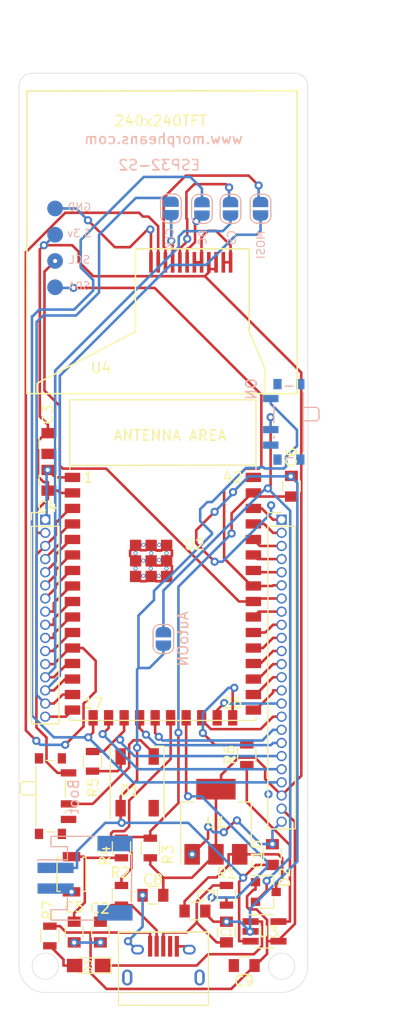
<source format=kicad_pcb>
(kicad_pcb (version 20171130) (host pcbnew "(5.1.7)-1")

  (general
    (thickness 1.6)
    (drawings 20)
    (tracks 643)
    (zones 0)
    (modules 37)
    (nets 56)
  )

  (page A4)
  (title_block
    (title "ESP32-S2 DEV")
    (date 2020-08-02)
    (rev 1.2)
    (company www.morpheans.com)
    (comment 1 "Dr CADIC Philippe")
  )

  (layers
    (0 F.Cu signal)
    (31 B.Cu signal)
    (32 B.Adhes user)
    (33 F.Adhes user)
    (34 B.Paste user)
    (35 F.Paste user)
    (36 B.SilkS user)
    (37 F.SilkS user)
    (38 B.Mask user)
    (39 F.Mask user)
    (40 Dwgs.User user)
    (41 Cmts.User user)
    (42 Eco1.User user)
    (43 Eco2.User user)
    (44 Edge.Cuts user)
    (45 Margin user)
    (46 B.CrtYd user)
    (47 F.CrtYd user)
    (48 B.Fab user)
    (49 F.Fab user)
  )

  (setup
    (last_trace_width 0.25)
    (trace_clearance 0.2)
    (zone_clearance 0.508)
    (zone_45_only no)
    (trace_min 0.2)
    (via_size 0.8)
    (via_drill 0.4)
    (via_min_size 0.4)
    (via_min_drill 0.3)
    (uvia_size 0.3)
    (uvia_drill 0.1)
    (uvias_allowed no)
    (uvia_min_size 0.2)
    (uvia_min_drill 0.1)
    (edge_width 0.05)
    (segment_width 0.2)
    (pcb_text_width 0.3)
    (pcb_text_size 1.5 1.5)
    (mod_edge_width 0.12)
    (mod_text_size 1 1)
    (mod_text_width 0.15)
    (pad_size 1.524 1.524)
    (pad_drill 0.762)
    (pad_to_mask_clearance 0.05)
    (aux_axis_origin 0 0)
    (visible_elements 7FFFFFFF)
    (pcbplotparams
      (layerselection 0x010fc_ffffffff)
      (usegerberextensions false)
      (usegerberattributes true)
      (usegerberadvancedattributes true)
      (creategerberjobfile true)
      (excludeedgelayer true)
      (linewidth 0.100000)
      (plotframeref false)
      (viasonmask false)
      (mode 1)
      (useauxorigin false)
      (hpglpennumber 1)
      (hpglpenspeed 20)
      (hpglpendiameter 15.000000)
      (psnegative false)
      (psa4output false)
      (plotreference true)
      (plotvalue true)
      (plotinvisibletext false)
      (padsonsilk false)
      (subtractmaskfromsilk false)
      (outputformat 1)
      (mirror false)
      (drillshape 0)
      (scaleselection 1)
      (outputdirectory "gerber12/"))
  )

  (net 0 "")
  (net 1 GND)
  (net 2 "Net-(C1-Pad1)")
  (net 3 "Net-(C2-Pad1)")
  (net 4 /3.3v)
  (net 5 "Net-(C5-Pad1)")
  (net 6 /EN)
  (net 7 /VUSB)
  (net 8 /IO0)
  (net 9 "Net-(J2-Pad11)")
  (net 10 "Net-(J2-Pad10)")
  (net 11 "Net-(J2-Pad9)")
  (net 12 "Net-(J2-Pad8)")
  (net 13 "Net-(J2-Pad7)")
  (net 14 "Net-(J2-Pad6)")
  (net 15 "Net-(J2-Pad5)")
  (net 16 "Net-(J2-Pad4)")
  (net 17 "Net-(J3-Pad20)")
  (net 18 "Net-(J3-Pad16)")
  (net 19 "Net-(J3-Pad15)")
  (net 20 "Net-(J3-Pad14)")
  (net 21 "Net-(J3-Pad13)")
  (net 22 "Net-(J3-Pad12)")
  (net 23 "Net-(J3-Pad11)")
  (net 24 "Net-(J3-Pad10)")
  (net 25 "Net-(J3-Pad9)")
  (net 26 "Net-(J3-Pad8)")
  (net 27 "Net-(J3-Pad5)")
  (net 28 "Net-(J3-Pad4)")
  (net 29 "Net-(J3-Pad3)")
  (net 30 "Net-(J3-Pad2)")
  (net 31 "Net-(J3-Pad1)")
  (net 32 "Net-(D1-Pad4)")
  (net 33 /RGBLED)
  (net 34 "Net-(C7-Pad2)")
  (net 35 /VBAT)
  (net 36 "Net-(D3-Pad2)")
  (net 37 "Net-(D3-Pad1)")
  (net 38 "Net-(R6-Pad1)")
  (net 39 /SPI_MISO)
  (net 40 /SPI_CLK)
  (net 41 /SPI_MOSI)
  (net 42 /SPI_CS)
  (net 43 /DC_DISP)
  (net 44 /U1TXD)
  (net 45 /U1RXD)
  (net 46 /SCL)
  (net 47 /SDA)
  (net 48 /D+)
  (net 49 /D-)
  (net 50 "Net-(D2-Pad2)")
  (net 51 "Net-(JP1-Pad2)")
  (net 52 "Net-(JP2-Pad2)")
  (net 53 "Net-(JP3-Pad2)")
  (net 54 "Net-(JP4-Pad2)")
  (net 55 /TFT_RESET)

  (net_class Default "This is the default net class."
    (clearance 0.2)
    (trace_width 0.25)
    (via_dia 0.8)
    (via_drill 0.4)
    (uvia_dia 0.3)
    (uvia_drill 0.1)
    (add_net /3.3v)
    (add_net /D+)
    (add_net /D-)
    (add_net /DC_DISP)
    (add_net /EN)
    (add_net /IO0)
    (add_net /RGBLED)
    (add_net /SCL)
    (add_net /SDA)
    (add_net /SPI_CLK)
    (add_net /SPI_CS)
    (add_net /SPI_MISO)
    (add_net /SPI_MOSI)
    (add_net /TFT_RESET)
    (add_net /U1RXD)
    (add_net /U1TXD)
    (add_net /VBAT)
    (add_net /VUSB)
    (add_net GND)
    (add_net "Net-(C1-Pad1)")
    (add_net "Net-(C2-Pad1)")
    (add_net "Net-(C5-Pad1)")
    (add_net "Net-(C7-Pad2)")
    (add_net "Net-(D1-Pad4)")
    (add_net "Net-(D2-Pad2)")
    (add_net "Net-(D3-Pad1)")
    (add_net "Net-(D3-Pad2)")
    (add_net "Net-(J2-Pad10)")
    (add_net "Net-(J2-Pad11)")
    (add_net "Net-(J2-Pad4)")
    (add_net "Net-(J2-Pad5)")
    (add_net "Net-(J2-Pad6)")
    (add_net "Net-(J2-Pad7)")
    (add_net "Net-(J2-Pad8)")
    (add_net "Net-(J2-Pad9)")
    (add_net "Net-(J3-Pad1)")
    (add_net "Net-(J3-Pad10)")
    (add_net "Net-(J3-Pad11)")
    (add_net "Net-(J3-Pad12)")
    (add_net "Net-(J3-Pad13)")
    (add_net "Net-(J3-Pad14)")
    (add_net "Net-(J3-Pad15)")
    (add_net "Net-(J3-Pad16)")
    (add_net "Net-(J3-Pad2)")
    (add_net "Net-(J3-Pad20)")
    (add_net "Net-(J3-Pad3)")
    (add_net "Net-(J3-Pad4)")
    (add_net "Net-(J3-Pad5)")
    (add_net "Net-(J3-Pad8)")
    (add_net "Net-(J3-Pad9)")
    (add_net "Net-(JP1-Pad2)")
    (add_net "Net-(JP2-Pad2)")
    (add_net "Net-(JP3-Pad2)")
    (add_net "Net-(JP4-Pad2)")
    (add_net "Net-(R6-Pad1)")
  )

  (module Capacitors_SMD:C_0805 (layer F.Cu) (tedit 58AA8463) (tstamp 5F0890B9)
    (at 102.616 122.428 90)
    (descr "Capacitor SMD 0805, reflow soldering, AVX (see smccp.pdf)")
    (tags "capacitor 0805")
    (path /5F0A68A5)
    (attr smd)
    (fp_text reference C1 (at 0 0.0508 180) (layer F.SilkS)
      (effects (font (size 0.7 0.7) (thickness 0.1)))
    )
    (fp_text value 20pF (at 0 1.75 90) (layer F.Fab)
      (effects (font (size 1 1) (thickness 0.15)))
    )
    (fp_line (start -1 0.62) (end -1 -0.62) (layer F.Fab) (width 0.1))
    (fp_line (start 1 0.62) (end -1 0.62) (layer F.Fab) (width 0.1))
    (fp_line (start 1 -0.62) (end 1 0.62) (layer F.Fab) (width 0.1))
    (fp_line (start -1 -0.62) (end 1 -0.62) (layer F.Fab) (width 0.1))
    (fp_line (start 0.5 -0.85) (end -0.5 -0.85) (layer F.SilkS) (width 0.12))
    (fp_line (start -0.5 0.85) (end 0.5 0.85) (layer F.SilkS) (width 0.12))
    (fp_line (start -1.75 -0.88) (end 1.75 -0.88) (layer F.CrtYd) (width 0.05))
    (fp_line (start -1.75 -0.88) (end -1.75 0.87) (layer F.CrtYd) (width 0.05))
    (fp_line (start 1.75 0.87) (end 1.75 -0.88) (layer F.CrtYd) (width 0.05))
    (fp_line (start 1.75 0.87) (end -1.75 0.87) (layer F.CrtYd) (width 0.05))
    (fp_text user %R (at -3.048 0 90) (layer F.Fab)
      (effects (font (size 1 1) (thickness 0.15)))
    )
    (pad 2 smd rect (at 1 0 90) (size 1 1.25) (layers F.Cu F.Paste F.Mask)
      (net 1 GND))
    (pad 1 smd rect (at -1 0 90) (size 1 1.25) (layers F.Cu F.Paste F.Mask)
      (net 2 "Net-(C1-Pad1)"))
    (model Capacitor_SMD.3dshapes/C_0805_2012Metric.step
      (at (xyz 0 0 0))
      (scale (xyz 1 1 1))
      (rotate (xyz 0 0 0))
    )
  )

  (module Capacitors_SMD:C_0805 (layer F.Cu) (tedit 58AA8463) (tstamp 5F0890CA)
    (at 90.424 122.428 270)
    (descr "Capacitor SMD 0805, reflow soldering, AVX (see smccp.pdf)")
    (tags "capacitor 0805")
    (path /5F0A7CD4)
    (attr smd)
    (fp_text reference C2 (at -2.286 0.0508 180) (layer F.SilkS)
      (effects (font (size 1 1) (thickness 0.15)))
    )
    (fp_text value 20pF (at 0 1.75 90) (layer F.Fab)
      (effects (font (size 1 1) (thickness 0.15)))
    )
    (fp_line (start 1.75 0.87) (end -1.75 0.87) (layer F.CrtYd) (width 0.05))
    (fp_line (start 1.75 0.87) (end 1.75 -0.88) (layer F.CrtYd) (width 0.05))
    (fp_line (start -1.75 -0.88) (end -1.75 0.87) (layer F.CrtYd) (width 0.05))
    (fp_line (start -1.75 -0.88) (end 1.75 -0.88) (layer F.CrtYd) (width 0.05))
    (fp_line (start -0.5 0.85) (end 0.5 0.85) (layer F.SilkS) (width 0.12))
    (fp_line (start 0.5 -0.85) (end -0.5 -0.85) (layer F.SilkS) (width 0.12))
    (fp_line (start -1 -0.62) (end 1 -0.62) (layer F.Fab) (width 0.1))
    (fp_line (start 1 -0.62) (end 1 0.62) (layer F.Fab) (width 0.1))
    (fp_line (start 1 0.62) (end -1 0.62) (layer F.Fab) (width 0.1))
    (fp_line (start -1 0.62) (end -1 -0.62) (layer F.Fab) (width 0.1))
    (fp_text user %R (at 3.048 0 90) (layer F.Fab)
      (effects (font (size 1 1) (thickness 0.15)))
    )
    (pad 1 smd rect (at -1 0 270) (size 1 1.25) (layers F.Cu F.Paste F.Mask)
      (net 3 "Net-(C2-Pad1)"))
    (pad 2 smd rect (at 1 0 270) (size 1 1.25) (layers F.Cu F.Paste F.Mask)
      (net 1 GND))
    (model Capacitor_SMD.3dshapes/C_0805_2012Metric.step
      (at (xyz 0 0 0))
      (scale (xyz 1 1 1))
      (rotate (xyz 0 0 0))
    )
  )

  (module Capacitors_SMD:C_0805 (layer F.Cu) (tedit 58AA8463) (tstamp 5F08A943)
    (at 85.344 75.184 90)
    (descr "Capacitor SMD 0805, reflow soldering, AVX (see smccp.pdf)")
    (tags "capacitor 0805")
    (path /5F091878)
    (attr smd)
    (fp_text reference C3 (at 2.794 0 90) (layer F.SilkS)
      (effects (font (size 1 1) (thickness 0.15)))
    )
    (fp_text value 100nF (at 0 1.75 90) (layer F.Fab)
      (effects (font (size 1 1) (thickness 0.15)))
    )
    (fp_line (start 1.75 0.87) (end -1.75 0.87) (layer F.CrtYd) (width 0.05))
    (fp_line (start 1.75 0.87) (end 1.75 -0.88) (layer F.CrtYd) (width 0.05))
    (fp_line (start -1.75 -0.88) (end -1.75 0.87) (layer F.CrtYd) (width 0.05))
    (fp_line (start -1.75 -0.88) (end 1.75 -0.88) (layer F.CrtYd) (width 0.05))
    (fp_line (start -0.5 0.85) (end 0.5 0.85) (layer F.SilkS) (width 0.12))
    (fp_line (start 0.5 -0.85) (end -0.5 -0.85) (layer F.SilkS) (width 0.12))
    (fp_line (start -1 -0.62) (end 1 -0.62) (layer F.Fab) (width 0.1))
    (fp_line (start 1 -0.62) (end 1 0.62) (layer F.Fab) (width 0.1))
    (fp_line (start 1 0.62) (end -1 0.62) (layer F.Fab) (width 0.1))
    (fp_line (start -1 0.62) (end -1 -0.62) (layer F.Fab) (width 0.1))
    (fp_text user %R (at 2.794 0 90) (layer F.Fab)
      (effects (font (size 1 1) (thickness 0.15)))
    )
    (pad 1 smd rect (at -1 0 90) (size 1 1.25) (layers F.Cu F.Paste F.Mask)
      (net 1 GND))
    (pad 2 smd rect (at 1 0 90) (size 1 1.25) (layers F.Cu F.Paste F.Mask)
      (net 4 /3.3v))
    (model Capacitor_SMD.3dshapes/C_0805_2012Metric.step
      (at (xyz 0 0 0))
      (scale (xyz 1 1 1))
      (rotate (xyz 0 0 0))
    )
  )

  (module Capacitors_SMD:C_0805 (layer F.Cu) (tedit 58AA8463) (tstamp 5F0890EC)
    (at 85.344 78.74 270)
    (descr "Capacitor SMD 0805, reflow soldering, AVX (see smccp.pdf)")
    (tags "capacitor 0805")
    (path /5F090CD0)
    (attr smd)
    (fp_text reference C4 (at 2.54 0.0635 180) (layer F.SilkS)
      (effects (font (size 1 1) (thickness 0.15)))
    )
    (fp_text value 10uF (at 0 1.75 90) (layer F.Fab)
      (effects (font (size 1 1) (thickness 0.15)))
    )
    (fp_line (start -1 0.62) (end -1 -0.62) (layer F.Fab) (width 0.1))
    (fp_line (start 1 0.62) (end -1 0.62) (layer F.Fab) (width 0.1))
    (fp_line (start 1 -0.62) (end 1 0.62) (layer F.Fab) (width 0.1))
    (fp_line (start -1 -0.62) (end 1 -0.62) (layer F.Fab) (width 0.1))
    (fp_line (start 0.5 -0.85) (end -0.5 -0.85) (layer F.SilkS) (width 0.12))
    (fp_line (start -0.5 0.85) (end 0.5 0.85) (layer F.SilkS) (width 0.12))
    (fp_line (start -1.75 -0.88) (end 1.75 -0.88) (layer F.CrtYd) (width 0.05))
    (fp_line (start -1.75 -0.88) (end -1.75 0.87) (layer F.CrtYd) (width 0.05))
    (fp_line (start 1.75 0.87) (end 1.75 -0.88) (layer F.CrtYd) (width 0.05))
    (fp_line (start 1.75 0.87) (end -1.75 0.87) (layer F.CrtYd) (width 0.05))
    (fp_text user %R (at 0 -1.5 90) (layer F.Fab)
      (effects (font (size 1 1) (thickness 0.15)))
    )
    (pad 2 smd rect (at 1 0 270) (size 1 1.25) (layers F.Cu F.Paste F.Mask)
      (net 4 /3.3v))
    (pad 1 smd rect (at -1 0 270) (size 1 1.25) (layers F.Cu F.Paste F.Mask)
      (net 1 GND))
    (model Capacitor_SMD.3dshapes/C_0805_2012Metric.step
      (at (xyz 0 0 0))
      (scale (xyz 1 1 1))
      (rotate (xyz 0 0 0))
    )
  )

  (module Capacitors_SMD:C_0805 (layer F.Cu) (tedit 58AA8463) (tstamp 5F0890FD)
    (at 87.884 122.428 270)
    (descr "Capacitor SMD 0805, reflow soldering, AVX (see smccp.pdf)")
    (tags "capacitor 0805")
    (path /5F09DFFE)
    (attr smd)
    (fp_text reference C5 (at -2.3876 0 180) (layer F.SilkS)
      (effects (font (size 1 1) (thickness 0.15)))
    )
    (fp_text value 100nF (at 0 1.75 90) (layer F.Fab)
      (effects (font (size 1 1) (thickness 0.15)))
    )
    (fp_line (start 1.75 0.87) (end -1.75 0.87) (layer F.CrtYd) (width 0.05))
    (fp_line (start 1.75 0.87) (end 1.75 -0.88) (layer F.CrtYd) (width 0.05))
    (fp_line (start -1.75 -0.88) (end -1.75 0.87) (layer F.CrtYd) (width 0.05))
    (fp_line (start -1.75 -0.88) (end 1.75 -0.88) (layer F.CrtYd) (width 0.05))
    (fp_line (start -0.5 0.85) (end 0.5 0.85) (layer F.SilkS) (width 0.12))
    (fp_line (start 0.5 -0.85) (end -0.5 -0.85) (layer F.SilkS) (width 0.12))
    (fp_line (start -1 -0.62) (end 1 -0.62) (layer F.Fab) (width 0.1))
    (fp_line (start 1 -0.62) (end 1 0.62) (layer F.Fab) (width 0.1))
    (fp_line (start 1 0.62) (end -1 0.62) (layer F.Fab) (width 0.1))
    (fp_line (start -1 0.62) (end -1 -0.62) (layer F.Fab) (width 0.1))
    (fp_text user %R (at 0 -1.5 90) (layer F.Fab)
      (effects (font (size 1 1) (thickness 0.15)))
    )
    (pad 1 smd rect (at -1 0 270) (size 1 1.25) (layers F.Cu F.Paste F.Mask)
      (net 5 "Net-(C5-Pad1)"))
    (pad 2 smd rect (at 1 0 270) (size 1 1.25) (layers F.Cu F.Paste F.Mask)
      (net 1 GND))
    (model Capacitor_SMD.3dshapes/C_0805_2012Metric.step
      (at (xyz 0 0 0))
      (scale (xyz 1 1 1))
      (rotate (xyz 0 0 0))
    )
  )

  (module Capacitors_SMD:C_0805 (layer F.Cu) (tedit 58AA8463) (tstamp 5F08910E)
    (at 108.902 79.3115 270)
    (descr "Capacitor SMD 0805, reflow soldering, AVX (see smccp.pdf)")
    (tags "capacitor 0805")
    (path /5F09397E)
    (attr smd)
    (fp_text reference C6 (at -2.794 0 90) (layer F.SilkS)
      (effects (font (size 1 1) (thickness 0.15)))
    )
    (fp_text value 100nF (at 0 1.75 90) (layer F.Fab)
      (effects (font (size 1 1) (thickness 0.15)))
    )
    (fp_line (start -1 0.62) (end -1 -0.62) (layer F.Fab) (width 0.1))
    (fp_line (start 1 0.62) (end -1 0.62) (layer F.Fab) (width 0.1))
    (fp_line (start 1 -0.62) (end 1 0.62) (layer F.Fab) (width 0.1))
    (fp_line (start -1 -0.62) (end 1 -0.62) (layer F.Fab) (width 0.1))
    (fp_line (start 0.5 -0.85) (end -0.5 -0.85) (layer F.SilkS) (width 0.12))
    (fp_line (start -0.5 0.85) (end 0.5 0.85) (layer F.SilkS) (width 0.12))
    (fp_line (start -1.75 -0.88) (end 1.75 -0.88) (layer F.CrtYd) (width 0.05))
    (fp_line (start -1.75 -0.88) (end -1.75 0.87) (layer F.CrtYd) (width 0.05))
    (fp_line (start 1.75 0.87) (end 1.75 -0.88) (layer F.CrtYd) (width 0.05))
    (fp_line (start 1.75 0.87) (end -1.75 0.87) (layer F.CrtYd) (width 0.05))
    (fp_text user %R (at -2.794 0 90) (layer F.Fab)
      (effects (font (size 1 1) (thickness 0.15)))
    )
    (pad 2 smd rect (at 1 0 270) (size 1 1.25) (layers F.Cu F.Paste F.Mask)
      (net 6 /EN))
    (pad 1 smd rect (at -1 0 270) (size 1 1.25) (layers F.Cu F.Paste F.Mask)
      (net 1 GND))
    (model Capacitor_SMD.3dshapes/C_0805_2012Metric.step
      (at (xyz 0 0 0))
      (scale (xyz 1 1 1))
      (rotate (xyz 0 0 0))
    )
  )

  (module 18650:USB_Micro-B_HandSoldering (layer F.Cu) (tedit 5B77FA6E) (tstamp 5F089128)
    (at 96.52 125.476)
    (descr "Micro USB Type B Receptacle")
    (tags "USB USB_B USB_micro USB_OTG")
    (path /5F09693C)
    (attr smd)
    (fp_text reference J1 (at -0.9525 1.016) (layer F.SilkS) hide
      (effects (font (size 1 1) (thickness 0.15)))
    )
    (fp_text value USB_B_Mini (at 0 5.01) (layer F.Fab)
      (effects (font (size 1 1) (thickness 0.15)))
    )
    (fp_line (start -4.35 4.03) (end -4.35 -2.38) (layer F.SilkS) (width 0.12))
    (fp_line (start 4.35 2.8) (end -4.35 2.8) (layer F.SilkS) (width 0.12))
    (fp_line (start 4.35 -2.38) (end 4.35 4.03) (layer F.SilkS) (width 0.12))
    (fp_line (start -4.35 4.03) (end 4.35 4.03) (layer F.SilkS) (width 0.12))
    (fp_line (start -4.6 4.26) (end -4.6 -2.59) (layer F.CrtYd) (width 0.05))
    (fp_line (start 4.6 4.26) (end -4.6 4.26) (layer F.CrtYd) (width 0.05))
    (fp_line (start 4.6 -2.59) (end 4.6 4.26) (layer F.CrtYd) (width 0.05))
    (fp_line (start -4.35 -3.05) (end -4.35 -2.35) (layer F.SilkS) (width 0.15))
    (fp_line (start 4.35 -3.05) (end -4.35 -3.05) (layer F.SilkS) (width 0.15))
    (fp_line (start 4.35 -2.35) (end 4.35 -3.05) (layer F.SilkS) (width 0.15))
    (fp_line (start -4.6 -3.45) (end -4.6 -2.6) (layer F.CrtYd) (width 0.15))
    (fp_line (start 4.6 -3.45) (end -4.6 -3.45) (layer F.CrtYd) (width 0.15))
    (fp_line (start 4.6 -2.55) (end 4.6 -3.45) (layer F.CrtYd) (width 0.15))
    (pad 1 smd rect (at -1.29032 -1.67386 90) (size 2 0.4) (layers F.Cu F.Paste F.Mask)
      (net 7 /VUSB))
    (pad 2 smd rect (at -0.65786 -1.67386 90) (size 2 0.4) (layers F.Cu F.Paste F.Mask)
      (net 3 "Net-(C2-Pad1)"))
    (pad 3 smd rect (at -0.0127 -1.68148 90) (size 2 0.4) (layers F.Cu F.Paste F.Mask)
      (net 2 "Net-(C1-Pad1)"))
    (pad 4 smd rect (at 0.64516 -1.66878 90) (size 2 0.4) (layers F.Cu F.Paste F.Mask))
    (pad 5 smd rect (at 1.2954 -1.66878 90) (size 2 0.4) (layers F.Cu F.Paste F.Mask)
      (net 1 GND))
    (pad 6 thru_hole oval (at -2.5 -1.35 90) (size 0.95 1.25) (drill oval 0.55 0.85) (layers *.Cu *.Mask)
      (net 1 GND))
    (pad 6 thru_hole oval (at 2.5 -1.35 90) (size 0.95 1.25) (drill oval 0.55 0.85) (layers *.Cu *.Mask)
      (net 1 GND))
    (pad 6 thru_hole oval (at -3.5 1.35 90) (size 1.55 1) (drill oval 1.15 0.5) (layers *.Cu *.Mask)
      (net 1 GND))
    (pad 6 thru_hole oval (at 3.5 1.35 90) (size 1.55 1) (drill oval 1.15 0.5) (layers *.Cu *.Mask)
      (net 1 GND))
    (model ${KIPRJMOD}/micro_usb_connector.step
      (offset (xyz 0 -1 0))
      (scale (xyz 1 1 1))
      (rotate (xyz 0 0 90))
    )
  )

  (module Resistors_SMD:R_0805 (layer F.Cu) (tedit 58E0A804) (tstamp 5F089139)
    (at 102.616 118.872 90)
    (descr "Resistor SMD 0805, reflow soldering, Vishay (see dcrcw.pdf)")
    (tags "resistor 0805")
    (path /5F0AAB4E)
    (attr smd)
    (fp_text reference R1 (at 2.1336 0 180) (layer F.SilkS)
      (effects (font (size 1 1) (thickness 0.15)))
    )
    (fp_text value 0R (at 0 1.75 90) (layer F.Fab)
      (effects (font (size 1 1) (thickness 0.15)))
    )
    (fp_line (start -1 0.62) (end -1 -0.62) (layer F.Fab) (width 0.1))
    (fp_line (start 1 0.62) (end -1 0.62) (layer F.Fab) (width 0.1))
    (fp_line (start 1 -0.62) (end 1 0.62) (layer F.Fab) (width 0.1))
    (fp_line (start -1 -0.62) (end 1 -0.62) (layer F.Fab) (width 0.1))
    (fp_line (start 0.6 0.88) (end -0.6 0.88) (layer F.SilkS) (width 0.12))
    (fp_line (start -0.6 -0.88) (end 0.6 -0.88) (layer F.SilkS) (width 0.12))
    (fp_line (start -1.55 -0.9) (end 1.55 -0.9) (layer F.CrtYd) (width 0.05))
    (fp_line (start -1.55 -0.9) (end -1.55 0.9) (layer F.CrtYd) (width 0.05))
    (fp_line (start 1.55 0.9) (end 1.55 -0.9) (layer F.CrtYd) (width 0.05))
    (fp_line (start 1.55 0.9) (end -1.55 0.9) (layer F.CrtYd) (width 0.05))
    (fp_text user %R (at 0 0 90) (layer F.Fab)
      (effects (font (size 0.5 0.5) (thickness 0.075)))
    )
    (pad 2 smd rect (at 0.95 0 90) (size 0.7 1.3) (layers F.Cu F.Paste F.Mask)
      (net 2 "Net-(C1-Pad1)"))
    (pad 1 smd rect (at -0.95 0 90) (size 0.7 1.3) (layers F.Cu F.Paste F.Mask)
      (net 48 /D+))
    (model ${KISYS3DMOD}/Resistor_SMD.3dshapes/R_0805_2012Metric.step
      (at (xyz 0 0 0))
      (scale (xyz 1 1 1))
      (rotate (xyz 0 0 0))
    )
  )

  (module Resistors_SMD:R_0805 (layer F.Cu) (tedit 58E0A804) (tstamp 5F08914A)
    (at 92.456 118.872 270)
    (descr "Resistor SMD 0805, reflow soldering, Vishay (see dcrcw.pdf)")
    (tags "resistor 0805")
    (path /5F0AB7C5)
    (attr smd)
    (fp_text reference R2 (at -2.1844 0.1016 180) (layer F.SilkS)
      (effects (font (size 1 1) (thickness 0.15)))
    )
    (fp_text value 0R (at 0 1.75 90) (layer F.Fab)
      (effects (font (size 1 1) (thickness 0.15)))
    )
    (fp_line (start 1.55 0.9) (end -1.55 0.9) (layer F.CrtYd) (width 0.05))
    (fp_line (start 1.55 0.9) (end 1.55 -0.9) (layer F.CrtYd) (width 0.05))
    (fp_line (start -1.55 -0.9) (end -1.55 0.9) (layer F.CrtYd) (width 0.05))
    (fp_line (start -1.55 -0.9) (end 1.55 -0.9) (layer F.CrtYd) (width 0.05))
    (fp_line (start -0.6 -0.88) (end 0.6 -0.88) (layer F.SilkS) (width 0.12))
    (fp_line (start 0.6 0.88) (end -0.6 0.88) (layer F.SilkS) (width 0.12))
    (fp_line (start -1 -0.62) (end 1 -0.62) (layer F.Fab) (width 0.1))
    (fp_line (start 1 -0.62) (end 1 0.62) (layer F.Fab) (width 0.1))
    (fp_line (start 1 0.62) (end -1 0.62) (layer F.Fab) (width 0.1))
    (fp_line (start -1 0.62) (end -1 -0.62) (layer F.Fab) (width 0.1))
    (fp_text user %R (at 0 0 90) (layer F.Fab)
      (effects (font (size 0.5 0.5) (thickness 0.075)))
    )
    (pad 1 smd rect (at -0.95 0 270) (size 0.7 1.3) (layers F.Cu F.Paste F.Mask)
      (net 49 /D-))
    (pad 2 smd rect (at 0.95 0 270) (size 0.7 1.3) (layers F.Cu F.Paste F.Mask)
      (net 3 "Net-(C2-Pad1)"))
    (model ${KISYS3DMOD}/Resistors_SMD.3dshapes/R_0805.wrl
      (at (xyz 0 0 0))
      (scale (xyz 1 1 1))
      (rotate (xyz 0 0 0))
    )
  )

  (module Resistors_SMD:R_0805 (layer F.Cu) (tedit 58E0A804) (tstamp 5F08915B)
    (at 95.25 114.3 90)
    (descr "Resistor SMD 0805, reflow soldering, Vishay (see dcrcw.pdf)")
    (tags "resistor 0805")
    (path /5F092D3C)
    (attr smd)
    (fp_text reference R3 (at -0.635 1.7145 90) (layer F.SilkS)
      (effects (font (size 1 1) (thickness 0.15)))
    )
    (fp_text value 10k (at 0 1.75 90) (layer F.Fab)
      (effects (font (size 1 1) (thickness 0.15)))
    )
    (fp_line (start -1 0.62) (end -1 -0.62) (layer F.Fab) (width 0.1))
    (fp_line (start 1 0.62) (end -1 0.62) (layer F.Fab) (width 0.1))
    (fp_line (start 1 -0.62) (end 1 0.62) (layer F.Fab) (width 0.1))
    (fp_line (start -1 -0.62) (end 1 -0.62) (layer F.Fab) (width 0.1))
    (fp_line (start 0.6 0.88) (end -0.6 0.88) (layer F.SilkS) (width 0.12))
    (fp_line (start -0.6 -0.88) (end 0.6 -0.88) (layer F.SilkS) (width 0.12))
    (fp_line (start -1.55 -0.9) (end 1.55 -0.9) (layer F.CrtYd) (width 0.05))
    (fp_line (start -1.55 -0.9) (end -1.55 0.9) (layer F.CrtYd) (width 0.05))
    (fp_line (start 1.55 0.9) (end 1.55 -0.9) (layer F.CrtYd) (width 0.05))
    (fp_line (start 1.55 0.9) (end -1.55 0.9) (layer F.CrtYd) (width 0.05))
    (fp_text user %R (at 0 0 90) (layer F.Fab)
      (effects (font (size 0.5 0.5) (thickness 0.075)))
    )
    (pad 2 smd rect (at 0.95 0 90) (size 0.7 1.3) (layers F.Cu F.Paste F.Mask)
      (net 6 /EN))
    (pad 1 smd rect (at -0.95 0 90) (size 0.7 1.3) (layers F.Cu F.Paste F.Mask)
      (net 4 /3.3v))
    (model ${KISYS3DMOD}/Resistors_SMD.3dshapes/R_0805.wrl
      (at (xyz 0 0 0))
      (scale (xyz 1 1 1))
      (rotate (xyz 0 0 0))
    )
  )

  (module Resistors_SMD:R_0805 (layer F.Cu) (tedit 58E0A804) (tstamp 5F08916C)
    (at 92.456 114.3 270)
    (descr "Resistor SMD 0805, reflow soldering, Vishay (see dcrcw.pdf)")
    (tags "resistor 0805")
    (path /5F09F889)
    (attr smd)
    (fp_text reference R4 (at 0.762 1.5875 90) (layer F.SilkS)
      (effects (font (size 1 1) (thickness 0.15)))
    )
    (fp_text value 0R (at 0 1.75 90) (layer F.Fab)
      (effects (font (size 1 1) (thickness 0.15)))
    )
    (fp_line (start 1.55 0.9) (end -1.55 0.9) (layer F.CrtYd) (width 0.05))
    (fp_line (start 1.55 0.9) (end 1.55 -0.9) (layer F.CrtYd) (width 0.05))
    (fp_line (start -1.55 -0.9) (end -1.55 0.9) (layer F.CrtYd) (width 0.05))
    (fp_line (start -1.55 -0.9) (end 1.55 -0.9) (layer F.CrtYd) (width 0.05))
    (fp_line (start -0.6 -0.88) (end 0.6 -0.88) (layer F.SilkS) (width 0.12))
    (fp_line (start 0.6 0.88) (end -0.6 0.88) (layer F.SilkS) (width 0.12))
    (fp_line (start -1 -0.62) (end 1 -0.62) (layer F.Fab) (width 0.1))
    (fp_line (start 1 -0.62) (end 1 0.62) (layer F.Fab) (width 0.1))
    (fp_line (start 1 0.62) (end -1 0.62) (layer F.Fab) (width 0.1))
    (fp_line (start -1 0.62) (end -1 -0.62) (layer F.Fab) (width 0.1))
    (fp_text user %R (at 0 0 90) (layer F.Fab)
      (effects (font (size 0.5 0.5) (thickness 0.075)))
    )
    (pad 1 smd rect (at -0.95 0 270) (size 0.7 1.3) (layers F.Cu F.Paste F.Mask)
      (net 6 /EN))
    (pad 2 smd rect (at 0.95 0 270) (size 0.7 1.3) (layers F.Cu F.Paste F.Mask)
      (net 5 "Net-(C5-Pad1)"))
    (model ${KISYS3DMOD}/Resistors_SMD.3dshapes/R_0805.wrl
      (at (xyz 0 0 0))
      (scale (xyz 1 1 1))
      (rotate (xyz 0 0 0))
    )
  )

  (module Buttons_Switches_SMD:SW_SPST_B3U-1000P (layer F.Cu) (tedit 58724258) (tstamp 5F089182)
    (at 87.63 116.84 90)
    (descr "Ultra-small-sized Tactile Switch with High Contact Reliability, Top-actuated Model, without Ground Terminal, without Boss")
    (tags "Tactile Switch")
    (path /5F09D18D)
    (attr smd)
    (fp_text reference SW1 (at 0 -2.5 90) (layer F.SilkS) hide
      (effects (font (size 1 1) (thickness 0.15)))
    )
    (fp_text value SW_Push (at 0 2.5 90) (layer F.Fab)
      (effects (font (size 1 1) (thickness 0.15)))
    )
    (fp_line (start -2.4 1.65) (end 2.4 1.65) (layer F.CrtYd) (width 0.05))
    (fp_line (start 2.4 1.65) (end 2.4 -1.65) (layer F.CrtYd) (width 0.05))
    (fp_line (start 2.4 -1.65) (end -2.4 -1.65) (layer F.CrtYd) (width 0.05))
    (fp_line (start -2.4 -1.65) (end -2.4 1.65) (layer F.CrtYd) (width 0.05))
    (fp_line (start -1.65 1.1) (end -1.65 1.4) (layer F.SilkS) (width 0.12))
    (fp_line (start -1.65 1.4) (end 1.65 1.4) (layer F.SilkS) (width 0.12))
    (fp_line (start 1.65 1.4) (end 1.65 1.1) (layer F.SilkS) (width 0.12))
    (fp_line (start -1.65 -1.1) (end -1.65 -1.4) (layer F.SilkS) (width 0.12))
    (fp_line (start -1.65 -1.4) (end 1.65 -1.4) (layer F.SilkS) (width 0.12))
    (fp_line (start 1.65 -1.4) (end 1.65 -1.1) (layer F.SilkS) (width 0.12))
    (fp_line (start -1.5 -1.25) (end 1.5 -1.25) (layer F.Fab) (width 0.1))
    (fp_line (start 1.5 -1.25) (end 1.5 1.25) (layer F.Fab) (width 0.1))
    (fp_line (start 1.5 1.25) (end -1.5 1.25) (layer F.Fab) (width 0.1))
    (fp_line (start -1.5 1.25) (end -1.5 -1.25) (layer F.Fab) (width 0.1))
    (fp_circle (center 0 0) (end 0.75 0) (layer F.Fab) (width 0.1))
    (fp_text user %R (at 0 -2.5 90) (layer F.Fab)
      (effects (font (size 1 1) (thickness 0.15)))
    )
    (pad 2 smd rect (at 1.7 0 90) (size 0.9 1.7) (layers F.Cu F.Paste F.Mask)
      (net 5 "Net-(C5-Pad1)"))
    (pad 1 smd rect (at -1.7 0 90) (size 0.9 1.7) (layers F.Cu F.Paste F.Mask)
      (net 1 GND))
    (model ${KIPRJMOD}/B3U1000P.step
      (at (xyz 0 0 0))
      (scale (xyz 1 1 1))
      (rotate (xyz -90 0 0))
    )
  )

  (module Buttons_Switches_SMD:SW_SPDT_PCM12 (layer F.Cu) (tedit 58724DAF) (tstamp 5F157CA0)
    (at 85.9155 109.284 270)
    (descr "Ultraminiature Surface Mount Slide Switch")
    (path /5F0A2B78)
    (attr smd)
    (fp_text reference SW2 (at 0 -3.2 90) (layer F.SilkS) hide
      (effects (font (size 1 1) (thickness 0.15)))
    )
    (fp_text value Boot (at 0.0376 -1.9177 90) (layer B.SilkS)
      (effects (font (size 1 1) (thickness 0.15)) (justify mirror))
    )
    (fp_line (start -1.4 1.65) (end -1.4 2.95) (layer F.Fab) (width 0.1))
    (fp_line (start -1.4 2.95) (end -1.2 3.15) (layer F.Fab) (width 0.1))
    (fp_line (start -1.2 3.15) (end -0.35 3.15) (layer F.Fab) (width 0.1))
    (fp_line (start -0.35 3.15) (end -0.15 2.95) (layer F.Fab) (width 0.1))
    (fp_line (start -0.15 2.95) (end -0.1 2.9) (layer F.Fab) (width 0.1))
    (fp_line (start -0.1 2.9) (end -0.1 1.6) (layer F.Fab) (width 0.1))
    (fp_line (start -3.35 -1) (end -3.35 1.6) (layer F.Fab) (width 0.1))
    (fp_line (start -3.35 1.6) (end 3.35 1.6) (layer F.Fab) (width 0.1))
    (fp_line (start 3.35 1.6) (end 3.35 -1) (layer F.Fab) (width 0.1))
    (fp_line (start 3.35 -1) (end -3.35 -1) (layer F.Fab) (width 0.1))
    (fp_line (start 1.4 -1.12) (end 1.6 -1.12) (layer F.SilkS) (width 0.12))
    (fp_line (start -4.4 -2.45) (end 4.4 -2.45) (layer F.CrtYd) (width 0.05))
    (fp_line (start 4.4 -2.45) (end 4.4 2.1) (layer F.CrtYd) (width 0.05))
    (fp_line (start 4.4 2.1) (end 1.65 2.1) (layer F.CrtYd) (width 0.05))
    (fp_line (start 1.65 2.1) (end 1.65 3.4) (layer F.CrtYd) (width 0.05))
    (fp_line (start 1.65 3.4) (end -1.65 3.4) (layer F.CrtYd) (width 0.05))
    (fp_line (start -1.65 3.4) (end -1.65 2.1) (layer F.CrtYd) (width 0.05))
    (fp_line (start -1.65 2.1) (end -4.4 2.1) (layer F.CrtYd) (width 0.05))
    (fp_line (start -4.4 2.1) (end -4.4 -2.45) (layer F.CrtYd) (width 0.05))
    (fp_line (start -1.4 3.02) (end -1.2 3.23) (layer F.SilkS) (width 0.12))
    (fp_line (start -0.1 3.02) (end -0.3 3.23) (layer F.SilkS) (width 0.12))
    (fp_line (start -1.4 1.73) (end -1.4 3.02) (layer F.SilkS) (width 0.12))
    (fp_line (start -1.2 3.23) (end -0.3 3.23) (layer F.SilkS) (width 0.12))
    (fp_line (start -0.1 3.02) (end -0.1 1.73) (layer F.SilkS) (width 0.12))
    (fp_line (start -2.85 1.73) (end 2.85 1.73) (layer F.SilkS) (width 0.12))
    (fp_line (start -1.6 -1.12) (end 0.1 -1.12) (layer F.SilkS) (width 0.12))
    (fp_line (start -3.45 -0.07) (end -3.45 0.72) (layer F.SilkS) (width 0.12))
    (fp_line (start 3.45 0.72) (end 3.45 -0.07) (layer F.SilkS) (width 0.12))
    (fp_text user %R (at 0 -3.2 90) (layer F.Fab) hide
      (effects (font (size 1 1) (thickness 0.15)))
    )
    (pad "" smd rect (at -3.65 -0.78 270) (size 1 0.8) (layers F.Cu F.Paste F.Mask))
    (pad "" smd rect (at 3.65 -0.78 270) (size 1 0.8) (layers F.Cu F.Paste F.Mask))
    (pad "" smd rect (at 3.65 1.43 270) (size 1 0.8) (layers F.Cu F.Paste F.Mask))
    (pad "" smd rect (at -3.65 1.43 270) (size 1 0.8) (layers F.Cu F.Paste F.Mask))
    (pad 3 smd rect (at 2.25 -1.43 270) (size 0.7 1.5) (layers F.Cu F.Paste F.Mask))
    (pad 2 smd rect (at 0.75 -1.43 270) (size 0.7 1.5) (layers F.Cu F.Paste F.Mask)
      (net 1 GND))
    (pad 1 smd rect (at -2.25 -1.43 270) (size 0.7 1.5) (layers F.Cu F.Paste F.Mask)
      (net 8 /IO0))
    (pad "" np_thru_hole circle (at 1.5 0.33 270) (size 0.9 0.9) (drill 0.9) (layers *.Cu *.Mask))
    (pad "" np_thru_hole circle (at -1.5 0.33 270) (size 0.9 0.9) (drill 0.9) (layers *.Cu *.Mask))
    (model ${KIPRJMOD}/pcm12smtr.wrl
      (offset (xyz 0 -0.4 0))
      (scale (xyz 0.3937 0.3937 0.3937))
      (rotate (xyz 0 0 0))
    )
  )

  (module TO_SOT_Packages_SMD:SOT-223-3_TabPin2 (layer F.Cu) (tedit 58CE4E7E) (tstamp 5F089730)
    (at 101.6 111.76 90)
    (descr "module CMS SOT223 4 pins")
    (tags "CMS SOT")
    (path /5F08BAA8)
    (attr smd)
    (fp_text reference U1 (at -0.0635 0 180) (layer F.SilkS)
      (effects (font (size 1 1) (thickness 0.15)))
    )
    (fp_text value AP1117-33 (at 0 4.5 90) (layer F.Fab)
      (effects (font (size 1 1) (thickness 0.15)))
    )
    (fp_line (start 1.91 3.41) (end 1.91 2.15) (layer F.SilkS) (width 0.12))
    (fp_line (start 1.91 -3.41) (end 1.91 -2.15) (layer F.SilkS) (width 0.12))
    (fp_line (start 4.4 -3.6) (end -4.4 -3.6) (layer F.CrtYd) (width 0.05))
    (fp_line (start 4.4 3.6) (end 4.4 -3.6) (layer F.CrtYd) (width 0.05))
    (fp_line (start -4.4 3.6) (end 4.4 3.6) (layer F.CrtYd) (width 0.05))
    (fp_line (start -4.4 -3.6) (end -4.4 3.6) (layer F.CrtYd) (width 0.05))
    (fp_line (start -1.85 -2.35) (end -0.85 -3.35) (layer F.Fab) (width 0.1))
    (fp_line (start -1.85 -2.35) (end -1.85 3.35) (layer F.Fab) (width 0.1))
    (fp_line (start -1.85 3.41) (end 1.91 3.41) (layer F.SilkS) (width 0.12))
    (fp_line (start -0.85 -3.35) (end 1.85 -3.35) (layer F.Fab) (width 0.1))
    (fp_line (start -4.1 -3.41) (end 1.91 -3.41) (layer F.SilkS) (width 0.12))
    (fp_line (start -1.85 3.35) (end 1.85 3.35) (layer F.Fab) (width 0.1))
    (fp_line (start 1.85 -3.35) (end 1.85 3.35) (layer F.Fab) (width 0.1))
    (fp_text user %R (at 0 0) (layer F.Fab)
      (effects (font (size 0.8 0.8) (thickness 0.12)))
    )
    (pad 1 smd rect (at -3.15 -2.3 90) (size 2 1.5) (layers F.Cu F.Paste F.Mask)
      (net 1 GND))
    (pad 3 smd rect (at -3.15 2.3 90) (size 2 1.5) (layers F.Cu F.Paste F.Mask)
      (net 34 "Net-(C7-Pad2)"))
    (pad 2 smd rect (at -3.15 0 90) (size 2 1.5) (layers F.Cu F.Paste F.Mask)
      (net 4 /3.3v))
    (pad 2 smd rect (at 3.15 0 90) (size 2 3.8) (layers F.Cu F.Paste F.Mask)
      (net 4 /3.3v))
    (model ${KISYS3DMOD}/Package_TO_SOT_SMD.3dshapes/SOT-223.step
      (at (xyz 0 0 0))
      (scale (xyz 1 1 1))
      (rotate (xyz 0 0 0))
    )
  )

  (module esp32-s2:esp32-s2-wrooom (layer F.Cu) (tedit 5F08798E) (tstamp 5F089211)
    (at 96.52 86.36)
    (path /5F087A94)
    (fp_text reference U2 (at 2.9845 -1.397) (layer F.SilkS)
      (effects (font (size 1 1) (thickness 0.15)))
    )
    (fp_text value esp32-s2-wroom (at 0.19 -16.27) (layer F.Fab)
      (effects (font (size 1 1) (thickness 0.15)))
    )
    (fp_line (start -9.05 -15.4) (end -9.05 -8.65) (layer F.SilkS) (width 0.12))
    (fp_line (start -9.05 15.6) (end 8.95 15.6) (layer F.SilkS) (width 0.12))
    (fp_line (start 8.95 -8.65) (end 8.95 -15.4) (layer F.SilkS) (width 0.12))
    (fp_line (start 8.95 -15.4) (end -9.05 -15.4) (layer F.SilkS) (width 0.12))
    (fp_line (start -9.05 15.35) (end -9.05 15.6) (layer F.SilkS) (width 0.12))
    (fp_line (start 8.95 15.35) (end 8.95 15.6) (layer F.SilkS) (width 0.12))
    (fp_line (start 8.95 -9.09) (end -9.05 -9.07) (layer F.SilkS) (width 0.12))
    (fp_text user 1 (at -7.272 -7.907) (layer F.SilkS)
      (effects (font (size 1 1) (thickness 0.15)))
    )
    (fp_text user 17 (at -6.764 13.937) (layer F.SilkS)
      (effects (font (size 1 1) (thickness 0.15)))
    )
    (fp_text user 26 (at 6.698 13.937) (layer F.SilkS)
      (effects (font (size 1 1) (thickness 0.15)))
    )
    (fp_text user 42 (at 6.698 -7.907) (layer F.SilkS)
      (effects (font (size 1 1) (thickness 0.15)))
    )
    (fp_text user "ANTENNA AREA" (at 0.63 -11.96) (layer F.SilkS)
      (effects (font (size 1 1) (thickness 0.15)))
    )
    (pad 1 smd roundrect (at -8.8 -7.9) (size 1.5 0.9) (layers F.Cu F.Paste F.Mask) (roundrect_rratio 0.079)
      (net 1 GND))
    (pad 2 smd roundrect (at -8.8 -6.4) (size 1.5 0.9) (layers F.Cu F.Paste F.Mask) (roundrect_rratio 0.079)
      (net 4 /3.3v))
    (pad 3 smd roundrect (at -8.8 -4.9) (size 1.5 0.9) (layers F.Cu F.Paste F.Mask) (roundrect_rratio 0.079)
      (net 8 /IO0))
    (pad 4 smd roundrect (at -8.8 -3.4) (size 1.5 0.9) (layers F.Cu F.Paste F.Mask) (roundrect_rratio 0.079)
      (net 16 "Net-(J2-Pad4)"))
    (pad 5 smd roundrect (at -8.8 -1.9) (size 1.5 0.9) (layers F.Cu F.Paste F.Mask) (roundrect_rratio 0.079)
      (net 15 "Net-(J2-Pad5)"))
    (pad 6 smd roundrect (at -8.8 -0.4) (size 1.5 0.9) (layers F.Cu F.Paste F.Mask) (roundrect_rratio 0.079)
      (net 14 "Net-(J2-Pad6)"))
    (pad 7 smd roundrect (at -8.8 1.1) (size 1.5 0.9) (layers F.Cu F.Paste F.Mask) (roundrect_rratio 0.079)
      (net 13 "Net-(J2-Pad7)"))
    (pad 8 smd roundrect (at -8.8 2.6) (size 1.5 0.9) (layers F.Cu F.Paste F.Mask) (roundrect_rratio 0.079)
      (net 12 "Net-(J2-Pad8)"))
    (pad 9 smd roundrect (at -8.8 4.1) (size 1.5 0.9) (layers F.Cu F.Paste F.Mask) (roundrect_rratio 0.079)
      (net 11 "Net-(J2-Pad9)"))
    (pad 10 smd roundrect (at -8.8 5.6) (size 1.5 0.9) (layers F.Cu F.Paste F.Mask) (roundrect_rratio 0.079)
      (net 10 "Net-(J2-Pad10)"))
    (pad 11 smd roundrect (at -8.8 7.1) (size 1.5 0.9) (layers F.Cu F.Paste F.Mask) (roundrect_rratio 0.079)
      (net 9 "Net-(J2-Pad11)"))
    (pad 12 smd roundrect (at -8.8 8.6) (size 1.5 0.9) (layers F.Cu F.Paste F.Mask) (roundrect_rratio 0.079)
      (net 55 /TFT_RESET))
    (pad 13 smd roundrect (at -8.8 10.1) (size 1.5 0.9) (layers F.Cu F.Paste F.Mask) (roundrect_rratio 0.079)
      (net 42 /SPI_CS))
    (pad 14 smd roundrect (at -8.8 11.6) (size 1.5 0.9) (layers F.Cu F.Paste F.Mask) (roundrect_rratio 0.079)
      (net 41 /SPI_MOSI))
    (pad 15 smd roundrect (at -8.8 13.1) (size 1.5 0.9) (layers F.Cu F.Paste F.Mask) (roundrect_rratio 0.079)
      (net 40 /SPI_CLK))
    (pad 16 smd roundrect (at -8.8 14.6) (size 1.5 0.9) (layers F.Cu F.Paste F.Mask) (roundrect_rratio 0.079)
      (net 39 /SPI_MISO))
    (pad 17 smd roundrect (at -6.8 15.35 90) (size 1.5 0.9) (layers F.Cu F.Paste F.Mask) (roundrect_rratio 0.079)
      (net 43 /DC_DISP))
    (pad 18 smd roundrect (at -5.3 15.35 90) (size 1.5 0.9) (layers F.Cu F.Paste F.Mask) (roundrect_rratio 0.079)
      (net 17 "Net-(J3-Pad20)"))
    (pad 19 smd roundrect (at -3.8 15.35 90) (size 1.5 0.9) (layers F.Cu F.Paste F.Mask) (roundrect_rratio 0.079)
      (net 33 /RGBLED))
    (pad 20 smd roundrect (at -2.3 15.35 90) (size 1.5 0.9) (layers F.Cu F.Paste F.Mask) (roundrect_rratio 0.079)
      (net 44 /U1TXD))
    (pad 21 smd roundrect (at -0.8 15.35 90) (size 1.5 0.9) (layers F.Cu F.Paste F.Mask) (roundrect_rratio 0.079)
      (net 45 /U1RXD))
    (pad 22 smd roundrect (at 0.7 15.35 90) (size 1.5 0.9) (layers F.Cu F.Paste F.Mask) (roundrect_rratio 0.079)
      (net 49 /D-))
    (pad 23 smd roundrect (at 2.2 15.35 90) (size 1.5 0.9) (layers F.Cu F.Paste F.Mask) (roundrect_rratio 0.079)
      (net 48 /D+))
    (pad 24 smd roundrect (at 3.7 15.35 90) (size 1.5 0.9) (layers F.Cu F.Paste F.Mask) (roundrect_rratio 0.079)
      (net 18 "Net-(J3-Pad16)"))
    (pad 25 smd roundrect (at 5.2 15.35 90) (size 1.5 0.9) (layers F.Cu F.Paste F.Mask) (roundrect_rratio 0.079)
      (net 19 "Net-(J3-Pad15)"))
    (pad 26 smd roundrect (at 6.7 15.35 90) (size 1.5 0.9) (layers F.Cu F.Paste F.Mask) (roundrect_rratio 0.079)
      (net 1 GND))
    (pad 27 smd roundrect (at 8.7 14.6 180) (size 1.5 0.9) (layers F.Cu F.Paste F.Mask) (roundrect_rratio 0.079)
      (net 20 "Net-(J3-Pad14)"))
    (pad 28 smd roundrect (at 8.7 13.1 180) (size 1.5 0.9) (layers F.Cu F.Paste F.Mask) (roundrect_rratio 0.079)
      (net 21 "Net-(J3-Pad13)"))
    (pad 29 smd roundrect (at 8.7 11.6 180) (size 1.5 0.9) (layers F.Cu F.Paste F.Mask) (roundrect_rratio 0.079)
      (net 22 "Net-(J3-Pad12)"))
    (pad 30 smd roundrect (at 8.7 10.1 180) (size 1.5 0.9) (layers F.Cu F.Paste F.Mask) (roundrect_rratio 0.079)
      (net 23 "Net-(J3-Pad11)"))
    (pad 31 smd roundrect (at 8.7 8.6 180) (size 1.5 0.9) (layers F.Cu F.Paste F.Mask) (roundrect_rratio 0.079)
      (net 24 "Net-(J3-Pad10)"))
    (pad 32 smd roundrect (at 8.7 7.1 180) (size 1.5 0.9) (layers F.Cu F.Paste F.Mask) (roundrect_rratio 0.079)
      (net 25 "Net-(J3-Pad9)"))
    (pad 33 smd roundrect (at 8.7 5.6 180) (size 1.5 0.9) (layers F.Cu F.Paste F.Mask) (roundrect_rratio 0.079)
      (net 26 "Net-(J3-Pad8)"))
    (pad 34 smd roundrect (at 8.7 4.1 180) (size 1.5 0.9) (layers F.Cu F.Paste F.Mask) (roundrect_rratio 0.079)
      (net 46 /SCL))
    (pad 35 smd roundrect (at 8.7 2.6 180) (size 1.5 0.9) (layers F.Cu F.Paste F.Mask) (roundrect_rratio 0.079)
      (net 47 /SDA))
    (pad 36 smd roundrect (at 8.7 1.1 180) (size 1.5 0.9) (layers F.Cu F.Paste F.Mask) (roundrect_rratio 0.079)
      (net 27 "Net-(J3-Pad5)"))
    (pad 37 smd roundrect (at 8.7 -0.4 180) (size 1.5 0.9) (layers F.Cu F.Paste F.Mask) (roundrect_rratio 0.079)
      (net 28 "Net-(J3-Pad4)"))
    (pad 38 smd roundrect (at 8.7 -1.9 180) (size 1.5 0.9) (layers F.Cu F.Paste F.Mask) (roundrect_rratio 0.079)
      (net 29 "Net-(J3-Pad3)"))
    (pad 39 smd roundrect (at 8.7 -3.4 180) (size 1.5 0.9) (layers F.Cu F.Paste F.Mask) (roundrect_rratio 0.079)
      (net 30 "Net-(J3-Pad2)"))
    (pad 40 smd roundrect (at 8.7 -4.9 180) (size 1.5 0.9) (layers F.Cu F.Paste F.Mask) (roundrect_rratio 0.079)
      (net 31 "Net-(J3-Pad1)"))
    (pad 41 smd roundrect (at 8.7 -6.4 180) (size 1.5 0.9) (layers F.Cu F.Paste F.Mask) (roundrect_rratio 0.079)
      (net 6 /EN))
    (pad 42 smd roundrect (at 8.7 -7.9 180) (size 1.5 0.9) (layers F.Cu F.Paste F.Mask) (roundrect_rratio 0.079)
      (net 1 GND))
    (pad 43 smd roundrect (at -2.69 -1.325 180) (size 1.1 1.1) (layers F.Cu F.Paste F.Mask) (roundrect_rratio 0.079)
      (net 1 GND))
    (pad 43 smd roundrect (at -1.19 -1.325 180) (size 1.1 1.1) (layers F.Cu F.Paste F.Mask) (roundrect_rratio 0.079)
      (net 1 GND))
    (pad 43 smd roundrect (at 0.31 -1.325 180) (size 1.1 1.1) (layers F.Cu F.Paste F.Mask) (roundrect_rratio 0.079)
      (net 1 GND))
    (pad 43 smd roundrect (at -2.69 0.175 180) (size 1.1 1.1) (layers F.Cu F.Paste F.Mask) (roundrect_rratio 0.079)
      (net 1 GND))
    (pad 43 smd roundrect (at -1.19 0.175 180) (size 1.1 1.1) (layers F.Cu F.Paste F.Mask) (roundrect_rratio 0.079)
      (net 1 GND))
    (pad 43 smd roundrect (at 0.31 0.175 180) (size 1.1 1.1) (layers F.Cu F.Paste F.Mask) (roundrect_rratio 0.079)
      (net 1 GND))
    (pad 43 smd roundrect (at -2.69 1.675 180) (size 1.1 1.1) (layers F.Cu F.Paste F.Mask) (roundrect_rratio 0.079)
      (net 1 GND))
    (pad 43 smd roundrect (at -1.19 1.675 180) (size 1.1 1.1) (layers F.Cu F.Paste F.Mask) (roundrect_rratio 0.079)
      (net 1 GND))
    (pad 43 smd roundrect (at 0.31 1.675 180) (size 1.1 1.1) (layers F.Cu F.Paste F.Mask) (roundrect_rratio 0.079)
      (net 1 GND))
    (pad "" thru_hole circle (at -2.7 -0.5664 180) (size 0.4 0.4) (drill oval 0.25) (layers *.Cu *.Mask))
    (pad "" thru_hole circle (at -1.938 -1.3792 180) (size 0.4 0.4) (drill oval 0.25) (layers *.Cu *.Mask))
    (pad "" thru_hole circle (at -0.414 -1.3792 180) (size 0.4 0.4) (drill oval 0.25) (layers *.Cu *.Mask))
    (pad "" thru_hole circle (at 0.2972 -0.5664 180) (size 0.4 0.4) (drill oval 0.25) (layers *.Cu *.Mask))
    (pad "" thru_hole circle (at 0.2972 0.9068 180) (size 0.4 0.4) (drill oval 0.25) (layers *.Cu *.Mask))
    (pad "" thru_hole circle (at -0.4648 1.618 180) (size 0.4 0.4) (drill oval 0.25) (layers *.Cu *.Mask))
    (pad "" thru_hole circle (at -1.938 1.618 180) (size 0.4 0.4) (drill oval 0.25) (layers *.Cu *.Mask))
    (pad "" thru_hole circle (at -2.7 0.9068 180) (size 0.4 0.4) (drill oval 0.25) (layers *.Cu *.Mask))
    (pad "" thru_hole circle (at -1.938 0.1448 180) (size 0.4 0.4) (drill oval 0.25) (layers *.Cu *.Mask))
    (pad "" thru_hole circle (at -0.414 0.094 180) (size 0.4 0.4) (drill oval 0.25) (layers *.Cu *.Mask))
    (pad "" thru_hole circle (at -1.176 -0.5664 180) (size 0.4 0.4) (drill oval 0.25) (layers *.Cu *.Mask))
    (pad "" thru_hole circle (at -1.2268 0.9068 180) (size 0.4 0.4) (drill oval 0.25) (layers *.Cu *.Mask))
    (model ${KIPRJMOD}/ESP32-S2-WROVER.STEP
      (at (xyz 0 0 0))
      (scale (xyz 1 1 1))
      (rotate (xyz 0 0 0))
    )
  )

  (module Capacitors_SMD:C_0805 (layer F.Cu) (tedit 58AA8463) (tstamp 5F089A02)
    (at 99.568 120.396 180)
    (descr "Capacitor SMD 0805, reflow soldering, AVX (see smccp.pdf)")
    (tags "capacitor 0805")
    (path /5F0B6DE0)
    (attr smd)
    (fp_text reference C7 (at -1.0795 1.4605) (layer F.SilkS)
      (effects (font (size 1 1) (thickness 0.15)))
    )
    (fp_text value 10uF (at 0 1.75) (layer F.Fab)
      (effects (font (size 1 1) (thickness 0.15)))
    )
    (fp_line (start 1.75 0.87) (end -1.75 0.87) (layer F.CrtYd) (width 0.05))
    (fp_line (start 1.75 0.87) (end 1.75 -0.88) (layer F.CrtYd) (width 0.05))
    (fp_line (start -1.75 -0.88) (end -1.75 0.87) (layer F.CrtYd) (width 0.05))
    (fp_line (start -1.75 -0.88) (end 1.75 -0.88) (layer F.CrtYd) (width 0.05))
    (fp_line (start -0.5 0.85) (end 0.5 0.85) (layer F.SilkS) (width 0.12))
    (fp_line (start 0.5 -0.85) (end -0.5 -0.85) (layer F.SilkS) (width 0.12))
    (fp_line (start -1 -0.62) (end 1 -0.62) (layer F.Fab) (width 0.1))
    (fp_line (start 1 -0.62) (end 1 0.62) (layer F.Fab) (width 0.1))
    (fp_line (start 1 0.62) (end -1 0.62) (layer F.Fab) (width 0.1))
    (fp_line (start -1 0.62) (end -1 -0.62) (layer F.Fab) (width 0.1))
    (fp_text user %R (at 0 -1.5) (layer F.Fab)
      (effects (font (size 1 1) (thickness 0.15)))
    )
    (pad 1 smd rect (at -1 0 180) (size 1 1.25) (layers F.Cu F.Paste F.Mask)
      (net 1 GND))
    (pad 2 smd rect (at 1 0 180) (size 1 1.25) (layers F.Cu F.Paste F.Mask)
      (net 34 "Net-(C7-Pad2)"))
    (model Capacitor_SMD.3dshapes/C_0805_2012Metric.step
      (at (xyz 0 0 0))
      (scale (xyz 1 1 1))
      (rotate (xyz 0 0 0))
    )
  )

  (module Capacitors_SMD:C_0805 (layer F.Cu) (tedit 58AA8463) (tstamp 5F089A13)
    (at 95.504 118.872)
    (descr "Capacitor SMD 0805, reflow soldering, AVX (see smccp.pdf)")
    (tags "capacitor 0805")
    (path /5F0B7895)
    (attr smd)
    (fp_text reference C8 (at 0 -1.5) (layer F.SilkS)
      (effects (font (size 1 1) (thickness 0.15)))
    )
    (fp_text value 10uF (at 0 1.75) (layer F.Fab)
      (effects (font (size 1 1) (thickness 0.15)))
    )
    (fp_line (start -1 0.62) (end -1 -0.62) (layer F.Fab) (width 0.1))
    (fp_line (start 1 0.62) (end -1 0.62) (layer F.Fab) (width 0.1))
    (fp_line (start 1 -0.62) (end 1 0.62) (layer F.Fab) (width 0.1))
    (fp_line (start -1 -0.62) (end 1 -0.62) (layer F.Fab) (width 0.1))
    (fp_line (start 0.5 -0.85) (end -0.5 -0.85) (layer F.SilkS) (width 0.12))
    (fp_line (start -0.5 0.85) (end 0.5 0.85) (layer F.SilkS) (width 0.12))
    (fp_line (start -1.75 -0.88) (end 1.75 -0.88) (layer F.CrtYd) (width 0.05))
    (fp_line (start -1.75 -0.88) (end -1.75 0.87) (layer F.CrtYd) (width 0.05))
    (fp_line (start 1.75 0.87) (end 1.75 -0.88) (layer F.CrtYd) (width 0.05))
    (fp_line (start 1.75 0.87) (end -1.75 0.87) (layer F.CrtYd) (width 0.05))
    (fp_text user %R (at 0 -1.5) (layer F.Fab)
      (effects (font (size 1 1) (thickness 0.15)))
    )
    (pad 2 smd rect (at 1 0) (size 1 1.25) (layers F.Cu F.Paste F.Mask)
      (net 4 /3.3v))
    (pad 1 smd rect (at -1 0) (size 1 1.25) (layers F.Cu F.Paste F.Mask)
      (net 1 GND))
    (model Capacitor_SMD.3dshapes/C_0805_2012Metric.step
      (at (xyz 0 0 0))
      (scale (xyz 1 1 1))
      (rotate (xyz 0 0 0))
    )
  )

  (module Socket_Strips:Socket_Strip_Straight_1x16_Pitch1.27mm (layer F.Cu) (tedit 58CD5453) (tstamp 5F08A09B)
    (at 85.09 82.55)
    (descr "Through hole straight socket strip, 1x16, 1.27mm pitch, single row")
    (tags "Through hole socket strip THT 1x16 1.27mm single row")
    (path /5F0C3366)
    (fp_text reference J2 (at -3.175 -0.762 90) (layer F.SilkS) hide
      (effects (font (size 1 1) (thickness 0.15)))
    )
    (fp_text value Cnx1 (at 0 20.745) (layer F.Fab)
      (effects (font (size 1 1) (thickness 0.15)))
    )
    (fp_line (start -1.27 -0.635) (end -1.27 19.685) (layer F.Fab) (width 0.1))
    (fp_line (start -1.27 19.685) (end 1.27 19.685) (layer F.Fab) (width 0.1))
    (fp_line (start 1.27 19.685) (end 1.27 -0.635) (layer F.Fab) (width 0.1))
    (fp_line (start 1.27 -0.635) (end -1.27 -0.635) (layer F.Fab) (width 0.1))
    (fp_line (start -1.33 0.635) (end -1.33 19.745) (layer F.SilkS) (width 0.12))
    (fp_line (start -1.33 19.745) (end 1.33 19.745) (layer F.SilkS) (width 0.12))
    (fp_line (start 1.33 19.745) (end 1.33 0.635) (layer F.SilkS) (width 0.12))
    (fp_line (start 1.33 0.635) (end -1.33 0.635) (layer F.SilkS) (width 0.12))
    (fp_line (start -1.33 0) (end -1.33 -0.695) (layer F.SilkS) (width 0.12))
    (fp_line (start -1.33 -0.695) (end 0 -0.695) (layer F.SilkS) (width 0.12))
    (fp_line (start -1.8 -1.15) (end -1.8 20.2) (layer F.CrtYd) (width 0.05))
    (fp_line (start -1.8 20.2) (end 1.8 20.2) (layer F.CrtYd) (width 0.05))
    (fp_line (start 1.8 20.2) (end 1.8 -1.15) (layer F.CrtYd) (width 0.05))
    (fp_line (start 1.8 -1.15) (end -1.8 -1.15) (layer F.CrtYd) (width 0.05))
    (fp_text user %R (at 0 -1.695) (layer F.Fab)
      (effects (font (size 1 1) (thickness 0.15)))
    )
    (pad 16 thru_hole oval (at 0 19.05) (size 1 1) (drill 0.7) (layers *.Cu *.Mask)
      (net 39 /SPI_MISO))
    (pad 15 thru_hole oval (at 0 17.78) (size 1 1) (drill 0.7) (layers *.Cu *.Mask)
      (net 40 /SPI_CLK))
    (pad 14 thru_hole oval (at 0 16.51) (size 1 1) (drill 0.7) (layers *.Cu *.Mask)
      (net 41 /SPI_MOSI))
    (pad 13 thru_hole oval (at 0 15.24) (size 1 1) (drill 0.7) (layers *.Cu *.Mask)
      (net 42 /SPI_CS))
    (pad 12 thru_hole oval (at 0 13.97) (size 1 1) (drill 0.7) (layers *.Cu *.Mask)
      (net 55 /TFT_RESET))
    (pad 11 thru_hole oval (at 0 12.7) (size 1 1) (drill 0.7) (layers *.Cu *.Mask)
      (net 9 "Net-(J2-Pad11)"))
    (pad 10 thru_hole oval (at 0 11.43) (size 1 1) (drill 0.7) (layers *.Cu *.Mask)
      (net 10 "Net-(J2-Pad10)"))
    (pad 9 thru_hole oval (at 0 10.16) (size 1 1) (drill 0.7) (layers *.Cu *.Mask)
      (net 11 "Net-(J2-Pad9)"))
    (pad 8 thru_hole oval (at 0 8.89) (size 1 1) (drill 0.7) (layers *.Cu *.Mask)
      (net 12 "Net-(J2-Pad8)"))
    (pad 7 thru_hole oval (at 0 7.62) (size 1 1) (drill 0.7) (layers *.Cu *.Mask)
      (net 13 "Net-(J2-Pad7)"))
    (pad 6 thru_hole oval (at 0 6.35) (size 1 1) (drill 0.7) (layers *.Cu *.Mask)
      (net 14 "Net-(J2-Pad6)"))
    (pad 5 thru_hole oval (at 0 5.08) (size 1 1) (drill 0.7) (layers *.Cu *.Mask)
      (net 15 "Net-(J2-Pad5)"))
    (pad 4 thru_hole oval (at 0 3.81) (size 1 1) (drill 0.7) (layers *.Cu *.Mask)
      (net 16 "Net-(J2-Pad4)"))
    (pad 3 thru_hole oval (at 0 2.54) (size 1 1) (drill 0.7) (layers *.Cu *.Mask)
      (net 8 /IO0))
    (pad 2 thru_hole oval (at 0 1.27) (size 1 1) (drill 0.7) (layers *.Cu *.Mask)
      (net 4 /3.3v))
    (pad 1 thru_hole rect (at 0 0) (size 1 1) (drill 0.7) (layers *.Cu *.Mask)
      (net 1 GND))
    (model ${KISYS3DMOD}/Socket_Strips.3dshapes/Socket_Strip_Straight_1x16_Pitch1.27mm.wrl
      (at (xyz 0 0 0))
      (scale (xyz 1 1 1))
      (rotate (xyz 0 0 0))
    )
  )

  (module Socket_Strips:Socket_Strip_Straight_1x24_Pitch1.27mm (layer F.Cu) (tedit 58CD5454) (tstamp 5F08A24F)
    (at 107.95 82.55)
    (descr "Through hole straight socket strip, 1x24, 1.27mm pitch, single row")
    (tags "Through hole socket strip THT 1x24 1.27mm single row")
    (path /5F0F9FE5)
    (fp_text reference J3 (at 0 -1.695) (layer F.SilkS) hide
      (effects (font (size 1 1) (thickness 0.15)))
    )
    (fp_text value Con2 (at 0 30.905) (layer F.Fab)
      (effects (font (size 1 1) (thickness 0.15)))
    )
    (fp_line (start -1.27 -0.635) (end -1.27 29.845) (layer F.Fab) (width 0.1))
    (fp_line (start -1.27 29.845) (end 1.27 29.845) (layer F.Fab) (width 0.1))
    (fp_line (start 1.27 29.845) (end 1.27 -0.635) (layer F.Fab) (width 0.1))
    (fp_line (start 1.27 -0.635) (end -1.27 -0.635) (layer F.Fab) (width 0.1))
    (fp_line (start -1.33 0.635) (end -1.33 29.905) (layer F.SilkS) (width 0.12))
    (fp_line (start -1.33 29.905) (end 1.33 29.905) (layer F.SilkS) (width 0.12))
    (fp_line (start 1.33 29.905) (end 1.33 0.635) (layer F.SilkS) (width 0.12))
    (fp_line (start 1.33 0.635) (end -1.33 0.635) (layer F.SilkS) (width 0.12))
    (fp_line (start -1.33 0) (end -1.33 -0.695) (layer F.SilkS) (width 0.12))
    (fp_line (start -1.33 -0.695) (end 0 -0.695) (layer F.SilkS) (width 0.12))
    (fp_line (start -1.8 -1.15) (end -1.8 30.35) (layer F.CrtYd) (width 0.05))
    (fp_line (start -1.8 30.35) (end 1.8 30.35) (layer F.CrtYd) (width 0.05))
    (fp_line (start 1.8 30.35) (end 1.8 -1.15) (layer F.CrtYd) (width 0.05))
    (fp_line (start 1.8 -1.15) (end -1.8 -1.15) (layer F.CrtYd) (width 0.05))
    (fp_text user %R (at 0 -1.695 180) (layer F.Fab) hide
      (effects (font (size 1 1) (thickness 0.15)))
    )
    (pad 24 thru_hole oval (at 0 29.21) (size 1 1) (drill 0.7) (layers *.Cu *.Mask)
      (net 1 GND))
    (pad 23 thru_hole oval (at 0 27.94) (size 1 1) (drill 0.7) (layers *.Cu *.Mask)
      (net 7 /VUSB))
    (pad 22 thru_hole oval (at 0 26.67) (size 1 1) (drill 0.7) (layers *.Cu *.Mask)
      (net 4 /3.3v))
    (pad 21 thru_hole oval (at 0 25.4) (size 1 1) (drill 0.7) (layers *.Cu *.Mask)
      (net 43 /DC_DISP))
    (pad 20 thru_hole oval (at 0 24.13) (size 1 1) (drill 0.7) (layers *.Cu *.Mask)
      (net 17 "Net-(J3-Pad20)"))
    (pad 19 thru_hole oval (at 0 22.86) (size 1 1) (drill 0.7) (layers *.Cu *.Mask)
      (net 33 /RGBLED))
    (pad 18 thru_hole oval (at 0 21.59) (size 1 1) (drill 0.7) (layers *.Cu *.Mask)
      (net 44 /U1TXD))
    (pad 17 thru_hole oval (at 0 20.32) (size 1 1) (drill 0.7) (layers *.Cu *.Mask)
      (net 45 /U1RXD))
    (pad 16 thru_hole oval (at 0 19.05) (size 1 1) (drill 0.7) (layers *.Cu *.Mask)
      (net 18 "Net-(J3-Pad16)"))
    (pad 15 thru_hole oval (at 0 17.78) (size 1 1) (drill 0.7) (layers *.Cu *.Mask)
      (net 19 "Net-(J3-Pad15)"))
    (pad 14 thru_hole oval (at 0 16.51) (size 1 1) (drill 0.7) (layers *.Cu *.Mask)
      (net 20 "Net-(J3-Pad14)"))
    (pad 13 thru_hole oval (at 0 15.24) (size 1 1) (drill 0.7) (layers *.Cu *.Mask)
      (net 21 "Net-(J3-Pad13)"))
    (pad 12 thru_hole oval (at 0 13.97) (size 1 1) (drill 0.7) (layers *.Cu *.Mask)
      (net 22 "Net-(J3-Pad12)"))
    (pad 11 thru_hole oval (at 0 12.7) (size 1 1) (drill 0.7) (layers *.Cu *.Mask)
      (net 23 "Net-(J3-Pad11)"))
    (pad 10 thru_hole oval (at 0 11.43) (size 1 1) (drill 0.7) (layers *.Cu *.Mask)
      (net 24 "Net-(J3-Pad10)"))
    (pad 9 thru_hole oval (at 0 10.16) (size 1 1) (drill 0.7) (layers *.Cu *.Mask)
      (net 25 "Net-(J3-Pad9)"))
    (pad 8 thru_hole oval (at 0 8.89) (size 1 1) (drill 0.7) (layers *.Cu *.Mask)
      (net 26 "Net-(J3-Pad8)"))
    (pad 7 thru_hole oval (at 0 7.62) (size 1 1) (drill 0.7) (layers *.Cu *.Mask)
      (net 46 /SCL))
    (pad 6 thru_hole oval (at 0 6.35) (size 1 1) (drill 0.7) (layers *.Cu *.Mask)
      (net 47 /SDA))
    (pad 5 thru_hole oval (at 0 5.08) (size 1 1) (drill 0.7) (layers *.Cu *.Mask)
      (net 27 "Net-(J3-Pad5)"))
    (pad 4 thru_hole oval (at 0 3.81) (size 1 1) (drill 0.7) (layers *.Cu *.Mask)
      (net 28 "Net-(J3-Pad4)"))
    (pad 3 thru_hole oval (at 0 2.54) (size 1 1) (drill 0.7) (layers *.Cu *.Mask)
      (net 29 "Net-(J3-Pad3)"))
    (pad 2 thru_hole oval (at 0 1.27) (size 1 1) (drill 0.7) (layers *.Cu *.Mask)
      (net 30 "Net-(J3-Pad2)"))
    (pad 1 thru_hole rect (at 0 0) (size 1 1) (drill 0.7) (layers *.Cu *.Mask)
      (net 31 "Net-(J3-Pad1)"))
    (model ${KISYS3DMOD}/Socket_Strips.3dshapes/Socket_Strip_Straight_1x24_Pitch1.27mm.wrl
      (at (xyz 0 0 0))
      (scale (xyz 1 1 1))
      (rotate (xyz 0 0 0))
    )
  )

  (module LEDs:LED_WS2812B-PLCC4 (layer F.Cu) (tedit 587A6D9E) (tstamp 5F08A43F)
    (at 93.98 107.95 90)
    (descr http://www.world-semi.com/uploads/soft/150522/1-150522091P5.pdf)
    (tags "LED NeoPixel")
    (path /5F190D94)
    (attr smd)
    (fp_text reference D1 (at -0.8255 -0.6985 180) (layer F.SilkS)
      (effects (font (size 1 1) (thickness 0.15)))
    )
    (fp_text value WS2812B (at 0 4 90) (layer F.Fab)
      (effects (font (size 1 1) (thickness 0.15)))
    )
    (fp_line (start 3.75 -2.85) (end -3.75 -2.85) (layer F.CrtYd) (width 0.05))
    (fp_line (start 3.75 2.85) (end 3.75 -2.85) (layer F.CrtYd) (width 0.05))
    (fp_line (start -3.75 2.85) (end 3.75 2.85) (layer F.CrtYd) (width 0.05))
    (fp_line (start -3.75 -2.85) (end -3.75 2.85) (layer F.CrtYd) (width 0.05))
    (fp_line (start 2.5 1.5) (end 1.5 2.5) (layer F.Fab) (width 0.1))
    (fp_line (start -2.5 -2.5) (end -2.5 2.5) (layer F.Fab) (width 0.1))
    (fp_line (start -2.5 2.5) (end 2.5 2.5) (layer F.Fab) (width 0.1))
    (fp_line (start 2.5 2.5) (end 2.5 -2.5) (layer F.Fab) (width 0.1))
    (fp_line (start 2.5 -2.5) (end -2.5 -2.5) (layer F.Fab) (width 0.1))
    (fp_line (start -3.5 -2.6) (end 3.5 -2.6) (layer F.SilkS) (width 0.12))
    (fp_line (start -3.5 2.6) (end 3.5 2.6) (layer F.SilkS) (width 0.12))
    (fp_line (start 3.5 2.6) (end 3.5 1.6) (layer F.SilkS) (width 0.12))
    (fp_circle (center 0 0) (end 0 -2) (layer F.Fab) (width 0.1))
    (pad 1 smd rect (at -2.5 -1.6 90) (size 1.6 1) (layers F.Cu F.Paste F.Mask)
      (net 35 /VBAT))
    (pad 2 smd rect (at -2.5 1.6 90) (size 1.6 1) (layers F.Cu F.Paste F.Mask))
    (pad 4 smd rect (at 2.5 -1.6 90) (size 1.6 1) (layers F.Cu F.Paste F.Mask)
      (net 32 "Net-(D1-Pad4)"))
    (pad 3 smd rect (at 2.5 1.6 90) (size 1.6 1) (layers F.Cu F.Paste F.Mask)
      (net 1 GND))
    (model ${KISYS3DMOD}/LED_SMD.3dshapes/LED_WS2812B_PLCC4_5.0x5.0mm_P3.2mm.step
      (at (xyz 0 0 0))
      (scale (xyz 1 1 1))
      (rotate (xyz 0 0 0))
    )
  )

  (module Resistors_SMD:R_0805 (layer F.Cu) (tedit 58E0A804) (tstamp 5F08AE93)
    (at 89.662 105.918 90)
    (descr "Resistor SMD 0805, reflow soldering, Vishay (see dcrcw.pdf)")
    (tags "resistor 0805")
    (path /5F1C188D)
    (attr smd)
    (fp_text reference R5 (at -2.54 0.0635 90) (layer F.SilkS)
      (effects (font (size 1 1) (thickness 0.15)))
    )
    (fp_text value 470 (at 0 1.75 90) (layer F.Fab)
      (effects (font (size 1 1) (thickness 0.15)))
    )
    (fp_line (start -1 0.62) (end -1 -0.62) (layer F.Fab) (width 0.1))
    (fp_line (start 1 0.62) (end -1 0.62) (layer F.Fab) (width 0.1))
    (fp_line (start 1 -0.62) (end 1 0.62) (layer F.Fab) (width 0.1))
    (fp_line (start -1 -0.62) (end 1 -0.62) (layer F.Fab) (width 0.1))
    (fp_line (start 0.6 0.88) (end -0.6 0.88) (layer F.SilkS) (width 0.12))
    (fp_line (start -0.6 -0.88) (end 0.6 -0.88) (layer F.SilkS) (width 0.12))
    (fp_line (start -1.55 -0.9) (end 1.55 -0.9) (layer F.CrtYd) (width 0.05))
    (fp_line (start -1.55 -0.9) (end -1.55 0.9) (layer F.CrtYd) (width 0.05))
    (fp_line (start 1.55 0.9) (end 1.55 -0.9) (layer F.CrtYd) (width 0.05))
    (fp_line (start 1.55 0.9) (end -1.55 0.9) (layer F.CrtYd) (width 0.05))
    (fp_text user %R (at 0 0 90) (layer F.Fab)
      (effects (font (size 0.5 0.5) (thickness 0.075)))
    )
    (pad 2 smd rect (at 0.95 0 90) (size 0.7 1.3) (layers F.Cu F.Paste F.Mask)
      (net 33 /RGBLED))
    (pad 1 smd rect (at -0.95 0 90) (size 0.7 1.3) (layers F.Cu F.Paste F.Mask)
      (net 32 "Net-(D1-Pad4)"))
    (model ${KISYS3DMOD}/Resistor_SMD.3dshapes/R_0805_2012Metric.step
      (at (xyz 0 0 0))
      (scale (xyz 1 1 1))
      (rotate (xyz 0 0 0))
    )
  )

  (module Capacitors_SMD:C_0805 (layer F.Cu) (tedit 58AA8463) (tstamp 5F105119)
    (at 104.33 125.666 180)
    (descr "Capacitor SMD 0805, reflow soldering, AVX (see smccp.pdf)")
    (tags "capacitor 0805")
    (path /5F184BA4)
    (attr smd)
    (fp_text reference C9 (at 0 -1.5) (layer F.SilkS)
      (effects (font (size 1 1) (thickness 0.15)))
    )
    (fp_text value 4.7uF (at 0 1.75) (layer F.Fab)
      (effects (font (size 1 1) (thickness 0.15)))
    )
    (fp_line (start 1.75 0.87) (end -1.75 0.87) (layer F.CrtYd) (width 0.05))
    (fp_line (start 1.75 0.87) (end 1.75 -0.88) (layer F.CrtYd) (width 0.05))
    (fp_line (start -1.75 -0.88) (end -1.75 0.87) (layer F.CrtYd) (width 0.05))
    (fp_line (start -1.75 -0.88) (end 1.75 -0.88) (layer F.CrtYd) (width 0.05))
    (fp_line (start -0.5 0.85) (end 0.5 0.85) (layer F.SilkS) (width 0.12))
    (fp_line (start 0.5 -0.85) (end -0.5 -0.85) (layer F.SilkS) (width 0.12))
    (fp_line (start -1 -0.62) (end 1 -0.62) (layer F.Fab) (width 0.1))
    (fp_line (start 1 -0.62) (end 1 0.62) (layer F.Fab) (width 0.1))
    (fp_line (start 1 0.62) (end -1 0.62) (layer F.Fab) (width 0.1))
    (fp_line (start -1 0.62) (end -1 -0.62) (layer F.Fab) (width 0.1))
    (fp_text user %R (at 0 -1.5) (layer F.Fab)
      (effects (font (size 1 1) (thickness 0.15)))
    )
    (pad 2 smd rect (at 1 0 180) (size 1 1.25) (layers F.Cu F.Paste F.Mask)
      (net 1 GND))
    (pad 1 smd rect (at -1 0 180) (size 1 1.25) (layers F.Cu F.Paste F.Mask)
      (net 7 /VUSB))
    (model Capacitor_SMD.3dshapes/C_0805_2012Metric.step
      (at (xyz 0 0 0))
      (scale (xyz 1 1 1))
      (rotate (xyz 0 0 0))
    )
  )

  (module TO_SOT_Packages_SMD:SOT-23 (layer F.Cu) (tedit 58CE4E7E) (tstamp 5F10512E)
    (at 106.426 118.554)
    (descr "SOT-23, Standard")
    (tags SOT-23)
    (path /5F137F3B)
    (attr smd)
    (fp_text reference D2 (at 1.8288 -1.4092 90) (layer F.SilkS)
      (effects (font (size 1 1) (thickness 0.15)))
    )
    (fp_text value BAT54C (at 0 2.5) (layer F.Fab)
      (effects (font (size 1 1) (thickness 0.15)))
    )
    (fp_line (start 0.76 1.58) (end -0.7 1.58) (layer F.SilkS) (width 0.12))
    (fp_line (start 0.76 -1.58) (end -1.4 -1.58) (layer F.SilkS) (width 0.12))
    (fp_line (start -1.7 1.75) (end -1.7 -1.75) (layer F.CrtYd) (width 0.05))
    (fp_line (start 1.7 1.75) (end -1.7 1.75) (layer F.CrtYd) (width 0.05))
    (fp_line (start 1.7 -1.75) (end 1.7 1.75) (layer F.CrtYd) (width 0.05))
    (fp_line (start -1.7 -1.75) (end 1.7 -1.75) (layer F.CrtYd) (width 0.05))
    (fp_line (start 0.76 -1.58) (end 0.76 -0.65) (layer F.SilkS) (width 0.12))
    (fp_line (start 0.76 1.58) (end 0.76 0.65) (layer F.SilkS) (width 0.12))
    (fp_line (start -0.7 1.52) (end 0.7 1.52) (layer F.Fab) (width 0.1))
    (fp_line (start 0.7 -1.52) (end 0.7 1.52) (layer F.Fab) (width 0.1))
    (fp_line (start -0.7 -0.95) (end -0.15 -1.52) (layer F.Fab) (width 0.1))
    (fp_line (start -0.15 -1.52) (end 0.7 -1.52) (layer F.Fab) (width 0.1))
    (fp_line (start -0.7 -0.95) (end -0.7 1.5) (layer F.Fab) (width 0.1))
    (fp_text user %R (at 0 0 90) (layer F.Fab)
      (effects (font (size 0.5 0.5) (thickness 0.075)))
    )
    (pad 3 smd rect (at 1 0) (size 0.9 0.8) (layers F.Cu F.Paste F.Mask)
      (net 34 "Net-(C7-Pad2)"))
    (pad 2 smd rect (at -1 0.95) (size 0.9 0.8) (layers F.Cu F.Paste F.Mask)
      (net 50 "Net-(D2-Pad2)"))
    (pad 1 smd rect (at -1 -0.95) (size 0.9 0.8) (layers F.Cu F.Paste F.Mask)
      (net 7 /VUSB))
    (model ${KISYS3DMOD}/Package_TO_SOT_SMD.3dshapes/SOT-23.step
      (at (xyz 0 0 0))
      (scale (xyz 1 1 1))
      (rotate (xyz 0 0 0))
    )
  )

  (module LEDs:LED_0805_HandSoldering (layer F.Cu) (tedit 595FCA25) (tstamp 5F105143)
    (at 89.281 125.666 180)
    (descr "Resistor SMD 0805, hand soldering")
    (tags "resistor 0805")
    (path /5F1981AB)
    (attr smd)
    (fp_text reference D3 (at 0 -0.064 90) (layer F.SilkS)
      (effects (font (size 0.66 0.66) (thickness 0.1)))
    )
    (fp_text value Charge (at 0 1.75) (layer F.Fab)
      (effects (font (size 1 1) (thickness 0.15)))
    )
    (fp_line (start -2.2 -0.75) (end -2.2 0.75) (layer F.SilkS) (width 0.12))
    (fp_line (start 2.35 0.9) (end -2.35 0.9) (layer F.CrtYd) (width 0.05))
    (fp_line (start 2.35 0.9) (end 2.35 -0.9) (layer F.CrtYd) (width 0.05))
    (fp_line (start -2.35 -0.9) (end -2.35 0.9) (layer F.CrtYd) (width 0.05))
    (fp_line (start -2.35 -0.9) (end 2.35 -0.9) (layer F.CrtYd) (width 0.05))
    (fp_line (start -2.2 -0.75) (end 1 -0.75) (layer F.SilkS) (width 0.12))
    (fp_line (start 1 0.75) (end -2.2 0.75) (layer F.SilkS) (width 0.12))
    (fp_line (start -1 -0.62) (end 1 -0.62) (layer F.Fab) (width 0.1))
    (fp_line (start 1 -0.62) (end 1 0.62) (layer F.Fab) (width 0.1))
    (fp_line (start 1 0.62) (end -1 0.62) (layer F.Fab) (width 0.1))
    (fp_line (start -1 0.62) (end -1 -0.62) (layer F.Fab) (width 0.1))
    (fp_line (start 0.2 -0.4) (end 0.2 0.4) (layer F.Fab) (width 0.1))
    (fp_line (start 0.2 0.4) (end -0.4 0) (layer F.Fab) (width 0.1))
    (fp_line (start -0.4 0) (end 0.2 -0.4) (layer F.Fab) (width 0.1))
    (fp_line (start -0.4 -0.4) (end -0.4 0.4) (layer F.Fab) (width 0.1))
    (pad 2 smd rect (at 1.35 0 180) (size 1.5 1.3) (layers F.Cu F.Paste F.Mask)
      (net 36 "Net-(D3-Pad2)"))
    (pad 1 smd rect (at -1.35 0 180) (size 1.5 1.3) (layers F.Cu F.Paste F.Mask)
      (net 37 "Net-(D3-Pad1)"))
    (model ${KISYS3DMOD}/LED_SMD.3dshapes/LED_0805_2012Metric.step
      (at (xyz 0 0 0))
      (scale (xyz 1 1 1))
      (rotate (xyz 0 0 0))
    )
  )

  (module Connectors_JST:JST_PH_S2B-PH-SM4-TB_02x2.00mm_Angled (layer B.Cu) (tedit 58D404C7) (tstamp 5F105164)
    (at 88.9635 117.221 270)
    (descr "JST PH series connector, S2B-PH-SM4-TB, side entry type, surface mount, Datasheet: http://www.jst-mfg.com/product/pdf/eng/ePH.pdf")
    (tags "connector jst ph")
    (path /5F1B7365)
    (attr smd)
    (fp_text reference J4 (at -0.381 6.4135 270) (layer B.SilkS) hide
      (effects (font (size 1 1) (thickness 0.15)) (justify mirror))
    )
    (fp_text value Conn_01x02_Female (at 0 -5.375 270) (layer B.Fab)
      (effects (font (size 1 1) (thickness 0.15)) (justify mirror))
    )
    (fp_line (start 4.6 5.13) (end -4.6 5.13) (layer B.CrtYd) (width 0.05))
    (fp_line (start 4.6 -5.07) (end 4.6 5.13) (layer B.CrtYd) (width 0.05))
    (fp_line (start -4.6 -5.07) (end 4.6 -5.07) (layer B.CrtYd) (width 0.05))
    (fp_line (start -4.6 5.13) (end -4.6 -5.07) (layer B.CrtYd) (width 0.05))
    (fp_line (start -1 0.625) (end 0 1.625) (layer B.Fab) (width 0.1))
    (fp_line (start -2 1.625) (end -1 0.625) (layer B.Fab) (width 0.1))
    (fp_line (start -1.775 1.725) (end -1.775 4.625) (layer B.SilkS) (width 0.12))
    (fp_line (start -2.325 -4.475) (end 2.325 -4.475) (layer B.SilkS) (width 0.12))
    (fp_line (start 3.05 1.725) (end 1.775 1.725) (layer B.SilkS) (width 0.12))
    (fp_line (start 3.05 3.325) (end 3.05 1.725) (layer B.SilkS) (width 0.12))
    (fp_line (start 4.05 3.325) (end 3.05 3.325) (layer B.SilkS) (width 0.12))
    (fp_line (start 4.05 -0.9) (end 4.05 3.325) (layer B.SilkS) (width 0.12))
    (fp_line (start -4.05 3.325) (end -4.05 -0.9) (layer B.SilkS) (width 0.12))
    (fp_line (start -3.05 3.325) (end -4.05 3.325) (layer B.SilkS) (width 0.12))
    (fp_line (start -3.05 1.725) (end -3.05 3.325) (layer B.SilkS) (width 0.12))
    (fp_line (start -1.775 1.725) (end -3.05 1.725) (layer B.SilkS) (width 0.12))
    (fp_line (start 3.15 1.625) (end -3.15 1.625) (layer B.Fab) (width 0.1))
    (fp_line (start 3.15 3.225) (end 3.15 1.625) (layer B.Fab) (width 0.1))
    (fp_line (start 3.95 3.225) (end 3.15 3.225) (layer B.Fab) (width 0.1))
    (fp_line (start 3.95 -4.375) (end 3.95 3.225) (layer B.Fab) (width 0.1))
    (fp_line (start -3.95 -4.375) (end 3.95 -4.375) (layer B.Fab) (width 0.1))
    (fp_line (start -3.95 3.225) (end -3.95 -4.375) (layer B.Fab) (width 0.1))
    (fp_line (start -3.15 3.225) (end -3.95 3.225) (layer B.Fab) (width 0.1))
    (fp_line (start -3.15 1.625) (end -3.15 3.225) (layer B.Fab) (width 0.1))
    (fp_text user %R (at 0 -1.5 270) (layer B.Fab)
      (effects (font (size 1 1) (thickness 0.15)) (justify mirror))
    )
    (pad "" smd rect (at 3.35 -2.875 270) (size 1.5 3.4) (layers B.Cu B.Paste B.Mask))
    (pad "" smd rect (at -3.35 -2.875 270) (size 1.5 3.4) (layers B.Cu B.Paste B.Mask))
    (pad 2 smd rect (at 1 2.875 270) (size 1 3.5) (layers B.Cu B.Paste B.Mask)
      (net 1 GND))
    (pad 1 smd rect (at -1 2.875 270) (size 1 3.5) (layers B.Cu B.Paste B.Mask)
      (net 35 /VBAT))
    (model ${KISYS3DMOD}/Connectors_JST.3dshapes/JST_PH_S2B-PH-SM4-TB_02x2.00mm_Angled.wrl
      (at (xyz 0 0 0))
      (scale (xyz 1 1 1))
      (rotate (xyz 0 0 0))
    )
  )

  (module Resistors_SMD:R_0805 (layer F.Cu) (tedit 58E0A804) (tstamp 5F105175)
    (at 104.584 105.283 90)
    (descr "Resistor SMD 0805, reflow soldering, Vishay (see dcrcw.pdf)")
    (tags "resistor 0805")
    (path /5F169B6A)
    (attr smd)
    (fp_text reference R6 (at 0 -1.65 90) (layer F.SilkS)
      (effects (font (size 1 1) (thickness 0.15)))
    )
    (fp_text value 2k (at 0 1.75 90) (layer F.Fab)
      (effects (font (size 1 1) (thickness 0.15)))
    )
    (fp_line (start -1 0.62) (end -1 -0.62) (layer F.Fab) (width 0.1))
    (fp_line (start 1 0.62) (end -1 0.62) (layer F.Fab) (width 0.1))
    (fp_line (start 1 -0.62) (end 1 0.62) (layer F.Fab) (width 0.1))
    (fp_line (start -1 -0.62) (end 1 -0.62) (layer F.Fab) (width 0.1))
    (fp_line (start 0.6 0.88) (end -0.6 0.88) (layer F.SilkS) (width 0.12))
    (fp_line (start -0.6 -0.88) (end 0.6 -0.88) (layer F.SilkS) (width 0.12))
    (fp_line (start -1.55 -0.9) (end 1.55 -0.9) (layer F.CrtYd) (width 0.05))
    (fp_line (start -1.55 -0.9) (end -1.55 0.9) (layer F.CrtYd) (width 0.05))
    (fp_line (start 1.55 0.9) (end 1.55 -0.9) (layer F.CrtYd) (width 0.05))
    (fp_line (start 1.55 0.9) (end -1.55 0.9) (layer F.CrtYd) (width 0.05))
    (fp_text user %R (at 0 0 90) (layer F.Fab)
      (effects (font (size 0.5 0.5) (thickness 0.075)))
    )
    (pad 1 smd rect (at -0.95 0 90) (size 0.7 1.3) (layers F.Cu F.Paste F.Mask)
      (net 38 "Net-(R6-Pad1)"))
    (pad 2 smd rect (at 0.95 0 90) (size 0.7 1.3) (layers F.Cu F.Paste F.Mask)
      (net 1 GND))
    (model ${KISYS3DMOD}/Resistors_SMD.3dshapes/R_0805.wrl
      (at (xyz 0 0 0))
      (scale (xyz 1 1 1))
      (rotate (xyz 0 0 0))
    )
    (model ${KISYS3DMOD}/Resistor_SMD.3dshapes/R_0805_2012Metric.step
      (at (xyz 0 0 0))
      (scale (xyz 1 1 1))
      (rotate (xyz 0 0 0))
    )
  )

  (module Resistors_SMD:R_0805 (layer F.Cu) (tedit 58E0A804) (tstamp 5F105186)
    (at 85.5345 122.809 270)
    (descr "Resistor SMD 0805, reflow soldering, Vishay (see dcrcw.pdf)")
    (tags "resistor 0805")
    (path /5F1A3C8D)
    (attr smd)
    (fp_text reference R7 (at -2.5146 0.1905 90) (layer F.SilkS)
      (effects (font (size 1 1) (thickness 0.15)))
    )
    (fp_text value 470R (at -0.127 2.6035 90) (layer F.Fab)
      (effects (font (size 1 1) (thickness 0.15)))
    )
    (fp_line (start 1.55 0.9) (end -1.55 0.9) (layer F.CrtYd) (width 0.05))
    (fp_line (start 1.55 0.9) (end 1.55 -0.9) (layer F.CrtYd) (width 0.05))
    (fp_line (start -1.55 -0.9) (end -1.55 0.9) (layer F.CrtYd) (width 0.05))
    (fp_line (start -1.55 -0.9) (end 1.55 -0.9) (layer F.CrtYd) (width 0.05))
    (fp_line (start -0.6 -0.88) (end 0.6 -0.88) (layer F.SilkS) (width 0.12))
    (fp_line (start 0.6 0.88) (end -0.6 0.88) (layer F.SilkS) (width 0.12))
    (fp_line (start -1 -0.62) (end 1 -0.62) (layer F.Fab) (width 0.1))
    (fp_line (start 1 -0.62) (end 1 0.62) (layer F.Fab) (width 0.1))
    (fp_line (start 1 0.62) (end -1 0.62) (layer F.Fab) (width 0.1))
    (fp_line (start -1 0.62) (end -1 -0.62) (layer F.Fab) (width 0.1))
    (fp_text user %R (at 0 0 90) (layer F.Fab)
      (effects (font (size 0.5 0.5) (thickness 0.075)))
    )
    (pad 2 smd rect (at 0.95 0 270) (size 0.7 1.3) (layers F.Cu F.Paste F.Mask)
      (net 36 "Net-(D3-Pad2)"))
    (pad 1 smd rect (at -0.95 0 270) (size 0.7 1.3) (layers F.Cu F.Paste F.Mask)
      (net 7 /VUSB))
    (model ${KISYS3DMOD}/Resistor_SMD.3dshapes/R_0805_2012Metric.step
      (at (xyz 0 0 0))
      (scale (xyz 1 1 1))
      (rotate (xyz 0 0 0))
    )
  )

  (module TO_SOT_Packages_SMD:SOT-23-5_HandSoldering (layer F.Cu) (tedit 58CE4E7E) (tstamp 5F10519B)
    (at 106.299 122.364)
    (descr "5-pin SOT23 package")
    (tags "SOT-23-5 hand-soldering")
    (path /5F1601D6)
    (attr smd)
    (fp_text reference U3 (at 0.381 0.064) (layer F.SilkS)
      (effects (font (size 1 1) (thickness 0.15)))
    )
    (fp_text value MCP73831-2-OT (at 0 2.9) (layer F.Fab)
      (effects (font (size 1 1) (thickness 0.15)))
    )
    (fp_line (start 2.38 1.8) (end -2.38 1.8) (layer F.CrtYd) (width 0.05))
    (fp_line (start 2.38 1.8) (end 2.38 -1.8) (layer F.CrtYd) (width 0.05))
    (fp_line (start -2.38 -1.8) (end -2.38 1.8) (layer F.CrtYd) (width 0.05))
    (fp_line (start -2.38 -1.8) (end 2.38 -1.8) (layer F.CrtYd) (width 0.05))
    (fp_line (start 0.9 -1.55) (end 0.9 1.55) (layer F.Fab) (width 0.1))
    (fp_line (start 0.9 1.55) (end -0.9 1.55) (layer F.Fab) (width 0.1))
    (fp_line (start -0.9 -0.9) (end -0.9 1.55) (layer F.Fab) (width 0.1))
    (fp_line (start 0.9 -1.55) (end -0.25 -1.55) (layer F.Fab) (width 0.1))
    (fp_line (start -0.9 -0.9) (end -0.25 -1.55) (layer F.Fab) (width 0.1))
    (fp_line (start 0.9 -1.61) (end -1.55 -1.61) (layer F.SilkS) (width 0.12))
    (fp_line (start -0.9 1.61) (end 0.9 1.61) (layer F.SilkS) (width 0.12))
    (fp_text user %R (at 0 0 90) (layer F.Fab)
      (effects (font (size 0.5 0.5) (thickness 0.075)))
    )
    (pad 5 smd rect (at 1.35 -0.95) (size 1.56 0.65) (layers F.Cu F.Paste F.Mask)
      (net 38 "Net-(R6-Pad1)"))
    (pad 4 smd rect (at 1.35 0.95) (size 1.56 0.65) (layers F.Cu F.Paste F.Mask)
      (net 7 /VUSB))
    (pad 3 smd rect (at -1.35 0.95) (size 1.56 0.65) (layers F.Cu F.Paste F.Mask)
      (net 35 /VBAT))
    (pad 2 smd rect (at -1.35 0) (size 1.56 0.65) (layers F.Cu F.Paste F.Mask)
      (net 1 GND))
    (pad 1 smd rect (at -1.35 -0.95) (size 1.56 0.65) (layers F.Cu F.Paste F.Mask)
      (net 37 "Net-(D3-Pad1)"))
    (model ${KISYS3DMOD}/Package_TO_SOT_SMD.3dshapes/SOT-23-5.step
      (at (xyz 0 0 0))
      (scale (xyz 1 1 1))
      (rotate (xyz 0 0 0))
    )
  )

  (module Capacitors_SMD:C_0805 (layer F.Cu) (tedit 58AA8463) (tstamp 5F10571E)
    (at 107.061 114.935 90)
    (descr "Capacitor SMD 0805, reflow soldering, AVX (see smccp.pdf)")
    (tags "capacitor 0805")
    (path /5F1E35A8)
    (attr smd)
    (fp_text reference C10 (at 0 -1.5 90) (layer F.SilkS)
      (effects (font (size 1 1) (thickness 0.15)))
    )
    (fp_text value 4.7uF (at 0 1.75 90) (layer F.Fab)
      (effects (font (size 1 1) (thickness 0.15)))
    )
    (fp_line (start 1.75 0.87) (end -1.75 0.87) (layer F.CrtYd) (width 0.05))
    (fp_line (start 1.75 0.87) (end 1.75 -0.88) (layer F.CrtYd) (width 0.05))
    (fp_line (start -1.75 -0.88) (end -1.75 0.87) (layer F.CrtYd) (width 0.05))
    (fp_line (start -1.75 -0.88) (end 1.75 -0.88) (layer F.CrtYd) (width 0.05))
    (fp_line (start -0.5 0.85) (end 0.5 0.85) (layer F.SilkS) (width 0.12))
    (fp_line (start 0.5 -0.85) (end -0.5 -0.85) (layer F.SilkS) (width 0.12))
    (fp_line (start -1 -0.62) (end 1 -0.62) (layer F.Fab) (width 0.1))
    (fp_line (start 1 -0.62) (end 1 0.62) (layer F.Fab) (width 0.1))
    (fp_line (start 1 0.62) (end -1 0.62) (layer F.Fab) (width 0.1))
    (fp_line (start -1 0.62) (end -1 -0.62) (layer F.Fab) (width 0.1))
    (fp_text user %R (at 0 -1.5 90) (layer F.Fab)
      (effects (font (size 1 1) (thickness 0.15)))
    )
    (pad 2 smd rect (at 1 0 90) (size 1 1.25) (layers F.Cu F.Paste F.Mask)
      (net 1 GND))
    (pad 1 smd rect (at -1 0 90) (size 1 1.25) (layers F.Cu F.Paste F.Mask)
      (net 35 /VBAT))
    (model Capacitor_SMD.3dshapes/C_0805_2012Metric.step
      (at (xyz 0 0 0))
      (scale (xyz 1 1 1))
      (rotate (xyz 0 0 0))
    )
  )

  (module 18650:240240TFT (layer F.Cu) (tedit 5F156CE1) (tstamp 5F1570E4)
    (at 83.312 70.358)
    (path /5F2249BE)
    (fp_text reference U4 (at 7.1755 -2.4765) (layer F.SilkS)
      (effects (font (size 1 1) (thickness 0.15)))
    )
    (fp_text value 240x240TFT (at 12.94 -26.38) (layer F.SilkS)
      (effects (font (size 1 1) (thickness 0.15)))
    )
    (fp_line (start 1 -1) (end 1 0) (layer F.SilkS) (width 0.15))
    (fp_line (start 23 -0.5) (end 23 0) (layer F.SilkS) (width 0.15))
    (fp_line (start 23 -0.5) (end 23 -2.5) (layer F.SilkS) (width 0.15))
    (fp_line (start 23 -2.5) (end 21.5 -6) (layer F.SilkS) (width 0.15))
    (fp_line (start 21.5 -6) (end 21.5 -14) (layer F.SilkS) (width 0.15))
    (fp_line (start 21.5 -14) (end 10.5 -14) (layer F.SilkS) (width 0.15))
    (fp_line (start 10.5 -14) (end 10.5 -6) (layer F.SilkS) (width 0.15))
    (fp_line (start 10.5 -6) (end 1 -1) (layer F.SilkS) (width 0.15))
    (fp_line (start 1 -3.5) (end 25.5 -3.5) (layer F.CrtYd) (width 0.15))
    (fp_line (start 25.5 -3.5) (end 25.5 -4) (layer F.CrtYd) (width 0.15))
    (fp_line (start 0.5 -28.5) (end 25.5 -28.5) (layer F.CrtYd) (width 0.15))
    (fp_line (start 25.5 -28.5) (end 25.5 -4) (layer F.CrtYd) (width 0.15))
    (fp_line (start 1 -3.5) (end 0.5 -3.5) (layer F.CrtYd) (width 0.15))
    (fp_line (start 0.5 -3.5) (end 0.5 -28.5) (layer F.CrtYd) (width 0.15))
    (fp_line (start 19.68 -13.12) (end 19.68 -12.84) (layer F.CrtYd) (width 0.15))
    (fp_line (start 11.98 -13.03) (end 11.98 -12.95) (layer F.CrtYd) (width 0.15))
    (fp_line (start -0.03 -13.12) (end 0.73 -13.12) (layer F.CrtYd) (width 0.15))
    (fp_line (start 0 0) (end 0 -29.26) (layer F.SilkS) (width 0.15))
    (fp_line (start 0 -29.26) (end 26.15 -29.3) (layer F.SilkS) (width 0.15))
    (fp_line (start 26.15 -29.3) (end 26.15 0) (layer F.SilkS) (width 0.15))
    (fp_line (start 26.15 0) (end 0 0) (layer F.SilkS) (width 0.15))
    (pad 12 smd rect (at 12 -12.7) (size 0.35 2) (layers F.Cu F.Paste F.Mask)
      (net 1 GND))
    (pad 11 smd rect (at 12.7 -12.7) (size 0.35 2) (layers F.Cu F.Paste F.Mask)
      (net 55 /TFT_RESET))
    (pad 10 smd rect (at 13.4 -12.7) (size 0.35 2) (layers F.Cu F.Paste F.Mask)
      (net 54 "Net-(JP4-Pad2)"))
    (pad 9 smd rect (at 14.1 -12.7) (size 0.35 2) (layers F.Cu F.Paste F.Mask)
      (net 51 "Net-(JP1-Pad2)"))
    (pad 8 smd rect (at 14.8 -12.7) (size 0.35 2) (layers F.Cu F.Paste F.Mask)
      (net 52 "Net-(JP2-Pad2)"))
    (pad 7 smd rect (at 15.5 -12.7) (size 0.35 2) (layers F.Cu F.Paste F.Mask)
      (net 53 "Net-(JP3-Pad2)"))
    (pad 6 smd rect (at 16.2 -12.7) (size 0.35 2) (layers F.Cu F.Paste F.Mask)
      (net 1 GND))
    (pad 5 smd rect (at 16.9 -12.7) (size 0.35 2) (layers F.Cu F.Paste F.Mask)
      (net 1 GND))
    (pad 4 smd rect (at 17.6 -12.7) (size 0.35 2) (layers F.Cu F.Paste F.Mask)
      (net 4 /3.3v))
    (pad 3 smd rect (at 18.3 -12.7) (size 0.35 2) (layers F.Cu F.Paste F.Mask)
      (net 4 /3.3v))
    (pad 2 smd rect (at 19 -12.7) (size 0.35 2) (layers F.Cu F.Paste F.Mask)
      (net 1 GND))
    (pad 1 smd rect (at 19.7 -12.7) (size 0.35 2) (layers F.Cu F.Paste F.Mask)
      (net 1 GND))
    (model ${KIPRJMOD}/240240TFT.STEP
      (offset (xyz -72.5 -187 1.5))
      (scale (xyz 1 1 1))
      (rotate (xyz 0 0 0))
    )
  )

  (module Buttons_Switches_SMD:SW_SPDT_PCM12 (layer B.Cu) (tedit 58724DAF) (tstamp 5F15833F)
    (at 108.331 73.0885 270)
    (descr "Ultraminiature Surface Mount Slide Switch")
    (path /5F20FC3F)
    (attr smd)
    (fp_text reference SW3 (at 0 3.2 270) (layer B.SilkS) hide
      (effects (font (size 1 1) (thickness 0.15)) (justify mirror))
    )
    (fp_text value ON (at -3.175 3.302 270) (layer B.SilkS)
      (effects (font (size 1 1) (thickness 0.15)) (justify mirror))
    )
    (fp_line (start 3.45 -0.72) (end 3.45 0.07) (layer B.SilkS) (width 0.12))
    (fp_line (start -3.45 0.07) (end -3.45 -0.72) (layer B.SilkS) (width 0.12))
    (fp_line (start -1.6 1.12) (end 0.1 1.12) (layer B.SilkS) (width 0.12))
    (fp_line (start -2.85 -1.73) (end 2.85 -1.73) (layer B.SilkS) (width 0.12))
    (fp_line (start -0.1 -3.02) (end -0.1 -1.73) (layer B.SilkS) (width 0.12))
    (fp_line (start -1.2 -3.23) (end -0.3 -3.23) (layer B.SilkS) (width 0.12))
    (fp_line (start -1.4 -1.73) (end -1.4 -3.02) (layer B.SilkS) (width 0.12))
    (fp_line (start -0.1 -3.02) (end -0.3 -3.23) (layer B.SilkS) (width 0.12))
    (fp_line (start -1.4 -3.02) (end -1.2 -3.23) (layer B.SilkS) (width 0.12))
    (fp_line (start -4.4 -2.1) (end -4.4 2.45) (layer B.CrtYd) (width 0.05))
    (fp_line (start -1.65 -2.1) (end -4.4 -2.1) (layer B.CrtYd) (width 0.05))
    (fp_line (start -1.65 -3.4) (end -1.65 -2.1) (layer B.CrtYd) (width 0.05))
    (fp_line (start 1.65 -3.4) (end -1.65 -3.4) (layer B.CrtYd) (width 0.05))
    (fp_line (start 1.65 -2.1) (end 1.65 -3.4) (layer B.CrtYd) (width 0.05))
    (fp_line (start 4.4 -2.1) (end 1.65 -2.1) (layer B.CrtYd) (width 0.05))
    (fp_line (start 4.4 2.45) (end 4.4 -2.1) (layer B.CrtYd) (width 0.05))
    (fp_line (start -4.4 2.45) (end 4.4 2.45) (layer B.CrtYd) (width 0.05))
    (fp_line (start 1.4 1.12) (end 1.6 1.12) (layer B.SilkS) (width 0.12))
    (fp_line (start 3.35 1) (end -3.35 1) (layer B.Fab) (width 0.1))
    (fp_line (start 3.35 -1.6) (end 3.35 1) (layer B.Fab) (width 0.1))
    (fp_line (start -3.35 -1.6) (end 3.35 -1.6) (layer B.Fab) (width 0.1))
    (fp_line (start -3.35 1) (end -3.35 -1.6) (layer B.Fab) (width 0.1))
    (fp_line (start -0.1 -2.9) (end -0.1 -1.6) (layer B.Fab) (width 0.1))
    (fp_line (start -0.15 -2.95) (end -0.1 -2.9) (layer B.Fab) (width 0.1))
    (fp_line (start -0.35 -3.15) (end -0.15 -2.95) (layer B.Fab) (width 0.1))
    (fp_line (start -1.2 -3.15) (end -0.35 -3.15) (layer B.Fab) (width 0.1))
    (fp_line (start -1.4 -2.95) (end -1.2 -3.15) (layer B.Fab) (width 0.1))
    (fp_line (start -1.4 -1.65) (end -1.4 -2.95) (layer B.Fab) (width 0.1))
    (fp_text user %R (at 0 3.2 270) (layer B.Fab)
      (effects (font (size 1 1) (thickness 0.15)) (justify mirror))
    )
    (pad "" smd rect (at -3.65 0.78 270) (size 1 0.8) (layers B.Cu B.Paste B.Mask))
    (pad "" smd rect (at 3.65 0.78 270) (size 1 0.8) (layers B.Cu B.Paste B.Mask))
    (pad "" smd rect (at 3.65 -1.43 270) (size 1 0.8) (layers B.Cu B.Paste B.Mask))
    (pad "" smd rect (at -3.65 -1.43 270) (size 1 0.8) (layers B.Cu B.Paste B.Mask))
    (pad 3 smd rect (at 2.25 1.43 270) (size 0.7 1.5) (layers B.Cu B.Paste B.Mask))
    (pad 2 smd rect (at 0.75 1.43 270) (size 0.7 1.5) (layers B.Cu B.Paste B.Mask)
      (net 50 "Net-(D2-Pad2)"))
    (pad 1 smd rect (at -2.25 1.43 270) (size 0.7 1.5) (layers B.Cu B.Paste B.Mask)
      (net 35 /VBAT))
    (pad "" np_thru_hole circle (at 1.5 -0.33 270) (size 0.9 0.9) (drill 0.9) (layers *.Cu *.Mask))
    (pad "" np_thru_hole circle (at -1.5 -0.33 270) (size 0.9 0.9) (drill 0.9) (layers *.Cu *.Mask))
    (model ${KIPRJMOD}/pcm12smtr.wrl
      (offset (xyz 0 -0.25 0))
      (scale (xyz 0.3937 0.3937 0.3937))
      (rotate (xyz 0 0 0))
    )
  )

  (module 18650:4cnx (layer B.Cu) (tedit 5E28825E) (tstamp 5F1594E4)
    (at 80.9625 60.071 90)
    (path /5F25FB54)
    (fp_text reference J5 (at -0.762 10.414 270) (layer B.SilkS) hide
      (effects (font (size 1 1) (thickness 0.15)) (justify mirror))
    )
    (fp_text value i2C-v (at 2.794 10.414 270) (layer B.Fab)
      (effects (font (size 1 1) (thickness 0.15)) (justify mirror))
    )
    (pad 1 smd circle (at 0 5.08 90) (size 1.524 1.524) (layers B.Cu B.Paste B.Mask)
      (net 47 /SDA))
    (pad 2 smd circle (at 2.54 5.08 90) (size 1.524 1.524) (layers B.Cu B.Paste B.Mask)
      (net 46 /SCL))
    (pad 3 smd circle (at 5.08 5.08 90) (size 1.524 1.524) (layers B.Cu B.Paste B.Mask)
      (net 4 /3.3v))
    (pad 4 smd circle (at 7.62 5.08 90) (size 1.524 1.524) (layers B.Cu B.Paste B.Mask)
      (net 1 GND))
  )

  (module 18650:JumperSmall (layer B.Cu) (tedit 5B391E66) (tstamp 5F15B5C8)
    (at 97.25152 52.451 270)
    (descr "SMD Solder Jumper, 1x1.5mm, rounded Pads, 0.3mm gap, open")
    (tags "solder jumper open")
    (path /5F1A5B85)
    (attr virtual)
    (fp_text reference JP1 (at 0 1.8 90) (layer B.SilkS) hide
      (effects (font (size 1 1) (thickness 0.15)) (justify mirror))
    )
    (fp_text value CLK (at 2.921 0.09652 90) (layer B.SilkS)
      (effects (font (size 0.75 0.75) (thickness 0.1)) (justify mirror))
    )
    (fp_line (start 1.65 -1.25) (end -1.65 -1.25) (layer B.CrtYd) (width 0.05))
    (fp_line (start 1.65 -1.25) (end 1.65 1.25) (layer B.CrtYd) (width 0.05))
    (fp_line (start -1.65 1.25) (end -1.65 -1.25) (layer B.CrtYd) (width 0.05))
    (fp_line (start -1.65 1.25) (end 1.65 1.25) (layer B.CrtYd) (width 0.05))
    (fp_line (start -0.7 1) (end 0.7 1) (layer B.SilkS) (width 0.12))
    (fp_line (start 1.4 0.3) (end 1.4 -0.3) (layer B.SilkS) (width 0.12))
    (fp_line (start 0.7 -1) (end -0.7 -1) (layer B.SilkS) (width 0.12))
    (fp_line (start -1.4 -0.3) (end -1.4 0.3) (layer B.SilkS) (width 0.12))
    (fp_arc (start 0.7 0.3) (end 1.4 0.3) (angle 90) (layer B.SilkS) (width 0.12))
    (fp_arc (start 0.7 -0.3) (end 0.7 -1) (angle 90) (layer B.SilkS) (width 0.12))
    (fp_arc (start -0.7 -0.3) (end -1.4 -0.3) (angle 90) (layer B.SilkS) (width 0.12))
    (fp_arc (start -0.7 0.3) (end -0.7 1) (angle 90) (layer B.SilkS) (width 0.12))
    (pad 1 smd custom (at -0.65 0 270) (size 1 0.5) (layers B.Cu B.Mask)
      (net 40 /SPI_CLK) (zone_connect 2)
      (options (clearance outline) (anchor rect))
      (primitives
        (gr_circle (center 0 -0.25) (end 0.5 -0.25) (width 0))
        (gr_circle (center 0 0.25) (end 0.5 0.25) (width 0))
        (gr_poly (pts
           (xy 0 0.75) (xy 0.5 0.75) (xy 0.5 -0.75) (xy 0 -0.75)) (width 0))
      ))
    (pad 2 smd custom (at 0.65 0 270) (size 1 0.5) (layers B.Cu B.Mask)
      (net 51 "Net-(JP1-Pad2)") (zone_connect 2)
      (options (clearance outline) (anchor rect))
      (primitives
        (gr_circle (center 0 -0.25) (end 0.5 -0.25) (width 0))
        (gr_circle (center 0 0.25) (end 0.5 0.25) (width 0))
        (gr_poly (pts
           (xy 0 0.75) (xy -0.5 0.75) (xy -0.5 -0.75) (xy 0 -0.75)) (width 0))
      ))
  )

  (module 18650:JumperSmall (layer B.Cu) (tedit 5B391E66) (tstamp 5F15B5DA)
    (at 103.00716 52.48656 90)
    (descr "SMD Solder Jumper, 1x1.5mm, rounded Pads, 0.3mm gap, open")
    (tags "solder jumper open")
    (path /5F1C4CE4)
    (attr virtual)
    (fp_text reference JP2 (at 3.77444 -0.03048 90) (layer B.SilkS) hide
      (effects (font (size 1 1) (thickness 0.15)) (justify mirror))
    )
    (fp_text value CS (at -2.78892 0.11176 90) (layer B.SilkS)
      (effects (font (size 0.75 0.75) (thickness 0.1)) (justify mirror))
    )
    (fp_line (start -1.4 -0.3) (end -1.4 0.3) (layer B.SilkS) (width 0.12))
    (fp_line (start 0.7 -1) (end -0.7 -1) (layer B.SilkS) (width 0.12))
    (fp_line (start 1.4 0.3) (end 1.4 -0.3) (layer B.SilkS) (width 0.12))
    (fp_line (start -0.7 1) (end 0.7 1) (layer B.SilkS) (width 0.12))
    (fp_line (start -1.65 1.25) (end 1.65 1.25) (layer B.CrtYd) (width 0.05))
    (fp_line (start -1.65 1.25) (end -1.65 -1.25) (layer B.CrtYd) (width 0.05))
    (fp_line (start 1.65 -1.25) (end 1.65 1.25) (layer B.CrtYd) (width 0.05))
    (fp_line (start 1.65 -1.25) (end -1.65 -1.25) (layer B.CrtYd) (width 0.05))
    (fp_arc (start -0.7 0.3) (end -0.7 1) (angle 90) (layer B.SilkS) (width 0.12))
    (fp_arc (start -0.7 -0.3) (end -1.4 -0.3) (angle 90) (layer B.SilkS) (width 0.12))
    (fp_arc (start 0.7 -0.3) (end 0.7 -1) (angle 90) (layer B.SilkS) (width 0.12))
    (fp_arc (start 0.7 0.3) (end 1.4 0.3) (angle 90) (layer B.SilkS) (width 0.12))
    (pad 2 smd custom (at 0.65 0 90) (size 1 0.5) (layers B.Cu B.Mask)
      (net 52 "Net-(JP2-Pad2)") (zone_connect 2)
      (options (clearance outline) (anchor rect))
      (primitives
        (gr_circle (center 0 -0.25) (end 0.5 -0.25) (width 0))
        (gr_circle (center 0 0.25) (end 0.5 0.25) (width 0))
        (gr_poly (pts
           (xy 0 0.75) (xy -0.5 0.75) (xy -0.5 -0.75) (xy 0 -0.75)) (width 0))
      ))
    (pad 1 smd custom (at -0.65 0 90) (size 1 0.5) (layers B.Cu B.Mask)
      (net 42 /SPI_CS) (zone_connect 2)
      (options (clearance outline) (anchor rect))
      (primitives
        (gr_circle (center 0 -0.25) (end 0.5 -0.25) (width 0))
        (gr_circle (center 0 0.25) (end 0.5 0.25) (width 0))
        (gr_poly (pts
           (xy 0 0.75) (xy 0.5 0.75) (xy 0.5 -0.75) (xy 0 -0.75)) (width 0))
      ))
  )

  (module 18650:JumperSmall (layer B.Cu) (tedit 5B391E66) (tstamp 5F15B5EC)
    (at 100.24364 52.49164 270)
    (descr "SMD Solder Jumper, 1x1.5mm, rounded Pads, 0.3mm gap, open")
    (tags "solder jumper open")
    (path /5F1E4A30)
    (attr virtual)
    (fp_text reference JP3 (at -3.59664 -0.08636 270) (layer B.SilkS) hide
      (effects (font (size 1 1) (thickness 0.15)) (justify mirror))
    )
    (fp_text value DC (at 2.75336 -0.08636 270) (layer B.SilkS)
      (effects (font (size 0.75 0.75) (thickness 0.1)) (justify mirror))
    )
    (fp_line (start 1.65 -1.25) (end -1.65 -1.25) (layer B.CrtYd) (width 0.05))
    (fp_line (start 1.65 -1.25) (end 1.65 1.25) (layer B.CrtYd) (width 0.05))
    (fp_line (start -1.65 1.25) (end -1.65 -1.25) (layer B.CrtYd) (width 0.05))
    (fp_line (start -1.65 1.25) (end 1.65 1.25) (layer B.CrtYd) (width 0.05))
    (fp_line (start -0.7 1) (end 0.7 1) (layer B.SilkS) (width 0.12))
    (fp_line (start 1.4 0.3) (end 1.4 -0.3) (layer B.SilkS) (width 0.12))
    (fp_line (start 0.7 -1) (end -0.7 -1) (layer B.SilkS) (width 0.12))
    (fp_line (start -1.4 -0.3) (end -1.4 0.3) (layer B.SilkS) (width 0.12))
    (fp_arc (start 0.7 0.3) (end 1.4 0.3) (angle 90) (layer B.SilkS) (width 0.12))
    (fp_arc (start 0.7 -0.3) (end 0.7 -1) (angle 90) (layer B.SilkS) (width 0.12))
    (fp_arc (start -0.7 -0.3) (end -1.4 -0.3) (angle 90) (layer B.SilkS) (width 0.12))
    (fp_arc (start -0.7 0.3) (end -0.7 1) (angle 90) (layer B.SilkS) (width 0.12))
    (pad 1 smd custom (at -0.65 0 270) (size 1 0.5) (layers B.Cu B.Mask)
      (net 43 /DC_DISP) (zone_connect 2)
      (options (clearance outline) (anchor rect))
      (primitives
        (gr_circle (center 0 -0.25) (end 0.5 -0.25) (width 0))
        (gr_circle (center 0 0.25) (end 0.5 0.25) (width 0))
        (gr_poly (pts
           (xy 0 0.75) (xy 0.5 0.75) (xy 0.5 -0.75) (xy 0 -0.75)) (width 0))
      ))
    (pad 2 smd custom (at 0.65 0 270) (size 1 0.5) (layers B.Cu B.Mask)
      (net 53 "Net-(JP3-Pad2)") (zone_connect 2)
      (options (clearance outline) (anchor rect))
      (primitives
        (gr_circle (center 0 -0.25) (end 0.5 -0.25) (width 0))
        (gr_circle (center 0 0.25) (end 0.5 0.25) (width 0))
        (gr_poly (pts
           (xy 0 0.75) (xy -0.5 0.75) (xy -0.5 -0.75) (xy 0 -0.75)) (width 0))
      ))
  )

  (module 18650:JumperSmall (layer B.Cu) (tedit 5B391E66) (tstamp 5F15B5FE)
    (at 105.91292 52.4764 90)
    (descr "SMD Solder Jumper, 1x1.5mm, rounded Pads, 0.3mm gap, open")
    (tags "solder jumper open")
    (path /5F195F16)
    (attr virtual)
    (fp_text reference JP4 (at -2.94132 -0.0254 90) (layer B.SilkS) hide
      (effects (font (size 1 1) (thickness 0.15)) (justify mirror))
    )
    (fp_text value MOSI (at -3.51028 0.03048 90) (layer B.SilkS)
      (effects (font (size 0.75 0.75) (thickness 0.1)) (justify mirror))
    )
    (fp_line (start -1.4 -0.3) (end -1.4 0.3) (layer B.SilkS) (width 0.12))
    (fp_line (start 0.7 -1) (end -0.7 -1) (layer B.SilkS) (width 0.12))
    (fp_line (start 1.4 0.3) (end 1.4 -0.3) (layer B.SilkS) (width 0.12))
    (fp_line (start -0.7 1) (end 0.7 1) (layer B.SilkS) (width 0.12))
    (fp_line (start -1.65 1.25) (end 1.65 1.25) (layer B.CrtYd) (width 0.05))
    (fp_line (start -1.65 1.25) (end -1.65 -1.25) (layer B.CrtYd) (width 0.05))
    (fp_line (start 1.65 -1.25) (end 1.65 1.25) (layer B.CrtYd) (width 0.05))
    (fp_line (start 1.65 -1.25) (end -1.65 -1.25) (layer B.CrtYd) (width 0.05))
    (fp_arc (start -0.7 0.3) (end -0.7 1) (angle 90) (layer B.SilkS) (width 0.12))
    (fp_arc (start -0.7 -0.3) (end -1.4 -0.3) (angle 90) (layer B.SilkS) (width 0.12))
    (fp_arc (start 0.7 -0.3) (end 0.7 -1) (angle 90) (layer B.SilkS) (width 0.12))
    (fp_arc (start 0.7 0.3) (end 1.4 0.3) (angle 90) (layer B.SilkS) (width 0.12))
    (pad 2 smd custom (at 0.65 0 90) (size 1 0.5) (layers B.Cu B.Mask)
      (net 54 "Net-(JP4-Pad2)") (zone_connect 2)
      (options (clearance outline) (anchor rect))
      (primitives
        (gr_circle (center 0 -0.25) (end 0.5 -0.25) (width 0))
        (gr_circle (center 0 0.25) (end 0.5 0.25) (width 0))
        (gr_poly (pts
           (xy 0 0.75) (xy -0.5 0.75) (xy -0.5 -0.75) (xy 0 -0.75)) (width 0))
      ))
    (pad 1 smd custom (at -0.65 0 90) (size 1 0.5) (layers B.Cu B.Mask)
      (net 41 /SPI_MOSI) (zone_connect 2)
      (options (clearance outline) (anchor rect))
      (primitives
        (gr_circle (center 0 -0.25) (end 0.5 -0.25) (width 0))
        (gr_circle (center 0 0.25) (end 0.5 0.25) (width 0))
        (gr_poly (pts
           (xy 0 0.75) (xy 0.5 0.75) (xy 0.5 -0.75) (xy 0 -0.75)) (width 0))
      ))
  )

  (module 18650:JumperSmall (layer B.Cu) (tedit 5B391E66) (tstamp 5F15B610)
    (at 96.51492 94.0816 270)
    (descr "SMD Solder Jumper, 1x1.5mm, rounded Pads, 0.3mm gap, open")
    (tags "solder jumper open")
    (path /5F23DB6B)
    (attr virtual)
    (fp_text reference JP5 (at 0 1.8 90) (layer B.SilkS) hide
      (effects (font (size 1 1) (thickness 0.15)) (justify mirror))
    )
    (fp_text value AutoON (at 0 -1.9 90) (layer B.SilkS)
      (effects (font (size 1 1) (thickness 0.15)) (justify mirror))
    )
    (fp_line (start -1.4 -0.3) (end -1.4 0.3) (layer B.SilkS) (width 0.12))
    (fp_line (start 0.7 -1) (end -0.7 -1) (layer B.SilkS) (width 0.12))
    (fp_line (start 1.4 0.3) (end 1.4 -0.3) (layer B.SilkS) (width 0.12))
    (fp_line (start -0.7 1) (end 0.7 1) (layer B.SilkS) (width 0.12))
    (fp_line (start -1.65 1.25) (end 1.65 1.25) (layer B.CrtYd) (width 0.05))
    (fp_line (start -1.65 1.25) (end -1.65 -1.25) (layer B.CrtYd) (width 0.05))
    (fp_line (start 1.65 -1.25) (end 1.65 1.25) (layer B.CrtYd) (width 0.05))
    (fp_line (start 1.65 -1.25) (end -1.65 -1.25) (layer B.CrtYd) (width 0.05))
    (fp_arc (start -0.7 0.3) (end -0.7 1) (angle 90) (layer B.SilkS) (width 0.12))
    (fp_arc (start -0.7 -0.3) (end -1.4 -0.3) (angle 90) (layer B.SilkS) (width 0.12))
    (fp_arc (start 0.7 -0.3) (end 0.7 -1) (angle 90) (layer B.SilkS) (width 0.12))
    (fp_arc (start 0.7 0.3) (end 1.4 0.3) (angle 90) (layer B.SilkS) (width 0.12))
    (pad 2 smd custom (at 0.65 0 270) (size 1 0.5) (layers B.Cu B.Mask)
      (net 35 /VBAT) (zone_connect 2)
      (options (clearance outline) (anchor rect))
      (primitives
        (gr_circle (center 0 -0.25) (end 0.5 -0.25) (width 0))
        (gr_circle (center 0 0.25) (end 0.5 0.25) (width 0))
        (gr_poly (pts
           (xy 0 0.75) (xy -0.5 0.75) (xy -0.5 -0.75) (xy 0 -0.75)) (width 0))
      ))
    (pad 1 smd custom (at -0.65 0 270) (size 1 0.5) (layers B.Cu B.Mask)
      (net 50 "Net-(D2-Pad2)") (zone_connect 2)
      (options (clearance outline) (anchor rect))
      (primitives
        (gr_circle (center 0 -0.25) (end 0.5 -0.25) (width 0))
        (gr_circle (center 0 0.25) (end 0.5 0.25) (width 0))
        (gr_poly (pts
           (xy 0 0.75) (xy 0.5 0.75) (xy 0.5 -0.75) (xy 0 -0.75)) (width 0))
      ))
  )

  (dimension 88.9 (width 0.15) (layer Dwgs.User)
    (gr_text "88.900 mm" (at 118.14 83.82 270) (layer Dwgs.User)
      (effects (font (size 1 1) (thickness 0.15)))
    )
    (feature1 (pts (xy 110.49 128.27) (xy 117.426421 128.27)))
    (feature2 (pts (xy 110.49 39.37) (xy 117.426421 39.37)))
    (crossbar (pts (xy 116.84 39.37) (xy 116.84 128.27)))
    (arrow1a (pts (xy 116.84 128.27) (xy 116.253579 127.143496)))
    (arrow1b (pts (xy 116.84 128.27) (xy 117.426421 127.143496)))
    (arrow2a (pts (xy 116.84 39.37) (xy 116.253579 40.496504)))
    (arrow2b (pts (xy 116.84 39.37) (xy 117.426421 40.496504)))
  )
  (dimension 27.94 (width 0.15) (layer Dwgs.User)
    (gr_text "27.940 mm" (at 96.52 32.99) (layer Dwgs.User)
      (effects (font (size 1 1) (thickness 0.15)))
    )
    (feature1 (pts (xy 110.49 39.37) (xy 110.49 33.703579)))
    (feature2 (pts (xy 82.55 39.37) (xy 82.55 33.703579)))
    (crossbar (pts (xy 82.55 34.29) (xy 110.49 34.29)))
    (arrow1a (pts (xy 110.49 34.29) (xy 109.363496 34.876421)))
    (arrow1b (pts (xy 110.49 34.29) (xy 109.363496 33.703579)))
    (arrow2a (pts (xy 82.55 34.29) (xy 83.676504 34.876421)))
    (arrow2b (pts (xy 82.55 34.29) (xy 83.676504 33.703579)))
  )
  (gr_text SDA (at 88.392 59.944) (layer B.SilkS) (tstamp 5F15A07C)
    (effects (font (size 0.75 0.75) (thickness 0.1)) (justify mirror))
  )
  (gr_text SCL (at 88.392 57.404) (layer B.SilkS) (tstamp 5F15A079)
    (effects (font (size 0.75 0.75) (thickness 0.1)) (justify mirror))
  )
  (gr_text 3.3v (at 88.392 54.864) (layer B.SilkS) (tstamp 5F15A076)
    (effects (font (size 0.75 0.75) (thickness 0.1)) (justify mirror))
  )
  (gr_text GND (at 88.392 52.324) (layer B.SilkS)
    (effects (font (size 0.75 0.75) (thickness 0.1)) (justify mirror))
  )
  (gr_circle (center 85.09 125.73) (end 86.36 125.73) (layer Edge.Cuts) (width 0.05))
  (gr_circle (center 107.95 125.73) (end 107.95 124.46) (layer Edge.Cuts) (width 0.05))
  (gr_arc (start 107.95 125.73) (end 107.95 128.27) (angle -90) (layer Edge.Cuts) (width 0.05))
  (gr_arc (start 85.09 125.73) (end 82.55 125.73) (angle -90) (layer Edge.Cuts) (width 0.05))
  (gr_arc (start 109.22 40.64) (end 110.49 40.64) (angle -90) (layer Edge.Cuts) (width 0.05))
  (gr_arc (start 83.82 40.64) (end 83.82 39.37) (angle -90) (layer Edge.Cuts) (width 0.05))
  (gr_line (start 82.55 41.91) (end 82.55 40.64) (layer Edge.Cuts) (width 0.05))
  (gr_line (start 109.22 39.37) (end 83.82 39.37) (layer Edge.Cuts) (width 0.05))
  (gr_line (start 110.49 41.91) (end 110.49 40.64) (layer Edge.Cuts) (width 0.05))
  (gr_line (start 85.09 128.27) (end 107.95 128.27) (layer Edge.Cuts) (width 0.05))
  (gr_line (start 82.55 41.91) (end 82.55 125.73) (layer Edge.Cuts) (width 0.05))
  (gr_line (start 110.49 41.91) (end 110.49 125.73) (layer Edge.Cuts) (width 0.05))
  (gr_text www.morpheans.com (at 96.52 45.72) (layer B.SilkS)
    (effects (font (size 1 1) (thickness 0.15)) (justify mirror))
  )
  (gr_text ESP32-S2 (at 96.1136 48.26) (layer B.SilkS)
    (effects (font (size 1 1) (thickness 0.15)) (justify mirror))
  )

  (via (at 103.251 79.883) (size 0.8) (drill 0.4) (layers F.Cu B.Cu) (net 1))
  (via (at 101.473 86.614) (size 0.8) (drill 0.4) (layers F.Cu B.Cu) (net 1))
  (via (at 102.616 121.428) (size 0.8) (drill 0.4) (layers F.Cu B.Cu) (net 1) (status 30))
  (via (at 106.934 81.153) (size 0.8) (drill 0.4) (layers F.Cu B.Cu) (net 1))
  (via (at 103.378 98.806) (size 0.8) (drill 0.4) (layers F.Cu B.Cu) (net 1))
  (via (at 99.3 114.91) (size 0.8) (drill 0.4) (layers F.Cu B.Cu) (net 1) (status 30))
  (via (at 106.68 109.093) (size 0.8) (drill 0.4) (layers F.Cu B.Cu) (net 1))
  (via (at 100.33 103.1769) (size 0.8) (drill 0.4) (layers F.Cu B.Cu) (net 1))
  (via (at 102.362 112.776) (size 0.8) (drill 0.4) (layers F.Cu B.Cu) (net 1))
  (via (at 93.091 123.317) (size 0.8) (drill 0.4) (layers F.Cu B.Cu) (net 1))
  (via (at 101.473 81.788) (size 0.8) (drill 0.4) (layers F.Cu B.Cu) (net 1))
  (via (at 104.902 122.388998) (size 0.8) (drill 0.4) (layers F.Cu B.Cu) (net 1) (status 30))
  (via (at 89.2175 53.594) (size 0.8) (drill 0.4) (layers F.Cu B.Cu) (net 1))
  (via (at 94.504 118.872) (size 0.8) (drill 0.4) (layers F.Cu B.Cu) (net 1) (status 30))
  (via (at 95.25 54.483) (size 0.8) (drill 0.4) (layers F.Cu B.Cu) (net 1))
  (via (at 87.884 123.444) (size 0.8) (drill 0.4) (layers F.Cu B.Cu) (net 1) (status 30))
  (via (at 107.061 113.919) (size 0.8) (drill 0.4) (layers F.Cu B.Cu) (net 1) (status 30))
  (via (at 108.839 78.359) (size 0.8) (drill 0.4) (layers F.Cu B.Cu) (net 1) (status 30))
  (via (at 100.838 112.268) (size 0.8) (drill 0.4) (layers F.Cu B.Cu) (net 1))
  (via (at 87.63 118.54) (size 0.8) (drill 0.4) (layers F.Cu B.Cu) (net 1) (status 30))
  (via (at 90.424 123.428) (size 0.8) (drill 0.4) (layers F.Cu B.Cu) (net 1) (status 30))
  (via (at 85.3248 77.74) (size 0.8) (drill 0.4) (layers F.Cu B.Cu) (net 1) (status 30))
  (via (at 103.632 111.633) (size 0.8) (drill 0.4) (layers F.Cu B.Cu) (net 1))
  (segment (start 101.362 121.428) (end 100.568 120.634) (width 0.25) (layer F.Cu) (net 1) (status 20))
  (segment (start 97.342201 86.022799) (end 97.342201 85.547201) (width 0.25) (layer F.Cu) (net 1) (status 30))
  (segment (start 96.361999 88.503001) (end 96.83 88.035) (width 0.25) (layer F.Cu) (net 1) (status 30))
  (segment (start 98.70122 123.80722) (end 99.02 124.126) (width 0.25) (layer F.Cu) (net 1) (status 30))
  (segment (start 97.342201 87.522799) (end 97.342201 87.047201) (width 0.25) (layer F.Cu) (net 1) (status 30))
  (segment (start 97.342201 87.047201) (end 96.83 86.535) (width 0.25) (layer F.Cu) (net 1) (status 30))
  (segment (start 97.8154 123.80722) (end 98.70122 123.80722) (width 0.25) (layer F.Cu) (net 1) (status 30))
  (segment (start 95.33 88.035) (end 95.798001 88.503001) (width 0.25) (layer F.Cu) (net 1) (status 30))
  (segment (start 93.861998 88.035) (end 94.329999 88.503001) (width 0.25) (layer F.Cu) (net 1) (status 30))
  (segment (start 94.329999 88.503001) (end 94.834001 88.503001) (width 0.25) (layer F.Cu) (net 1) (status 30))
  (segment (start 102.616 121.428) (end 101.362 121.428) (width 0.25) (layer F.Cu) (net 1) (status 10))
  (segment (start 103.941002 121.428) (end 102.616 121.428) (width 0.25) (layer B.Cu) (net 1))
  (segment (start 95.798001 88.503001) (end 96.361999 88.503001) (width 0.25) (layer F.Cu) (net 1) (status 30))
  (segment (start 94.834001 88.503001) (end 95.302002 88.035) (width 0.25) (layer F.Cu) (net 1) (status 30))
  (segment (start 96.83 88.035) (end 97.342201 87.522799) (width 0.25) (layer F.Cu) (net 1) (status 30))
  (segment (start 95.800801 85.505801) (end 95.33 85.035) (width 0.25) (layer F.Cu) (net 1) (status 30))
  (segment (start 100.568 120.634) (end 100.568 120.396) (width 0.25) (layer F.Cu) (net 1) (status 30))
  (segment (start 96.83 86.535) (end 97.342201 86.022799) (width 0.25) (layer F.Cu) (net 1) (status 30))
  (segment (start 97.342201 85.547201) (end 96.83 85.035) (width 0.25) (layer F.Cu) (net 1) (status 30))
  (segment (start 93.83 88.035) (end 93.861998 88.035) (width 0.25) (layer F.Cu) (net 1) (status 30))
  (segment (start 95.302002 88.035) (end 95.33 88.035) (width 0.25) (layer F.Cu) (net 1) (status 30))
  (segment (start 104.902 122.388998) (end 103.941002 121.428) (width 0.25) (layer B.Cu) (net 1))
  (segment (start 104.926998 122.364) (end 104.902 122.388998) (width 0.25) (layer F.Cu) (net 1) (status 30))
  (segment (start 104.949 122.364) (end 104.926998 122.364) (width 0.25) (layer F.Cu) (net 1) (status 30))
  (segment (start 100.203 55.245) (end 100.203 56.515) (width 0.25) (layer F.Cu) (net 1))
  (segment (start 100.212 56.524) (end 100.212 57.658) (width 0.25) (layer F.Cu) (net 1) (status 20))
  (segment (start 103.012 56.022) (end 101.6 54.61) (width 0.25) (layer F.Cu) (net 1))
  (segment (start 100.838 54.61) (end 100.203 55.245) (width 0.25) (layer F.Cu) (net 1))
  (segment (start 101.6 54.61) (end 100.838 54.61) (width 0.25) (layer F.Cu) (net 1))
  (segment (start 103.012 57.658) (end 103.012 56.022) (width 0.25) (layer F.Cu) (net 1) (status 10))
  (segment (start 100.203 56.515) (end 100.212 56.524) (width 0.25) (layer F.Cu) (net 1))
  (segment (start 102.312 57.658) (end 103.012 57.658) (width 0.25) (layer F.Cu) (net 1) (status 30))
  (segment (start 99.512 57.658) (end 100.212 57.658) (width 0.25) (layer F.Cu) (net 1) (status 30))
  (segment (start 99.695 83.566) (end 101.473 81.788) (width 0.25) (layer F.Cu) (net 1))
  (segment (start 101.473 86.614) (end 99.695 84.836) (width 0.25) (layer F.Cu) (net 1))
  (segment (start 99.695 84.836) (end 99.695 83.566) (width 0.25) (layer F.Cu) (net 1))
  (segment (start 93.2815 56.1975) (end 94.996 54.483) (width 0.25) (layer F.Cu) (net 1))
  (segment (start 93.624599 103.882099) (end 93.205001 104.301697) (width 0.25) (layer F.Cu) (net 1))
  (segment (start 85.217 82.042) (end 85.217 77.8478) (width 0.25) (layer B.Cu) (net 1))
  (segment (start 95.312 54.545) (end 95.25 54.483) (width 0.25) (layer F.Cu) (net 1))
  (segment (start 94.996 54.483) (end 95.25 54.483) (width 0.25) (layer F.Cu) (net 1))
  (segment (start 95.58 105.15) (end 94.312099 103.882099) (width 0.25) (layer F.Cu) (net 1) (status 10))
  (segment (start 85.09 82.55) (end 85.09 82.169) (width 0.25) (layer B.Cu) (net 1))
  (segment (start 93.9 124.126) (end 93.091 123.317) (width 0.25) (layer B.Cu) (net 1) (status 10))
  (segment (start 103.632 111.633) (end 103.505 111.633) (width 0.25) (layer F.Cu) (net 1))
  (segment (start 86.0885 118.221) (end 87.311 118.221) (width 0.25) (layer B.Cu) (net 1) (status 30))
  (segment (start 100.33 101.282298) (end 102.806298 98.806) (width 0.25) (layer B.Cu) (net 1))
  (segment (start 103.22 101.71) (end 103.22 98.964) (width 0.25) (layer F.Cu) (net 1) (status 10))
  (segment (start 104.584 104.333) (end 101.4861 104.333) (width 0.25) (layer F.Cu) (net 1) (status 10))
  (segment (start 93.205001 106.510001) (end 89.681002 110.034) (width 0.25) (layer F.Cu) (net 1))
  (segment (start 89.681002 110.034) (end 87.3455 110.034) (width 0.25) (layer F.Cu) (net 1) (status 20))
  (segment (start 85.09 82.169) (end 85.217 82.042) (width 0.25) (layer F.Cu) (net 1) (status 10))
  (segment (start 88.0745 52.451) (end 89.2175 53.594) (width 0.25) (layer B.Cu) (net 1))
  (segment (start 108.839 78.359) (end 104.775 78.359) (width 0.25) (layer B.Cu) (net 1))
  (segment (start 103.22 98.964) (end 103.378 98.806) (width 0.25) (layer F.Cu) (net 1))
  (segment (start 107.061 112.649) (end 107.95 111.76) (width 0.25) (layer B.Cu) (net 1) (status 20))
  (segment (start 108.902 78.3115) (end 108.8865 78.3115) (width 0.25) (layer F.Cu) (net 1) (status 30))
  (segment (start 87.311 118.221) (end 87.63 118.54) (width 0.25) (layer B.Cu) (net 1) (status 30))
  (segment (start 108.8865 78.3115) (end 108.839 78.359) (width 0.25) (layer F.Cu) (net 1) (status 30))
  (segment (start 87.884 123.444) (end 90.408 123.444) (width 0.25) (layer B.Cu) (net 1))
  (segment (start 104.674 78.46) (end 103.251 79.883) (width 0.25) (layer F.Cu) (net 1) (status 10))
  (segment (start 106.934 81.915) (end 102.235 86.614) (width 0.25) (layer B.Cu) (net 1))
  (segment (start 107.061 113.919) (end 107.061 112.649) (width 0.25) (layer B.Cu) (net 1))
  (segment (start 94.02 124.126) (end 93.9 124.126) (width 0.25) (layer B.Cu) (net 1) (status 30))
  (segment (start 85.217 77.8478) (end 85.3248 77.74) (width 0.25) (layer B.Cu) (net 1))
  (segment (start 103.505 111.633) (end 102.362 112.776) (width 0.25) (layer F.Cu) (net 1))
  (segment (start 102.806298 98.806) (end 103.378 98.806) (width 0.25) (layer B.Cu) (net 1))
  (segment (start 95.312 57.658) (end 95.312 54.545) (width 0.25) (layer F.Cu) (net 1) (status 10))
  (segment (start 93.205001 104.301697) (end 93.205001 106.510001) (width 0.25) (layer F.Cu) (net 1))
  (segment (start 87.884 123.428) (end 87.884 123.444) (width 0.25) (layer F.Cu) (net 1) (status 30))
  (segment (start 95.58 105.45) (end 95.58 105.15) (width 0.25) (layer F.Cu) (net 1) (status 30))
  (segment (start 85.344 77.74) (end 86.064 78.46) (width 0.25) (layer F.Cu) (net 1) (status 10))
  (segment (start 105.918 113.919) (end 103.632 111.633) (width 0.25) (layer B.Cu) (net 1))
  (segment (start 104.902 120.159002) (end 104.902 122.388998) (width 0.25) (layer B.Cu) (net 1))
  (segment (start 107.061 113.919) (end 105.918 113.919) (width 0.25) (layer B.Cu) (net 1))
  (segment (start 104.775 78.359) (end 103.251 79.883) (width 0.25) (layer B.Cu) (net 1))
  (segment (start 90.408 123.444) (end 90.424 123.428) (width 0.25) (layer B.Cu) (net 1))
  (segment (start 100.838 113.372) (end 99.3 114.91) (width 0.25) (layer F.Cu) (net 1) (status 20))
  (segment (start 107.061 113.935) (end 107.061 113.919) (width 0.25) (layer F.Cu) (net 1) (status 30))
  (segment (start 109.474 78.994) (end 109.474 115.587002) (width 0.25) (layer B.Cu) (net 1))
  (segment (start 106.934 81.153) (end 106.934 81.915) (width 0.25) (layer B.Cu) (net 1))
  (segment (start 91.821 56.1975) (end 93.2815 56.1975) (width 0.25) (layer F.Cu) (net 1))
  (segment (start 89.2175 53.594) (end 91.821 56.1975) (width 0.25) (layer F.Cu) (net 1))
  (segment (start 101.346 112.776) (end 100.838 112.268) (width 0.25) (layer B.Cu) (net 1))
  (segment (start 100.33 103.1769) (end 100.33 101.282298) (width 0.25) (layer B.Cu) (net 1))
  (segment (start 94.504 121.904) (end 94.504 118.872) (width 0.25) (layer B.Cu) (net 1))
  (segment (start 105.22 78.46) (end 104.674 78.46) (width 0.25) (layer F.Cu) (net 1) (status 30))
  (segment (start 94.312099 103.882099) (end 93.624599 103.882099) (width 0.25) (layer F.Cu) (net 1))
  (segment (start 101.473 81.788) (end 103.251 80.01) (width 0.25) (layer B.Cu) (net 1))
  (segment (start 102.235 86.614) (end 101.473 86.614) (width 0.25) (layer B.Cu) (net 1))
  (segment (start 109.474 115.587002) (end 104.902 120.159002) (width 0.25) (layer B.Cu) (net 1))
  (segment (start 100.838 112.268) (end 100.838 113.372) (width 0.25) (layer F.Cu) (net 1))
  (segment (start 108.839 78.359) (end 109.474 78.994) (width 0.25) (layer B.Cu) (net 1))
  (segment (start 85.09 82.169) (end 85.217 82.042) (width 0.25) (layer B.Cu) (net 1))
  (segment (start 101.4861 104.333) (end 100.33 103.1769) (width 0.25) (layer F.Cu) (net 1))
  (segment (start 102.362 112.776) (end 101.346 112.776) (width 0.25) (layer B.Cu) (net 1))
  (segment (start 93.091 123.317) (end 94.504 121.904) (width 0.25) (layer B.Cu) (net 1))
  (segment (start 86.0425 52.451) (end 88.0745 52.451) (width 0.25) (layer B.Cu) (net 1))
  (segment (start 85.09 82.55) (end 85.09 82.169) (width 0.25) (layer F.Cu) (net 1) (status 30))
  (segment (start 103.251 80.01) (end 103.251 79.883) (width 0.25) (layer B.Cu) (net 1))
  (segment (start 93.83 85.035) (end 93.801598 85.035) (width 0.25) (layer F.Cu) (net 1) (status 30))
  (segment (start 95.774001 86.979001) (end 95.33 86.535) (width 0.25) (layer F.Cu) (net 1) (status 30))
  (segment (start 93.801598 85.035) (end 93.294999 85.541599) (width 0.25) (layer F.Cu) (net 1) (status 30))
  (segment (start 95.33 85.035) (end 94.859199 85.505801) (width 0.25) (layer F.Cu) (net 1) (status 30))
  (segment (start 96.359199 85.505801) (end 95.800801 85.505801) (width 0.25) (layer F.Cu) (net 1) (status 30))
  (segment (start 93.294999 85.541599) (end 93.294999 86.045601) (width 0.25) (layer F.Cu) (net 1) (status 30))
  (segment (start 86.064 78.46) (end 87.72 78.46) (width 0.25) (layer F.Cu) (net 1) (status 20))
  (segment (start 96.681801 86.706001) (end 96.631001 86.706001) (width 0.25) (layer F.Cu) (net 1) (status 30))
  (segment (start 95.33 85.035) (end 95.362402 85.035) (width 0.25) (layer F.Cu) (net 1) (status 30))
  (segment (start 95.362402 85.035) (end 95.869001 85.541599) (width 0.25) (layer F.Cu) (net 1) (status 10))
  (segment (start 96.565199 85.268599) (end 97.069201 85.268599) (width 0.25) (layer F.Cu) (net 1) (status 30))
  (segment (start 95.869001 85.541599) (end 96.292199 85.541599) (width 0.25) (layer F.Cu) (net 1) (status 20))
  (segment (start 96.292199 85.541599) (end 96.565199 85.268599) (width 0.25) (layer F.Cu) (net 1) (status 30))
  (segment (start 97.069201 85.268599) (end 97.342201 85.541599) (width 0.25) (layer F.Cu) (net 1) (status 30))
  (segment (start 97.342201 85.541599) (end 97.342201 86.045601) (width 0.25) (layer F.Cu) (net 1) (status 30))
  (segment (start 97.342201 86.045601) (end 96.681801 86.706001) (width 0.25) (layer F.Cu) (net 1) (status 30))
  (segment (start 93.294999 86.045601) (end 93.784398 86.535) (width 0.25) (layer F.Cu) (net 1) (status 30))
  (segment (start 96.631001 86.706001) (end 96.358001 86.979001) (width 0.25) (layer F.Cu) (net 1) (status 30))
  (segment (start 96.358001 86.979001) (end 95.774001 86.979001) (width 0.25) (layer F.Cu) (net 1) (status 30))
  (segment (start 93.784398 86.535) (end 93.83 86.535) (width 0.25) (layer F.Cu) (net 1) (status 30))
  (segment (start 94.300801 85.505801) (end 93.83 85.035) (width 0.25) (layer F.Cu) (net 1) (status 30))
  (segment (start 94.859199 85.505801) (end 94.300801 85.505801) (width 0.25) (layer F.Cu) (net 1) (status 30))
  (segment (start 96.83 85.035) (end 96.359199 85.505801) (width 0.25) (layer F.Cu) (net 1) (status 30))
  (segment (start 99.7426 121.5049) (end 101.6657 123.428) (width 0.25) (layer F.Cu) (net 2))
  (segment (start 96.5073 122.4692) (end 98.7783 122.4692) (width 0.25) (layer F.Cu) (net 2))
  (segment (start 96.5073 123.7945) (end 96.5073 122.4692) (width 0.25) (layer F.Cu) (net 2) (status 10))
  (segment (start 102.616 117.922) (end 101.3184 117.922) (width 0.25) (layer F.Cu) (net 2) (status 10))
  (segment (start 102.616 123.428) (end 101.6657 123.428) (width 0.25) (layer F.Cu) (net 2) (status 10))
  (segment (start 101.3184 117.922) (end 99.7426 119.4978) (width 0.25) (layer F.Cu) (net 2))
  (segment (start 99.7426 119.4978) (end 99.7426 121.5049) (width 0.25) (layer F.Cu) (net 2))
  (segment (start 98.7783 122.4692) (end 99.7426 121.5049) (width 0.25) (layer F.Cu) (net 2))
  (segment (start 95.8621 122.2528) (end 95.8621 123.8021) (width 0.25) (layer F.Cu) (net 3) (status 20))
  (segment (start 91.9684 119.822) (end 91.4807 119.822) (width 0.25) (layer F.Cu) (net 3) (status 10))
  (segment (start 93.4313 119.822) (end 95.8621 122.2528) (width 0.25) (layer F.Cu) (net 3))
  (segment (start 90.424 121.428) (end 90.424 120.6027) (width 0.25) (layer F.Cu) (net 3) (status 10))
  (segment (start 90.7 120.6027) (end 90.424 120.6027) (width 0.25) (layer F.Cu) (net 3))
  (segment (start 92.456 119.822) (end 93.4313 119.822) (width 0.25) (layer F.Cu) (net 3) (status 10))
  (segment (start 91.4807 119.822) (end 90.7 120.6027) (width 0.25) (layer F.Cu) (net 3))
  (segment (start 91.9684 119.822) (end 92.456 119.822) (width 0.25) (layer F.Cu) (net 3) (status 30))
  (via (at 84.963 56.007) (size 0.8) (drill 0.4) (layers F.Cu B.Cu) (net 4))
  (segment (start 89.7373 59.0033) (end 88.3285 57.5945) (width 0.25) (layer F.Cu) (net 4))
  (segment (start 84.5622 56.4078) (end 84.963 56.007) (width 0.25) (layer F.Cu) (net 4))
  (segment (start 84.963 56.007) (end 85.0265 56.007) (width 0.25) (layer B.Cu) (net 4))
  (segment (start 88.3285 56.642) (end 87.6935 56.007) (width 0.25) (layer F.Cu) (net 4))
  (segment (start 87.6935 56.007) (end 84.963 56.007) (width 0.25) (layer F.Cu) (net 4))
  (segment (start 85.0265 56.007) (end 86.0425 54.991) (width 0.25) (layer B.Cu) (net 4))
  (segment (start 100.5309 59.0033) (end 89.7373 59.0033) (width 0.25) (layer F.Cu) (net 4))
  (segment (start 88.3285 57.5945) (end 88.3285 56.642) (width 0.25) (layer F.Cu) (net 4))
  (segment (start 102.0998 108.61) (end 101.6 109.1098) (width 0.25) (layer F.Cu) (net 4) (status 30))
  (segment (start 109.8524 68.3248) (end 109.8524 107.3176) (width 0.25) (layer F.Cu) (net 4))
  (segment (start 84.5622 57.6536) (end 84.5622 72.5769) (width 0.25) (layer F.Cu) (net 4))
  (segment (start 101.612 58.3206) (end 100.912 58.3206) (width 0.25) (layer F.Cu) (net 4) (status 30))
  (segment (start 100.912 57.658) (end 100.912 58.3206) (width 0.25) (layer F.Cu) (net 4) (status 30))
  (segment (start 85.344 73.7713) (end 85.344 73.3587) (width 0.25) (layer F.Cu) (net 4) (status 10))
  (segment (start 101.612 57.658) (end 101.612 58.3206) (width 0.25) (layer F.Cu) (net 4) (status 30))
  (segment (start 84.2647 83.7074) (end 84.2647 81.6446) (width 0.25) (layer F.Cu) (net 4))
  (segment (start 84.9314 78.9147) (end 85.344 78.9147) (width 0.25) (layer F.Cu) (net 4))
  (segment (start 95.25 115.25) (end 95.25 115.9253) (width 0.25) (layer F.Cu) (net 4) (status 10))
  (segment (start 86.5143 79.96) (end 86.2943 79.74) (width 0.25) (layer F.Cu) (net 4))
  (segment (start 87.72 79.96) (end 86.5143 79.96) (width 0.25) (layer F.Cu) (net 4) (status 10))
  (segment (start 85.8192 79.74) (end 86.2943 79.74) (width 0.25) (layer F.Cu) (net 4) (status 10))
  (segment (start 85.344 73.7713) (end 85.344 73.9741) (width 0.25) (layer F.Cu) (net 4) (status 30))
  (segment (start 85.344 79.74) (end 85.344 78.9147) (width 0.25) (layer F.Cu) (net 4) (status 10))
  (segment (start 85.344 79.74) (end 85.344 80.5653) (width 0.25) (layer F.Cu) (net 4) (status 10))
  (segment (start 101.6 109.1098) (end 101.6 114.3599) (width 0.25) (layer F.Cu) (net 4) (status 30))
  (segment (start 101.6 114.3599) (end 101.6 114.91) (width 0.25) (layer F.Cu) (net 4) (status 30))
  (segment (start 101.6 114.8495) (end 99.2702 117.1793) (width 0.25) (layer F.Cu) (net 4) (status 10))
  (segment (start 103.7875 105.5576) (end 102.0998 107.2453) (width 0.25) (layer F.Cu) (net 4))
  (segment (start 106.3576 106.536) (end 105.3792 105.5576) (width 0.25) (layer F.Cu) (net 4))
  (segment (start 99.2702 117.1793) (end 96.504 117.1793) (width 0.25) (layer F.Cu) (net 4))
  (segment (start 84.3773 83.82) (end 84.2647 83.7074) (width 0.25) (layer F.Cu) (net 4))
  (segment (start 96.504 117.9217) (end 96.504 117.1793) (width 0.25) (layer F.Cu) (net 4))
  (segment (start 84.5622 72.5769) (end 85.344 73.3587) (width 0.25) (layer F.Cu) (net 4))
  (segment (start 85.344 74.184) (end 85.344 73.9741) (width 0.25) (layer F.Cu) (net 4) (status 30))
  (segment (start 106.3576 107.6276) (end 106.3576 106.536) (width 0.25) (layer F.Cu) (net 4))
  (segment (start 84.3936 74.9245) (end 84.3936 78.3769) (width 0.25) (layer F.Cu) (net 4))
  (segment (start 107.95 109.22) (end 106.3576 107.6276) (width 0.25) (layer F.Cu) (net 4) (status 10))
  (segment (start 100.912 58.6222) (end 100.912 58.3206) (width 0.25) (layer F.Cu) (net 4) (status 30))
  (segment (start 102.0998 107.2453) (end 102.0998 108.61) (width 0.25) (layer F.Cu) (net 4) (status 20))
  (segment (start 109.8524 107.3176) (end 107.95 109.22) (width 0.25) (layer F.Cu) (net 4) (status 20))
  (segment (start 84.2647 81.6446) (end 85.344 80.5653) (width 0.25) (layer F.Cu) (net 4))
  (segment (start 100.5309 59.0033) (end 109.8524 68.3248) (width 0.25) (layer F.Cu) (net 4))
  (segment (start 84.5622 57.6536) (end 84.5622 56.4078) (width 0.25) (layer F.Cu) (net 4))
  (segment (start 85.8192 79.74) (end 85.344 79.74) (width 0.25) (layer F.Cu) (net 4) (status 30))
  (segment (start 101.6 114.3599) (end 101.6 114.8495) (width 0.25) (layer F.Cu) (net 4) (status 30))
  (segment (start 96.504 117.1793) (end 95.25 115.9253) (width 0.25) (layer F.Cu) (net 4))
  (segment (start 85.344 73.9741) (end 84.3936 74.9245) (width 0.25) (layer F.Cu) (net 4) (status 10))
  (segment (start 100.5309 59.0033) (end 100.912 58.6222) (width 0.25) (layer F.Cu) (net 4) (status 20))
  (segment (start 105.3792 105.5576) (end 103.7875 105.5576) (width 0.25) (layer F.Cu) (net 4))
  (segment (start 101.6 108.61) (end 102.0998 108.61) (width 0.25) (layer F.Cu) (net 4) (status 30))
  (segment (start 85.09 83.82) (end 84.3773 83.82) (width 0.25) (layer F.Cu) (net 4) (status 10))
  (segment (start 84.3936 78.3769) (end 84.9314 78.9147) (width 0.25) (layer F.Cu) (net 4))
  (segment (start 96.504 118.872) (end 96.504 117.9217) (width 0.25) (layer F.Cu) (net 4) (status 10))
  (segment (start 92.456 115.25) (end 88.9153 115.25) (width 0.25) (layer F.Cu) (net 5) (status 10))
  (segment (start 88.9153 119.5714) (end 87.884 120.6027) (width 0.25) (layer F.Cu) (net 5))
  (segment (start 88.9153 115.25) (end 88.9153 119.5714) (width 0.25) (layer F.Cu) (net 5))
  (segment (start 88.9153 115.25) (end 88.8053 115.14) (width 0.25) (layer F.Cu) (net 5))
  (segment (start 87.63 115.14) (end 88.8053 115.14) (width 0.25) (layer F.Cu) (net 5) (status 10))
  (segment (start 87.884 121.428) (end 87.884 120.6027) (width 0.25) (layer F.Cu) (net 5) (status 10))
  (via (at 97.97 103.144) (size 0.8) (layers F.Cu B.Cu) (net 6))
  (via (at 103.115 83.8853) (size 0.8) (layers F.Cu B.Cu) (net 6))
  (segment (start 95.25 112.6747) (end 97.97 109.9547) (width 0.25) (layer F.Cu) (net 6))
  (segment (start 95.25 113.1248) (end 95.25 112.8997) (width 0.25) (layer F.Cu) (net 6) (status 10))
  (segment (start 95.25 112.8782) (end 95.25 112.6747) (width 0.25) (layer F.Cu) (net 6))
  (segment (start 95.25 113.2375) (end 93.5438 113.2375) (width 0.25) (layer F.Cu) (net 6) (status 10))
  (segment (start 103.115 83.8853) (end 103.115 81.9378) (width 0.25) (layer F.Cu) (net 6))
  (segment (start 105.0928 79.96) (end 105.22 79.96) (width 0.25) (layer F.Cu) (net 6) (status 30))
  (segment (start 95.25 113.35) (end 95.25 113.2375) (width 0.25) (layer F.Cu) (net 6) (status 30))
  (segment (start 95.25 113.2375) (end 95.25 113.125) (width 0.25) (layer F.Cu) (net 6) (status 30))
  (segment (start 97.97 89.0303) (end 103.115 83.8853) (width 0.25) (layer B.Cu) (net 6))
  (segment (start 95.25 112.8997) (end 95.25 112.8782) (width 0.25) (layer F.Cu) (net 6))
  (segment (start 105.5715 80.3115) (end 108.902 80.3115) (width 0.25) (layer F.Cu) (net 6) (status 30))
  (segment (start 92.456 113.35) (end 93.4313 113.35) (width 0.25) (layer F.Cu) (net 6) (status 10))
  (segment (start 97.97 103.144) (end 97.97 89.0303) (width 0.25) (layer B.Cu) (net 6))
  (segment (start 93.5438 113.2375) (end 93.4313 113.35) (width 0.25) (layer F.Cu) (net 6))
  (segment (start 97.97 109.9547) (end 97.97 103.144) (width 0.25) (layer F.Cu) (net 6))
  (segment (start 105.22 79.96) (end 105.5715 80.3115) (width 0.25) (layer F.Cu) (net 6) (status 30))
  (segment (start 95.25 113.1248) (end 95.25 113.125) (width 0.25) (layer F.Cu) (net 6) (status 30))
  (segment (start 103.115 81.9378) (end 105.0928 79.96) (width 0.25) (layer F.Cu) (net 6) (status 20))
  (segment (start 105.2447 118.3293) (end 104.609 118.965) (width 0.25) (layer F.Cu) (net 7))
  (segment (start 95.2297 123.8021) (end 95.2297 122.4768) (width 0.25) (layer F.Cu) (net 7) (status 10))
  (segment (start 89.4736 126.3872) (end 89.4736 122.4768) (width 0.25) (layer F.Cu) (net 7))
  (segment (start 91.0128 127.9264) (end 89.4736 126.3872) (width 0.25) (layer F.Cu) (net 7))
  (segment (start 109.24 111.78) (end 107.95 110.49) (width 0.25) (layer F.Cu) (net 7) (status 20))
  (segment (start 104.8236 120.2375) (end 105.5241 120.2375) (width 0.25) (layer F.Cu) (net 7))
  (segment (start 105.426 117.604) (end 105.426 118.3293) (width 0.25) (layer F.Cu) (net 7) (status 10))
  (segment (start 85.5345 121.859) (end 86.5098 121.859) (width 0.25) (layer F.Cu) (net 7) (status 10))
  (segment (start 105.5241 120.2375) (end 106.5437 121.2571) (width 0.25) (layer F.Cu) (net 7))
  (segment (start 103.0813 127.9264) (end 91.0128 127.9264) (width 0.25) (layer F.Cu) (net 7))
  (segment (start 105.3417 125.666) (end 103.0813 127.9264) (width 0.25) (layer F.Cu) (net 7) (status 10))
  (segment (start 87.1276 122.4768) (end 89.4736 122.4768) (width 0.25) (layer F.Cu) (net 7))
  (segment (start 105.426 118.3293) (end 105.2447 118.3293) (width 0.25) (layer F.Cu) (net 7))
  (segment (start 86.5098 121.859) (end 87.1276 122.4768) (width 0.25) (layer F.Cu) (net 7))
  (segment (start 89.4736 122.4768) (end 95.2297 122.4768) (width 0.25) (layer F.Cu) (net 7))
  (segment (start 106.5437 124.5456) (end 106.5437 123.314) (width 0.25) (layer F.Cu) (net 7))
  (segment (start 106.5437 121.2571) (end 106.5437 123.314) (width 0.25) (layer F.Cu) (net 7))
  (segment (start 104.609 120.0229) (end 104.8236 120.2375) (width 0.25) (layer F.Cu) (net 7))
  (segment (start 107.649 123.314) (end 107.5583 123.314) (width 0.25) (layer F.Cu) (net 7) (status 30))
  (segment (start 105.4233 125.666) (end 106.5437 124.5456) (width 0.25) (layer F.Cu) (net 7) (status 10))
  (segment (start 105.33 125.666) (end 105.3417 125.666) (width 0.25) (layer F.Cu) (net 7) (status 30))
  (segment (start 107.5583 123.314) (end 109.24 121.6323) (width 0.25) (layer F.Cu) (net 7) (status 10))
  (segment (start 104.609 118.965) (end 104.609 120.0229) (width 0.25) (layer F.Cu) (net 7))
  (segment (start 107.5583 123.314) (end 106.5437 123.314) (width 0.25) (layer F.Cu) (net 7) (status 10))
  (segment (start 105.3417 125.666) (end 105.4233 125.666) (width 0.25) (layer F.Cu) (net 7) (status 30))
  (segment (start 109.24 121.6323) (end 109.24 111.78) (width 0.25) (layer F.Cu) (net 7))
  (segment (start 85.2109 103.617) (end 84.2349 102.641) (width 0.25) (layer F.Cu) (net 8))
  (segment (start 84.2349 102.641) (end 84.2349 85.9451) (width 0.25) (layer F.Cu) (net 8))
  (segment (start 87.3455 107.034) (end 86.2702 107.034) (width 0.25) (layer F.Cu) (net 8) (status 10))
  (segment (start 84.2349 85.9451) (end 85.09 85.09) (width 0.25) (layer F.Cu) (net 8) (status 20))
  (segment (start 86.2702 107.034) (end 85.2109 105.9747) (width 0.25) (layer F.Cu) (net 8))
  (segment (start 87.5011 81.46) (end 87.72 81.46) (width 0.25) (layer F.Cu) (net 8) (status 30))
  (segment (start 85.09 85.09) (end 86.1206 84.0594) (width 0.25) (layer F.Cu) (net 8) (status 10))
  (segment (start 86.1206 82.8405) (end 87.5011 81.46) (width 0.25) (layer F.Cu) (net 8) (status 20))
  (segment (start 85.2109 105.9747) (end 85.2109 103.617) (width 0.25) (layer F.Cu) (net 8))
  (segment (start 86.1206 84.0594) (end 86.1206 82.8405) (width 0.25) (layer F.Cu) (net 8))
  (segment (start 85.9153 95.25) (end 85.9153 95.1331) (width 0.25) (layer F.Cu) (net 9))
  (segment (start 85.09 95.25) (end 85.9153 95.25) (width 0.25) (layer F.Cu) (net 9) (status 10))
  (segment (start 87.5884 93.46) (end 87.72 93.46) (width 0.25) (layer F.Cu) (net 9) (status 30))
  (segment (start 85.9153 95.1331) (end 87.5884 93.46) (width 0.25) (layer F.Cu) (net 9) (status 20))
  (segment (start 85.09 93.98) (end 85.9153 93.98) (width 0.25) (layer F.Cu) (net 10) (status 10))
  (segment (start 85.9153 93.5842) (end 87.5395 91.96) (width 0.25) (layer F.Cu) (net 10) (status 20))
  (segment (start 87.5395 91.96) (end 87.72 91.96) (width 0.25) (layer F.Cu) (net 10) (status 30))
  (segment (start 85.9153 93.98) (end 85.9153 93.5842) (width 0.25) (layer F.Cu) (net 10))
  (segment (start 87.6013 90.46) (end 87.72 90.46) (width 0.25) (layer F.Cu) (net 11) (status 30))
  (segment (start 85.9153 92.146) (end 87.6013 90.46) (width 0.25) (layer F.Cu) (net 11) (status 20))
  (segment (start 85.9153 92.71) (end 85.9153 92.146) (width 0.25) (layer F.Cu) (net 11))
  (segment (start 85.09 92.71) (end 85.9153 92.71) (width 0.25) (layer F.Cu) (net 11) (status 10))
  (segment (start 85.9153 90.6147) (end 87.57 88.96) (width 0.25) (layer F.Cu) (net 12) (status 20))
  (segment (start 85.9153 91.44) (end 85.9153 90.6147) (width 0.25) (layer F.Cu) (net 12))
  (segment (start 85.09 91.44) (end 85.9153 91.44) (width 0.25) (layer F.Cu) (net 12) (status 10))
  (segment (start 87.57 88.96) (end 87.72 88.96) (width 0.25) (layer F.Cu) (net 12) (status 30))
  (segment (start 86.1205 88.9078) (end 87.5683 87.46) (width 0.25) (layer F.Cu) (net 13) (status 20))
  (segment (start 86.1205 89.1395) (end 86.1205 88.9078) (width 0.25) (layer F.Cu) (net 13))
  (segment (start 85.09 90.17) (end 86.1205 89.1395) (width 0.25) (layer F.Cu) (net 13) (status 10))
  (segment (start 87.5683 87.46) (end 87.72 87.46) (width 0.25) (layer F.Cu) (net 13) (status 30))
  (segment (start 85.09 88.9) (end 86.1205 87.8695) (width 0.25) (layer F.Cu) (net 14) (status 10))
  (segment (start 87.5411 85.96) (end 87.72 85.96) (width 0.25) (layer F.Cu) (net 14) (status 30))
  (segment (start 86.1205 87.8695) (end 86.1205 87.3806) (width 0.25) (layer F.Cu) (net 14))
  (segment (start 86.1205 87.3806) (end 87.5411 85.96) (width 0.25) (layer F.Cu) (net 14) (status 20))
  (segment (start 87.5695 84.46) (end 87.72 84.46) (width 0.25) (layer F.Cu) (net 15) (status 30))
  (segment (start 85.09 87.63) (end 86.1205 86.5995) (width 0.25) (layer F.Cu) (net 15) (status 10))
  (segment (start 86.1205 86.5995) (end 86.1205 85.909) (width 0.25) (layer F.Cu) (net 15))
  (segment (start 86.1205 85.909) (end 87.5695 84.46) (width 0.25) (layer F.Cu) (net 15) (status 20))
  (segment (start 87.5076 82.96) (end 87.72 82.96) (width 0.25) (layer F.Cu) (net 16) (status 30))
  (segment (start 85.09 86.36) (end 85.09 86.2707) (width 0.25) (layer F.Cu) (net 16) (status 30))
  (segment (start 86.571 83.8966) (end 87.5076 82.96) (width 0.25) (layer F.Cu) (net 16) (status 20))
  (segment (start 86.571 84.7897) (end 86.571 83.8966) (width 0.25) (layer F.Cu) (net 16))
  (segment (start 85.09 86.2707) (end 86.571 84.7897) (width 0.25) (layer F.Cu) (net 16) (status 10))
  (via (at 90.6377 103.2814) (size 0.8) (layers F.Cu B.Cu) (net 17))
  (segment (start 90.6377 103.2814) (end 91.22 102.6991) (width 0.25) (layer F.Cu) (net 17))
  (segment (start 94.0363 106.68) (end 90.6377 103.2814) (width 0.25) (layer B.Cu) (net 17))
  (segment (start 91.22 102.6991) (end 91.22 101.71) (width 0.25) (layer F.Cu) (net 17) (status 20))
  (segment (start 107.95 106.68) (end 94.0363 106.68) (width 0.25) (layer B.Cu) (net 17) (status 10))
  (segment (start 105.9194 102.8053) (end 101.1094 102.8053) (width 0.25) (layer F.Cu) (net 18))
  (segment (start 107.1247 101.6) (end 105.9194 102.8053) (width 0.25) (layer F.Cu) (net 18))
  (segment (start 101.1094 102.8053) (end 100.22 101.9159) (width 0.25) (layer F.Cu) (net 18) (status 20))
  (segment (start 100.22 101.9159) (end 100.22 101.71) (width 0.25) (layer F.Cu) (net 18) (status 30))
  (segment (start 107.95 101.6) (end 107.1247 101.6) (width 0.25) (layer F.Cu) (net 18) (status 10))
  (via (at 102.4036 100.2817) (size 0.8) (layers F.Cu B.Cu) (net 19))
  (segment (start 102.4519 100.33) (end 102.4036 100.2817) (width 0.25) (layer B.Cu) (net 19))
  (segment (start 101.72 100.9653) (end 101.72 101.71) (width 0.25) (layer F.Cu) (net 19) (status 30))
  (segment (start 107.1247 100.33) (end 102.4519 100.33) (width 0.25) (layer B.Cu) (net 19))
  (segment (start 107.95 100.33) (end 107.1247 100.33) (width 0.25) (layer B.Cu) (net 19) (status 10))
  (segment (start 102.4036 100.2817) (end 101.72 100.9653) (width 0.25) (layer F.Cu) (net 19) (status 20))
  (segment (start 105.431 100.96) (end 105.22 100.96) (width 0.25) (layer F.Cu) (net 20) (status 30))
  (segment (start 107.1247 99.2663) (end 105.431 100.96) (width 0.25) (layer F.Cu) (net 20) (status 20))
  (segment (start 107.1247 99.06) (end 107.1247 99.2663) (width 0.25) (layer F.Cu) (net 20))
  (segment (start 107.95 99.06) (end 107.1247 99.06) (width 0.25) (layer F.Cu) (net 20) (status 10))
  (segment (start 105.4547 99.46) (end 105.22 99.46) (width 0.25) (layer F.Cu) (net 21) (status 30))
  (segment (start 107.1247 97.79) (end 105.4547 99.46) (width 0.25) (layer F.Cu) (net 21) (status 20))
  (segment (start 107.95 97.79) (end 107.1247 97.79) (width 0.25) (layer F.Cu) (net 21) (status 10))
  (segment (start 105.6847 97.96) (end 105.22 97.96) (width 0.25) (layer F.Cu) (net 22) (status 30))
  (segment (start 107.1247 96.52) (end 105.6847 97.96) (width 0.25) (layer F.Cu) (net 22) (status 20))
  (segment (start 107.95 96.52) (end 107.1247 96.52) (width 0.25) (layer F.Cu) (net 22) (status 10))
  (segment (start 105.9147 96.46) (end 105.22 96.46) (width 0.25) (layer F.Cu) (net 23) (status 30))
  (segment (start 107.1247 95.25) (end 105.9147 96.46) (width 0.25) (layer F.Cu) (net 23) (status 20))
  (segment (start 107.95 95.25) (end 107.1247 95.25) (width 0.25) (layer F.Cu) (net 23) (status 10))
  (segment (start 107.1247 93.98) (end 106.1447 94.96) (width 0.25) (layer F.Cu) (net 24))
  (segment (start 107.95 93.98) (end 107.1247 93.98) (width 0.25) (layer F.Cu) (net 24) (status 10))
  (segment (start 106.1447 94.96) (end 105.22 94.96) (width 0.25) (layer F.Cu) (net 24) (status 20))
  (segment (start 107.1247 92.71) (end 106.3747 93.46) (width 0.25) (layer F.Cu) (net 25))
  (segment (start 107.95 92.71) (end 107.1247 92.71) (width 0.25) (layer F.Cu) (net 25) (status 10))
  (segment (start 106.3747 93.46) (end 105.22 93.46) (width 0.25) (layer F.Cu) (net 25) (status 20))
  (segment (start 105.74 91.44) (end 105.22 91.96) (width 0.25) (layer F.Cu) (net 26) (status 20))
  (segment (start 107.95 91.44) (end 105.74 91.44) (width 0.25) (layer F.Cu) (net 26) (status 10))
  (segment (start 107.95 87.63) (end 105.39 87.63) (width 0.25) (layer F.Cu) (net 27) (status 30))
  (segment (start 105.39 87.63) (end 105.22 87.46) (width 0.25) (layer F.Cu) (net 27) (status 30))
  (segment (start 105.62 86.36) (end 105.22 85.96) (width 0.25) (layer F.Cu) (net 28) (status 30))
  (segment (start 107.95 86.36) (end 105.62 86.36) (width 0.25) (layer F.Cu) (net 28) (status 30))
  (segment (start 107.95 85.09) (end 105.85 85.09) (width 0.25) (layer F.Cu) (net 29) (status 10))
  (segment (start 105.85 85.09) (end 105.22 84.46) (width 0.25) (layer F.Cu) (net 29) (status 20))
  (segment (start 107.95 83.82) (end 107.1247 83.82) (width 0.25) (layer F.Cu) (net 30) (status 10))
  (segment (start 106.2647 82.96) (end 105.22 82.96) (width 0.25) (layer F.Cu) (net 30) (status 20))
  (segment (start 107.1247 83.82) (end 106.2647 82.96) (width 0.25) (layer F.Cu) (net 30))
  (segment (start 107.95 82.55) (end 107.1247 82.55) (width 0.25) (layer F.Cu) (net 31) (status 10))
  (segment (start 107.1247 82.55) (end 106.0347 81.46) (width 0.25) (layer F.Cu) (net 31))
  (segment (start 106.0347 81.46) (end 105.22 81.46) (width 0.25) (layer F.Cu) (net 31) (status 20))
  (segment (start 92.0873 106.868) (end 92.38 106.5753) (width 0.25) (layer F.Cu) (net 32))
  (segment (start 90.6373 106.868) (end 92.0873 106.868) (width 0.25) (layer F.Cu) (net 32))
  (segment (start 89.662 106.868) (end 90.6373 106.868) (width 0.25) (layer F.Cu) (net 32) (status 10))
  (segment (start 92.38 105.45) (end 92.38 106.5753) (width 0.25) (layer F.Cu) (net 32) (status 10))
  (via (at 92.3311 103.8281) (size 0.8) (layers F.Cu B.Cu) (net 33))
  (segment (start 92.3311 103.8281) (end 92.1009 103.5979) (width 0.25) (layer F.Cu) (net 33))
  (segment (start 90.7308 104.968) (end 92.1009 103.5979) (width 0.25) (layer F.Cu) (net 33))
  (segment (start 89.662 104.968) (end 90.6373 104.968) (width 0.25) (layer F.Cu) (net 33) (status 10))
  (segment (start 92.3311 104.0209) (end 93.7202 105.41) (width 0.25) (layer B.Cu) (net 33))
  (segment (start 92.3311 103.8281) (end 92.3311 104.0209) (width 0.25) (layer B.Cu) (net 33))
  (segment (start 93.7202 105.41) (end 107.1247 105.41) (width 0.25) (layer B.Cu) (net 33))
  (segment (start 107.95 105.41) (end 107.1247 105.41) (width 0.25) (layer B.Cu) (net 33) (status 10))
  (segment (start 90.6373 104.968) (end 90.7308 104.968) (width 0.25) (layer F.Cu) (net 33))
  (segment (start 92.1009 103.5979) (end 92.72 102.9788) (width 0.25) (layer F.Cu) (net 33))
  (segment (start 92.72 102.9788) (end 92.72 101.71) (width 0.25) (layer F.Cu) (net 33) (status 20))
  (segment (start 108.0114 117.2433) (end 108.0114 115.2972) (width 0.25) (layer F.Cu) (net 34))
  (segment (start 103.9 114.91) (end 102.8247 114.91) (width 0.25) (layer F.Cu) (net 34) (status 10))
  (segment (start 102.8247 115.9853) (end 101.666 117.144) (width 0.25) (layer F.Cu) (net 34))
  (segment (start 107.426 117.8287) (end 108.0114 117.2433) (width 0.25) (layer F.Cu) (net 34))
  (segment (start 108.0114 115.2972) (end 107.6242 114.91) (width 0.25) (layer F.Cu) (net 34))
  (segment (start 98.568 120.396) (end 98.568 119.4457) (width 0.25) (layer F.Cu) (net 34) (status 10))
  (segment (start 100.8697 117.144) (end 98.568 119.4457) (width 0.25) (layer F.Cu) (net 34))
  (segment (start 101.666 117.144) (end 100.8697 117.144) (width 0.25) (layer F.Cu) (net 34))
  (segment (start 107.6242 114.91) (end 104.9753 114.91) (width 0.25) (layer F.Cu) (net 34))
  (segment (start 103.9 114.91) (end 104.9753 114.91) (width 0.25) (layer F.Cu) (net 34) (status 10))
  (segment (start 107.426 118.554) (end 107.426 117.8287) (width 0.25) (layer F.Cu) (net 34) (status 10))
  (segment (start 102.8247 114.91) (end 102.8247 115.9853) (width 0.25) (layer F.Cu) (net 34))
  (via (at 92.4807 111.8673) (size 0.8) (layers F.Cu B.Cu) (net 35))
  (via (at 93.9726 104.6071) (size 0.8) (layers F.Cu B.Cu) (net 35))
  (via (at 104.2345 117.1777) (size 0.8) (layers F.Cu B.Cu) (net 35))
  (segment (start 106.901 70.8385) (end 106.901 71.3375) (width 0.25) (layer B.Cu) (net 35) (status 10))
  (segment (start 95.17164 96.893) (end 96.51492 95.54972) (width 0.25) (layer B.Cu) (net 35))
  (segment (start 105.798626 77.54101) (end 104.519988 77.54101) (width 0.25) (layer B.Cu) (net 35))
  (segment (start 106.172 77.47) (end 105.869636 77.47) (width 0.25) (layer B.Cu) (net 35))
  (segment (start 109.4371 73.8736) (end 109.4371 75.417) (width 0.25) (layer B.Cu) (net 35))
  (segment (start 105.869636 77.47) (end 105.798626 77.54101) (width 0.25) (layer B.Cu) (net 35))
  (segment (start 96.51492 95.54972) (end 96.51492 94.7316) (width 0.25) (layer B.Cu) (net 35))
  (segment (start 95.6072 89.4344) (end 95.6072 90.3208) (width 0.25) (layer B.Cu) (net 35))
  (segment (start 100.076 81.534) (end 100.768002 80.841998) (width 0.25) (layer B.Cu) (net 35))
  (segment (start 106.299 77.597) (end 106.172 77.47) (width 0.25) (layer B.Cu) (net 35))
  (segment (start 96.774 88.392) (end 96.6496 88.392) (width 0.25) (layer B.Cu) (net 35))
  (segment (start 101.219 83.82) (end 100.076 82.677) (width 0.25) (layer B.Cu) (net 35))
  (segment (start 108.177502 77.597) (end 106.299 77.597) (width 0.25) (layer B.Cu) (net 35))
  (segment (start 101.219 83.947) (end 101.219 83.82) (width 0.25) (layer B.Cu) (net 35))
  (segment (start 108.3891 77.385402) (end 108.177502 77.597) (width 0.25) (layer B.Cu) (net 35))
  (segment (start 94.107 96.893) (end 93.9726 97.0274) (width 0.25) (layer B.Cu) (net 35))
  (segment (start 94.107 96.893) (end 95.17164 96.893) (width 0.25) (layer B.Cu) (net 35))
  (segment (start 94.107 91.821) (end 94.107 96.893) (width 0.25) (layer B.Cu) (net 35))
  (segment (start 95.6072 90.3208) (end 94.107 91.821) (width 0.25) (layer B.Cu) (net 35))
  (segment (start 106.901 71.3375) (end 109.4371 73.8736) (width 0.25) (layer B.Cu) (net 35))
  (segment (start 104.519988 77.54101) (end 101.219 80.841998) (width 0.25) (layer B.Cu) (net 35))
  (segment (start 109.4371 75.417) (end 108.3891 76.465) (width 0.25) (layer B.Cu) (net 35))
  (segment (start 108.3891 76.465) (end 108.3891 77.385402) (width 0.25) (layer B.Cu) (net 35))
  (segment (start 100.076 82.677) (end 100.076 81.534) (width 0.25) (layer B.Cu) (net 35))
  (segment (start 100.768002 80.841998) (end 101.219 80.841998) (width 0.25) (layer B.Cu) (net 35))
  (segment (start 101.219 83.947) (end 96.774 88.392) (width 0.25) (layer B.Cu) (net 35))
  (segment (start 93.9726 104.6071) (end 93.9726 107.7321) (width 0.25) (layer F.Cu) (net 35))
  (segment (start 103.8437 123.314) (end 103.8437 117.5685) (width 0.25) (layer F.Cu) (net 35))
  (segment (start 104.949 123.314) (end 103.8437 123.314) (width 0.25) (layer F.Cu) (net 35) (status 10))
  (segment (start 98.9241 111.8673) (end 92.4807 111.8673) (width 0.25) (layer B.Cu) (net 35))
  (segment (start 92.38 110.45) (end 92.38 111.7666) (width 0.25) (layer F.Cu) (net 35) (status 10))
  (segment (start 86.0885 116.221) (end 88.1638 116.221) (width 0.25) (layer B.Cu) (net 35) (status 10))
  (segment (start 92.38 111.7666) (end 92.4807 111.8673) (width 0.25) (layer F.Cu) (net 35))
  (segment (start 93.9726 97.0274) (end 93.9726 104.6071) (width 0.25) (layer B.Cu) (net 35))
  (segment (start 105.4772 115.935) (end 107.061 115.935) (width 0.25) (layer F.Cu) (net 35) (status 20))
  (segment (start 90.9042 111.8673) (end 92.4807 111.8673) (width 0.25) (layer B.Cu) (net 35))
  (segment (start 96.6496 88.392) (end 95.6072 89.4344) (width 0.25) (layer B.Cu) (net 35))
  (segment (start 103.8437 117.5685) (end 104.2345 117.1777) (width 0.25) (layer F.Cu) (net 35))
  (segment (start 92.38 110.45) (end 92.38 109.3247) (width 0.25) (layer F.Cu) (net 35) (status 10))
  (segment (start 93.9726 107.7321) (end 92.38 109.3247) (width 0.25) (layer F.Cu) (net 35))
  (segment (start 104.2345 117.1777) (end 98.9241 111.8673) (width 0.25) (layer B.Cu) (net 35))
  (segment (start 104.2345 117.1777) (end 105.4772 115.935) (width 0.25) (layer F.Cu) (net 35))
  (segment (start 88.1638 114.6077) (end 90.9042 111.8673) (width 0.25) (layer B.Cu) (net 35))
  (segment (start 88.1638 116.221) (end 88.1638 114.6077) (width 0.25) (layer B.Cu) (net 35))
  (segment (start 86.8557 125.0802) (end 86.8557 125.666) (width 0.25) (layer F.Cu) (net 36))
  (segment (start 85.5345 123.759) (end 86.8557 125.0802) (width 0.25) (layer F.Cu) (net 36) (status 10))
  (segment (start 87.931 125.666) (end 86.8557 125.666) (width 0.25) (layer F.Cu) (net 36) (status 10))
  (segment (start 106.0543 123.7989) (end 105.2812 124.572) (width 0.25) (layer F.Cu) (net 37))
  (segment (start 104.949 121.414) (end 106.0543 121.414) (width 0.25) (layer F.Cu) (net 37) (status 10))
  (segment (start 99.7377 125.666) (end 90.631 125.666) (width 0.25) (layer F.Cu) (net 37) (status 20))
  (segment (start 100.8317 124.572) (end 99.7377 125.666) (width 0.25) (layer F.Cu) (net 37))
  (segment (start 105.2812 124.572) (end 100.8317 124.572) (width 0.25) (layer F.Cu) (net 37))
  (segment (start 106.0543 121.414) (end 106.0543 123.7989) (width 0.25) (layer F.Cu) (net 37))
  (segment (start 107.649 121.414) (end 108.7543 121.414) (width 0.25) (layer F.Cu) (net 38) (status 10))
  (segment (start 104.584 109.8548) (end 104.584 106.233) (width 0.25) (layer F.Cu) (net 38) (status 20))
  (segment (start 108.7543 114.0251) (end 104.584 109.8548) (width 0.25) (layer F.Cu) (net 38))
  (segment (start 108.7543 121.414) (end 108.7543 114.0251) (width 0.25) (layer F.Cu) (net 38))
  (segment (start 85.09 101.6) (end 87.08 101.6) (width 0.25) (layer F.Cu) (net 39) (status 10))
  (segment (start 87.08 101.6) (end 87.72 100.96) (width 0.25) (layer F.Cu) (net 39) (status 20))
  (segment (start 84.2567 63.3999) (end 84.3011 63.3999) (width 0.25) (layer B.Cu) (net 40))
  (segment (start 84.3011 63.3999) (end 84.8995 62.8015) (width 0.25) (layer B.Cu) (net 40))
  (segment (start 90.297 60.579) (end 90.297 54.991) (width 0.25) (layer B.Cu) (net 40))
  (segment (start 96.88552 51.435) (end 97.25152 51.801) (width 0.25) (layer B.Cu) (net 40))
  (segment (start 84.2567 99.4967) (end 84.2567 63.3999) (width 0.25) (layer B.Cu) (net 40))
  (segment (start 90.297 54.991) (end 93.853 51.435) (width 0.25) (layer B.Cu) (net 40))
  (segment (start 93.853 51.435) (end 96.88552 51.435) (width 0.25) (layer B.Cu) (net 40))
  (segment (start 86.7853 99.46) (end 87.72 99.46) (width 0.25) (layer F.Cu) (net 40) (status 20))
  (segment (start 85.9153 100.33) (end 86.7853 99.46) (width 0.25) (layer F.Cu) (net 40))
  (segment (start 85.09 100.33) (end 85.9153 100.33) (width 0.25) (layer F.Cu) (net 40) (status 10))
  (segment (start 88.0745 62.8015) (end 90.297 60.579) (width 0.25) (layer B.Cu) (net 40))
  (segment (start 85.09 100.33) (end 84.2567 99.4967) (width 0.25) (layer B.Cu) (net 40))
  (segment (start 84.8995 62.8015) (end 88.0745 62.8015) (width 0.25) (layer B.Cu) (net 40))
  (segment (start 105.537 54.991) (end 105.91292 54.61508) (width 0.25) (layer B.Cu) (net 41))
  (segment (start 105.91292 54.61508) (end 105.91292 53.1264) (width 0.25) (layer B.Cu) (net 41))
  (segment (start 87.0153 97.96) (end 87.72 97.96) (width 0.25) (layer F.Cu) (net 41) (status 30))
  (segment (start 103.5685 54.991) (end 105.537 54.991) (width 0.25) (layer B.Cu) (net 41))
  (segment (start 100.6475 57.912) (end 103.5685 54.991) (width 0.25) (layer B.Cu) (net 41))
  (segment (start 86.5002 68.6303) (end 97.2185 57.912) (width 0.25) (layer B.Cu) (net 41))
  (segment (start 85.9153 99.06) (end 87.0153 97.96) (width 0.25) (layer F.Cu) (net 41) (status 20))
  (segment (start 86.5002 97.6498) (end 85.09 99.06) (width 0.25) (layer B.Cu) (net 41) (status 20))
  (segment (start 97.2185 57.912) (end 100.6475 57.912) (width 0.25) (layer B.Cu) (net 41))
  (segment (start 86.5002 70.5102) (end 86.5002 68.6303) (width 0.25) (layer B.Cu) (net 41))
  (segment (start 85.09 99.06) (end 85.9153 99.06) (width 0.25) (layer F.Cu) (net 41) (status 10))
  (segment (start 86.5002 70.5102) (end 86.5002 97.6498) (width 0.25) (layer B.Cu) (net 41))
  (segment (start 98.0021 56.1727) (end 98.0021 55.1729) (width 0.25) (layer B.Cu) (net 42))
  (segment (start 86.0498 96.8302) (end 86.0498 68.125) (width 0.25) (layer B.Cu) (net 42))
  (segment (start 85.09 97.79) (end 86.0498 96.8302) (width 0.25) (layer B.Cu) (net 42))
  (segment (start 98.528 54.647) (end 102.2615 54.647) (width 0.25) (layer B.Cu) (net 42))
  (segment (start 102.2615 54.647) (end 103.00716 53.90134) (width 0.25) (layer B.Cu) (net 42))
  (segment (start 87.2453 96.46) (end 87.72 96.46) (width 0.25) (layer F.Cu) (net 42) (status 30))
  (segment (start 98.0021 55.1729) (end 98.528 54.647) (width 0.25) (layer B.Cu) (net 42))
  (segment (start 85.09 97.79) (end 85.9153 97.79) (width 0.25) (layer F.Cu) (net 42) (status 10))
  (segment (start 103.00716 53.90134) (end 103.00716 53.13656) (width 0.25) (layer B.Cu) (net 42))
  (segment (start 85.9153 97.79) (end 87.2453 96.46) (width 0.25) (layer F.Cu) (net 42) (status 20))
  (segment (start 86.0498 68.125) (end 98.0021 56.1727) (width 0.25) (layer B.Cu) (net 42))
  (via (at 89.2485 103.5968) (size 0.8) (layers F.Cu B.Cu) (net 43))
  (segment (start 83.8648 62.8837) (end 84.5185 62.23) (width 0.25) (layer B.Cu) (net 43))
  (segment (start 89.2485 103.5968) (end 89.72 103.1253) (width 0.25) (layer F.Cu) (net 43))
  (segment (start 89.2485 103.5968) (end 85.9195 103.5968) (width 0.25) (layer B.Cu) (net 43))
  (segment (start 100.24364 50.52314) (end 100.24364 51.84164) (width 0.25) (layer B.Cu) (net 43))
  (segment (start 107.95 107.95) (end 107.1247 107.95) (width 0.25) (layer B.Cu) (net 43) (status 10))
  (segment (start 88.519 58.166) (end 88.519 55.499) (width 0.25) (layer B.Cu) (net 43))
  (segment (start 83.8013 101.4786) (end 83.8013 62.8837) (width 0.25) (layer B.Cu) (net 43))
  (segment (start 87.884 62.23) (end 89.7255 60.3885) (width 0.25) (layer B.Cu) (net 43))
  (segment (start 93.6017 107.95) (end 107.1247 107.95) (width 0.25) (layer B.Cu) (net 43))
  (segment (start 88.519 55.499) (end 94.615 49.403) (width 0.25) (layer B.Cu) (net 43))
  (segment (start 89.2485 103.5968) (end 93.6017 107.95) (width 0.25) (layer B.Cu) (net 43))
  (segment (start 89.7255 60.3885) (end 89.7255 59.3725) (width 0.25) (layer B.Cu) (net 43))
  (segment (start 89.7255 59.3725) (end 88.519 58.166) (width 0.25) (layer B.Cu) (net 43))
  (segment (start 84.5185 62.23) (end 87.884 62.23) (width 0.25) (layer B.Cu) (net 43))
  (segment (start 89.72 103.1253) (end 89.72 101.71) (width 0.25) (layer F.Cu) (net 43) (status 20))
  (segment (start 94.615 49.403) (end 99.1235 49.403) (width 0.25) (layer B.Cu) (net 43))
  (segment (start 83.8013 62.8837) (end 83.8648 62.8837) (width 0.25) (layer B.Cu) (net 43))
  (segment (start 99.1235 49.403) (end 100.24364 50.52314) (width 0.25) (layer B.Cu) (net 43))
  (segment (start 85.9195 103.5968) (end 83.8013 101.4786) (width 0.25) (layer B.Cu) (net 43))
  (via (at 94.8311 103.3337) (size 0.8) (layers F.Cu B.Cu) (net 44))
  (segment (start 94.8311 103.3337) (end 94.22 102.7226) (width 0.25) (layer F.Cu) (net 44))
  (segment (start 106.9105 104.3542) (end 95.8516 104.3542) (width 0.25) (layer B.Cu) (net 44))
  (segment (start 107.95 104.14) (end 107.1247 104.14) (width 0.25) (layer B.Cu) (net 44) (status 10))
  (segment (start 107.1247 104.14) (end 106.9105 104.3542) (width 0.25) (layer B.Cu) (net 44))
  (segment (start 95.8516 104.3542) (end 94.8311 103.3337) (width 0.25) (layer B.Cu) (net 44))
  (segment (start 94.22 102.7226) (end 94.22 101.71) (width 0.25) (layer F.Cu) (net 44) (status 20))
  (via (at 96.0689 103.5456) (size 0.8) (layers F.Cu B.Cu) (net 45))
  (segment (start 107.1247 102.87) (end 106.0928 103.9019) (width 0.25) (layer B.Cu) (net 45))
  (segment (start 95.72 101.71) (end 95.72 103.1967) (width 0.25) (layer F.Cu) (net 45) (status 10))
  (segment (start 107.95 102.87) (end 107.1247 102.87) (width 0.25) (layer B.Cu) (net 45) (status 10))
  (segment (start 95.72 103.1967) (end 96.0689 103.5456) (width 0.25) (layer F.Cu) (net 45))
  (segment (start 106.0928 103.9019) (end 96.4252 103.9019) (width 0.25) (layer B.Cu) (net 45))
  (segment (start 96.4252 103.9019) (end 96.0689 103.5456) (width 0.25) (layer B.Cu) (net 45))
  (via (at 86.0425 57.531) (size 0.8) (drill 0.4) (layers F.Cu B.Cu) (net 46))
  (segment (start 85.0137 58.5598) (end 86.0425 57.531) (width 0.25) (layer F.Cu) (net 46))
  (segment (start 107.95 90.17) (end 107.1247 90.17) (width 0.25) (layer F.Cu) (net 46) (status 10))
  (segment (start 107.1247 90.17) (end 105.51 90.17) (width 0.25) (layer F.Cu) (net 46) (status 20))
  (segment (start 86.4899 71.5419) (end 85.0137 70.0657) (width 0.25) (layer F.Cu) (net 46))
  (segment (start 90.9871 77.6128) (end 86.7923 77.6128) (width 0.25) (layer F.Cu) (net 46))
  (segment (start 86.7923 77.6128) (end 86.4899 77.3104) (width 0.25) (layer F.Cu) (net 46))
  (segment (start 103.8343 90.46) (end 90.9871 77.6128) (width 0.25) (layer F.Cu) (net 46))
  (segment (start 105.22 90.46) (end 103.8343 90.46) (width 0.25) (layer F.Cu) (net 46))
  (segment (start 86.4899 77.3104) (end 86.4899 71.5419) (width 0.25) (layer F.Cu) (net 46))
  (segment (start 85.0137 70.0657) (end 85.0137 58.5598) (width 0.25) (layer F.Cu) (net 46))
  (segment (start 105.51 90.17) (end 105.22 90.46) (width 0.25) (layer F.Cu) (net 46) (status 30))
  (segment (start 87.8205 60.1345) (end 86.106 60.1345) (width 0.25) (layer B.Cu) (net 47))
  (segment (start 95.7326 60.198) (end 95.6691 60.1345) (width 0.25) (layer F.Cu) (net 47))
  (segment (start 86.106 60.1345) (end 86.0425 60.071) (width 0.25) (layer B.Cu) (net 47))
  (segment (start 102.3897 86.2868) (end 105.0629 88.96) (width 0.25) (layer F.Cu) (net 47) (status 20))
  (segment (start 105.0629 88.96) (end 105.22 88.96) (width 0.25) (layer F.Cu) (net 47) (status 30))
  (segment (start 95.6691 60.1345) (end 87.8205 60.1345) (width 0.25) (layer F.Cu) (net 47))
  (via (at 87.8205 60.1345) (size 0.8) (drill 0.4) (layers F.Cu B.Cu) (net 47))
  (segment (start 105.9894 77.3794) (end 105.756 77.6128) (width 0.25) (layer F.Cu) (net 47))
  (segment (start 102.3897 79.6696) (end 102.3897 86.2868) (width 0.25) (layer F.Cu) (net 47))
  (segment (start 104.4465 77.6128) (end 102.3897 79.6696) (width 0.25) (layer F.Cu) (net 47))
  (segment (start 105.756 77.6128) (end 104.4465 77.6128) (width 0.25) (layer F.Cu) (net 47))
  (segment (start 105.9894 70.4548) (end 105.9894 77.3794) (width 0.25) (layer F.Cu) (net 47))
  (segment (start 95.7326 60.198) (end 105.9894 70.4548) (width 0.25) (layer F.Cu) (net 47))
  (segment (start 107.0647 88.96) (end 107.1247 88.9) (width 0.25) (layer F.Cu) (net 47))
  (segment (start 107.95 88.9) (end 107.1247 88.9) (width 0.25) (layer F.Cu) (net 47) (status 10))
  (segment (start 105.22 88.96) (end 107.0647 88.96) (width 0.25) (layer F.Cu) (net 47) (status 10))
  (segment (start 98.72 109.1275) (end 98.8975 109.305) (width 0.25) (layer F.Cu) (net 48))
  (segment (start 106.5329 115.6237) (end 106.5329 116.1652) (width 0.25) (layer B.Cu) (net 48))
  (segment (start 102.5612 119.0919) (end 102.616 119.1467) (width 0.25) (layer F.Cu) (net 48))
  (segment (start 102.616 119.822) (end 102.616 119.1467) (width 0.25) (layer F.Cu) (net 48) (status 10))
  (segment (start 98.72 101.71) (end 98.72 109.1275) (width 0.25) (layer F.Cu) (net 48) (status 10))
  (segment (start 103.6062 119.0919) (end 101.1846 119.0919) (width 0.25) (layer B.Cu) (net 48))
  (segment (start 100.2142 109.305) (end 106.5329 115.6237) (width 0.25) (layer B.Cu) (net 48))
  (segment (start 98.8975 109.305) (end 100.2142 109.305) (width 0.25) (layer B.Cu) (net 48))
  (segment (start 101.1846 119.0919) (end 102.5612 119.0919) (width 0.25) (layer F.Cu) (net 48))
  (segment (start 106.5329 116.1652) (end 103.6062 119.0919) (width 0.25) (layer B.Cu) (net 48))
  (via (at 98.8975 109.305) (size 0.8) (layers F.Cu B.Cu) (net 48))
  (via (at 101.1846 119.0919) (size 0.8) (layers F.Cu B.Cu) (net 48))
  (segment (start 91.8777 114.3533) (end 93.04 114.3533) (width 0.25) (layer F.Cu) (net 49))
  (segment (start 97.22 105.6991) (end 93.2061 109.713) (width 0.25) (layer F.Cu) (net 49))
  (segment (start 97.22 101.71) (end 97.22 105.6991) (width 0.25) (layer F.Cu) (net 49) (status 10))
  (segment (start 91.4569 112.8887) (end 91.4569 113.9325) (width 0.25) (layer F.Cu) (net 49))
  (segment (start 93.2061 112.2011) (end 92.7326 112.6746) (width 0.25) (layer F.Cu) (net 49))
  (segment (start 91.671 112.6746) (end 91.4569 112.8887) (width 0.25) (layer F.Cu) (net 49))
  (segment (start 92.7326 112.6746) (end 91.671 112.6746) (width 0.25) (layer F.Cu) (net 49))
  (segment (start 92.456 117.922) (end 92.456 117.2467) (width 0.25) (layer F.Cu) (net 49) (status 10))
  (segment (start 93.4314 116.2713) (end 92.456 117.2467) (width 0.25) (layer F.Cu) (net 49))
  (segment (start 93.4314 114.7447) (end 93.4314 116.2713) (width 0.25) (layer F.Cu) (net 49))
  (segment (start 93.04 114.3533) (end 93.4314 114.7447) (width 0.25) (layer F.Cu) (net 49))
  (segment (start 91.4569 113.9325) (end 91.8777 114.3533) (width 0.25) (layer F.Cu) (net 49))
  (segment (start 93.2061 109.713) (end 93.2061 112.2011) (width 0.25) (layer F.Cu) (net 49))
  (segment (start 108.7829 81.6883) (end 108.7829 115.2051) (width 0.25) (layer B.Cu) (net 50))
  (segment (start 96.52 89.4024) (end 106.3956 79.5268) (width 0.25) (layer B.Cu) (net 50))
  (segment (start 96.52 93.48) (end 96.52 89.4024) (width 0.25) (layer B.Cu) (net 50))
  (segment (start 108.7829 115.2051) (end 106.5056 117.4824) (width 0.25) (layer B.Cu) (net 50))
  (segment (start 106.6214 79.5268) (end 108.7829 81.6883) (width 0.25) (layer B.Cu) (net 50))
  (segment (start 106.3956 79.5268) (end 106.6214 79.5268) (width 0.25) (layer B.Cu) (net 50))
  (segment (start 106.5056 118.4244) (end 105.426 119.504) (width 0.25) (layer F.Cu) (net 50) (status 20))
  (segment (start 106.8872 79.261) (end 106.6214 79.5268) (width 0.25) (layer F.Cu) (net 50))
  (segment (start 106.8872 73.8247) (end 106.8872 72.6386) (width 0.25) (layer B.Cu) (net 50) (status 10))
  (segment (start 106.901 73.8385) (end 106.8872 73.8247) (width 0.25) (layer B.Cu) (net 50) (status 30))
  (segment (start 106.8872 72.6386) (end 106.8872 79.261) (width 0.25) (layer F.Cu) (net 50))
  (segment (start 106.5056 117.4824) (end 106.5056 118.4244) (width 0.25) (layer F.Cu) (net 50))
  (via (at 106.5056 117.4824) (size 0.8) (layers F.Cu B.Cu) (net 50))
  (via (at 106.6214 79.5268) (size 0.8) (layers F.Cu B.Cu) (net 50))
  (via (at 106.8872 72.6386) (size 0.8) (layers F.Cu B.Cu) (net 50))
  (segment (start 97.412 55.7313) (end 97.412 57.658) (width 0.25) (layer F.Cu) (net 51) (status 20))
  (segment (start 97.2738 53.5143) (end 97.2738 55.5931) (width 0.25) (layer B.Cu) (net 51))
  (segment (start 97.2738 55.5931) (end 97.412 55.7313) (width 0.25) (layer F.Cu) (net 51))
  (via (at 97.2738 55.5931) (size 0.8) (layers F.Cu B.Cu) (net 51))
  (segment (start 102.87 50.419) (end 102.87 51.6994) (width 0.25) (layer B.Cu) (net 52))
  (segment (start 98.8207 53.491578) (end 98.7425 53.413378) (width 0.25) (layer F.Cu) (net 52))
  (segment (start 102.87 51.6994) (end 103.00716 51.83656) (width 0.25) (layer B.Cu) (net 52))
  (segment (start 99.5045 50.1015) (end 102.5525 50.1015) (width 0.25) (layer F.Cu) (net 52))
  (segment (start 98.7425 53.413378) (end 98.7425 50.8635) (width 0.25) (layer F.Cu) (net 52))
  (segment (start 98.8207 55.3905) (end 98.8207 53.491578) (width 0.25) (layer F.Cu) (net 52))
  (segment (start 98.8207 55.3498) (end 98.8207 55.3905) (width 0.25) (layer B.Cu) (net 52))
  (segment (start 98.112 57.658) (end 98.112 56.3327) (width 0.25) (layer F.Cu) (net 52) (status 10))
  (segment (start 98.8207 55.3905) (end 98.8207 55.624) (width 0.25) (layer F.Cu) (net 52))
  (segment (start 98.8207 55.624) (end 98.112 56.3327) (width 0.25) (layer F.Cu) (net 52))
  (segment (start 102.5525 50.1015) (end 102.87 50.419) (width 0.25) (layer F.Cu) (net 52))
  (segment (start 98.7425 50.8635) (end 99.5045 50.1015) (width 0.25) (layer F.Cu) (net 52))
  (via (at 98.8207 55.3905) (size 0.8) (layers F.Cu B.Cu) (net 52))
  (via (at 102.87 50.419) (size 0.8) (drill 0.4) (layers F.Cu B.Cu) (net 52))
  (segment (start 98.812 56.3327) (end 98.9504 56.3327) (width 0.25) (layer F.Cu) (net 53))
  (segment (start 98.812 57.658) (end 98.812 56.3327) (width 0.25) (layer F.Cu) (net 53))
  (segment (start 98.9504 56.3327) (end 99.5778 55.7053) (width 0.25) (layer F.Cu) (net 53))
  (segment (start 99.5778 55.7053) (end 99.5778 53.80748) (width 0.25) (layer F.Cu) (net 53))
  (segment (start 99.5778 53.80748) (end 99.70468 53.6806) (width 0.25) (layer F.Cu) (net 53))
  (segment (start 99.70468 53.6806) (end 100.24364 53.14164) (width 0.25) (layer B.Cu) (net 53))
  (via (at 99.70468 53.6806) (size 0.8) (drill 0.4) (layers F.Cu B.Cu) (net 53))
  (segment (start 96.5434 54.8378) (end 96.5434 56.1641) (width 0.25) (layer F.Cu) (net 54))
  (segment (start 104.775 49.276) (end 105.7275 50.2285) (width 0.25) (layer F.Cu) (net 54))
  (segment (start 96.5434 51.4116) (end 98.679 49.276) (width 0.25) (layer F.Cu) (net 54))
  (segment (start 96.5434 54.8378) (end 96.5434 51.4116) (width 0.25) (layer F.Cu) (net 54))
  (segment (start 105.7275 50.2285) (end 105.7275 51.64098) (width 0.25) (layer B.Cu) (net 54))
  (segment (start 98.679 49.276) (end 104.775 49.276) (width 0.25) (layer F.Cu) (net 54))
  (segment (start 96.5434 56.1641) (end 96.712 56.3327) (width 0.25) (layer F.Cu) (net 54))
  (segment (start 96.712 57.658) (end 96.712 56.3327) (width 0.25) (layer F.Cu) (net 54) (status 10))
  (segment (start 105.7275 51.64098) (end 105.91292 51.8264) (width 0.25) (layer B.Cu) (net 54))
  (via (at 105.7275 50.2285) (size 0.8) (drill 0.4) (layers F.Cu B.Cu) (net 54))
  (segment (start 94.5388 53.2384) (end 94.169399 52.868999) (width 0.25) (layer F.Cu) (net 55))
  (segment (start 87.027999 52.868999) (end 83.2104 56.686598) (width 0.25) (layer F.Cu) (net 55))
  (segment (start 95.078402 53.2384) (end 94.5388 53.2384) (width 0.25) (layer F.Cu) (net 55))
  (segment (start 94.169399 52.868999) (end 87.027999 52.868999) (width 0.25) (layer F.Cu) (net 55))
  (segment (start 96.012 57.658) (end 96.012 54.171998) (width 0.25) (layer F.Cu) (net 55))
  (segment (start 96.012 54.171998) (end 95.078402 53.2384) (width 0.25) (layer F.Cu) (net 55))
  (segment (start 87.72 94.96) (end 88.7328 94.96) (width 0.25) (layer F.Cu) (net 55))
  (segment (start 85.9153 96.52) (end 87.4753 94.96) (width 0.25) (layer F.Cu) (net 55) (status 20))
  (segment (start 85.09 96.52) (end 85.9153 96.52) (width 0.25) (layer F.Cu) (net 55) (status 10))
  (segment (start 89.9668 99.1616) (end 89.9668 96.194) (width 0.25) (layer F.Cu) (net 55))
  (segment (start 89.9668 96.194) (end 88.7328 94.96) (width 0.25) (layer F.Cu) (net 55))
  (segment (start 88.79501 100.33339) (end 89.9668 99.1616) (width 0.25) (layer F.Cu) (net 55))
  (segment (start 87.0204 104.3218) (end 88.79501 102.54719) (width 0.25) (layer F.Cu) (net 55))
  (segment (start 83.2104 102.9208) (end 84.2264 103.9368) (width 0.25) (layer F.Cu) (net 55))
  (segment (start 87.4753 94.96) (end 87.72 94.96) (width 0.25) (layer F.Cu) (net 55) (status 30))
  (segment (start 84.2264 103.9368) (end 84.6114 104.3218) (width 0.25) (layer B.Cu) (net 55))
  (segment (start 88.79501 102.54719) (end 88.79501 100.33339) (width 0.25) (layer F.Cu) (net 55))
  (segment (start 84.6114 104.3218) (end 87.0204 104.3218) (width 0.25) (layer B.Cu) (net 55))
  (segment (start 83.2104 56.686598) (end 83.2104 102.9208) (width 0.25) (layer F.Cu) (net 55))
  (via (at 87.0204 104.3218) (size 0.8) (drill 0.4) (layers F.Cu B.Cu) (net 55))
  (via (at 84.2264 103.9368) (size 0.8) (drill 0.4) (layers F.Cu B.Cu) (net 55))

)

</source>
